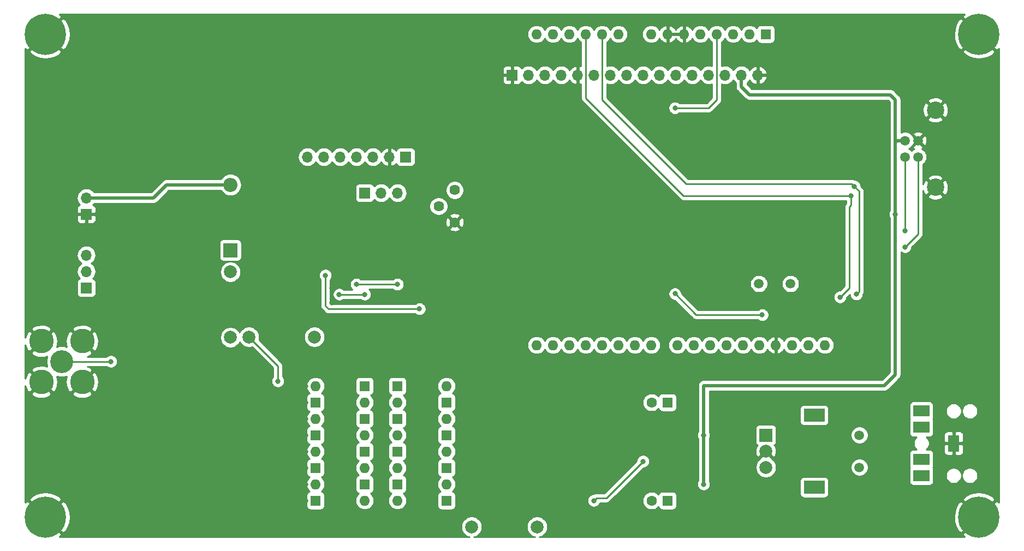
<source format=gbr>
G04 #@! TF.GenerationSoftware,KiCad,Pcbnew,(5.1.2-1)-1*
G04 #@! TF.CreationDate,2019-07-31T09:07:11+08:00*
G04 #@! TF.ProjectId,SDR_RECEIVER,5344525f-5245-4434-9549-5645522e6b69,rev?*
G04 #@! TF.SameCoordinates,Original*
G04 #@! TF.FileFunction,Copper,L2,Bot*
G04 #@! TF.FilePolarity,Positive*
%FSLAX46Y46*%
G04 Gerber Fmt 4.6, Leading zero omitted, Abs format (unit mm)*
G04 Created by KiCad (PCBNEW (5.1.2-1)-1) date 2019-07-31 09:07:11*
%MOMM*%
%LPD*%
G04 APERTURE LIST*
%ADD10O,1.700000X1.700000*%
%ADD11R,1.700000X1.700000*%
%ADD12C,2.700000*%
%ADD13C,1.520000*%
%ADD14R,2.500000X1.800000*%
%ADD15R,1.800000X2.500000*%
%ADD16R,1.600000X1.600000*%
%ADD17C,1.600000*%
%ADD18O,1.600000X1.600000*%
%ADD19C,1.998980*%
%ADD20C,1.620000*%
%ADD21C,1.500000*%
%ADD22R,3.200000X2.000000*%
%ADD23C,2.000000*%
%ADD24R,2.000000X2.000000*%
%ADD25C,3.810000*%
%ADD26C,3.556000*%
%ADD27C,6.400000*%
%ADD28R,2.200000X2.200000*%
%ADD29O,2.200000X2.200000*%
%ADD30C,0.800000*%
%ADD31C,0.500000*%
%ADD32C,0.250000*%
%ADD33C,0.254000*%
G04 APERTURE END LIST*
D10*
X102870000Y-80518000D03*
X100330000Y-80518000D03*
D11*
X97790000Y-80518000D03*
D12*
X186310000Y-67660000D03*
X186310000Y-79660000D03*
D13*
X183610000Y-74930000D03*
X183610000Y-72390000D03*
X181610000Y-72390000D03*
X181610000Y-74930000D03*
D14*
X184150000Y-121880000D03*
X184150000Y-116880000D03*
X184150000Y-124380000D03*
X184150000Y-114380000D03*
D15*
X189150000Y-119380000D03*
D16*
X144780000Y-128270000D03*
D17*
X142280000Y-128270000D03*
D18*
X169160000Y-104140000D03*
X166620000Y-104140000D03*
D16*
X160020000Y-55880000D03*
D18*
X129540000Y-104140000D03*
X157480000Y-55880000D03*
X132080000Y-104140000D03*
X154940000Y-55880000D03*
X134620000Y-104140000D03*
X152400000Y-55880000D03*
X137160000Y-104140000D03*
X149860000Y-55880000D03*
X139700000Y-104140000D03*
X147320000Y-55880000D03*
X142240000Y-104140000D03*
X144780000Y-55880000D03*
X146300000Y-104140000D03*
X142240000Y-55880000D03*
X148840000Y-104140000D03*
X137160000Y-55880000D03*
X151380000Y-104140000D03*
X134620000Y-55880000D03*
X153920000Y-104140000D03*
X132080000Y-55880000D03*
X156460000Y-104140000D03*
X129540000Y-55880000D03*
X159000000Y-104140000D03*
X127000000Y-55880000D03*
X161540000Y-104140000D03*
X124460000Y-55880000D03*
X164080000Y-104140000D03*
X124460000Y-104140000D03*
X127000000Y-104140000D03*
D16*
X97790000Y-110490000D03*
D18*
X90170000Y-110490000D03*
D16*
X90170000Y-113030000D03*
D18*
X97790000Y-113030000D03*
X90170000Y-115570000D03*
D16*
X97790000Y-115570000D03*
X90170000Y-118110000D03*
D18*
X97790000Y-118110000D03*
D16*
X97790000Y-120650000D03*
D18*
X90170000Y-120650000D03*
X97790000Y-123190000D03*
D16*
X90170000Y-123190000D03*
D18*
X90170000Y-125730000D03*
D16*
X97790000Y-125730000D03*
D18*
X97790000Y-128270000D03*
D16*
X90170000Y-128270000D03*
D18*
X110490000Y-110490000D03*
D16*
X102870000Y-110490000D03*
D18*
X102870000Y-113030000D03*
D16*
X110490000Y-113030000D03*
D18*
X110490000Y-115570000D03*
D16*
X102870000Y-115570000D03*
X110490000Y-118110000D03*
D18*
X102870000Y-118110000D03*
X110490000Y-120650000D03*
D16*
X102870000Y-120650000D03*
X110490000Y-123190000D03*
D18*
X102870000Y-123190000D03*
D16*
X102870000Y-125730000D03*
D18*
X110490000Y-125730000D03*
D16*
X110490000Y-128270000D03*
D18*
X102870000Y-128270000D03*
D11*
X54610000Y-95250000D03*
D10*
X54610000Y-92710000D03*
X54610000Y-90170000D03*
X54610000Y-81280000D03*
D11*
X54610000Y-83820000D03*
D19*
X76962000Y-92788740D03*
X76962000Y-102948740D03*
X79834740Y-102870000D03*
X89994740Y-102870000D03*
X124538740Y-132334000D03*
X114378740Y-132334000D03*
D20*
X111760000Y-80090000D03*
X109260000Y-82590000D03*
X111760000Y-85090000D03*
D21*
X174520000Y-123110000D03*
X174520000Y-118110000D03*
D22*
X167520000Y-126210000D03*
X167520000Y-115010000D03*
D23*
X160020000Y-123110000D03*
X160020000Y-120610000D03*
D24*
X160020000Y-118110000D03*
D17*
X142280000Y-113030000D03*
D16*
X144780000Y-113030000D03*
D21*
X163830000Y-94615000D03*
X158930000Y-94615000D03*
D25*
X47625000Y-103505000D03*
D26*
X50800000Y-106680000D03*
D25*
X53975000Y-103505000D03*
X47625000Y-109855000D03*
X53975000Y-109855000D03*
D11*
X120650000Y-62230000D03*
D10*
X123190000Y-62230000D03*
X125730000Y-62230000D03*
X128270000Y-62230000D03*
X130810000Y-62230000D03*
X133350000Y-62230000D03*
X135890000Y-62230000D03*
X138430000Y-62230000D03*
X140970000Y-62230000D03*
X143510000Y-62230000D03*
X146050000Y-62230000D03*
X148590000Y-62230000D03*
X151130000Y-62230000D03*
X153670000Y-62230000D03*
X156210000Y-62230000D03*
X158750000Y-62230000D03*
D11*
X104140000Y-74930000D03*
D10*
X101600000Y-74930000D03*
X99060000Y-74930000D03*
X96520000Y-74930000D03*
X93980000Y-74930000D03*
X91440000Y-74930000D03*
X88900000Y-74930000D03*
D27*
X193040000Y-55880000D03*
X48260000Y-130810000D03*
X193040000Y-130810000D03*
X48260000Y-55880000D03*
D28*
X76962000Y-89408000D03*
D29*
X76962000Y-79248000D03*
D30*
X150368000Y-118110000D03*
X150368000Y-125730000D03*
X180086000Y-83820000D03*
X107900000Y-86600000D03*
X94400000Y-77500000D03*
X146050000Y-121158000D03*
X128778000Y-119380000D03*
X154940000Y-88138000D03*
X143510000Y-88138000D03*
X92047998Y-72300000D03*
X90300000Y-72300000D03*
X86900000Y-73300000D03*
X86900000Y-75300000D03*
X87700000Y-77300000D03*
X106680000Y-83820000D03*
X105100000Y-83820000D03*
X102400000Y-77450000D03*
X105400000Y-77450000D03*
X99800000Y-107500000D03*
X103400000Y-107500000D03*
X98800000Y-99900000D03*
X105400000Y-116984999D03*
X105300000Y-114300000D03*
X99822000Y-116984999D03*
X112776000Y-63754000D03*
X96520000Y-87884000D03*
X87630000Y-88646000D03*
X89432992Y-90424000D03*
X126980000Y-130895000D03*
X99822000Y-111800000D03*
X154940000Y-90424000D03*
X154940000Y-94488000D03*
X154940000Y-97790000D03*
X168656000Y-94996000D03*
X120650000Y-115600000D03*
X120650000Y-118364000D03*
X120650000Y-120500000D03*
X120650000Y-123190000D03*
X120650000Y-125600000D03*
X120650000Y-128415000D03*
X125730000Y-125730000D03*
X125730000Y-123190000D03*
X125730000Y-120650000D03*
X125730000Y-118110000D03*
X125730000Y-115570000D03*
X167132000Y-84150200D03*
X169418000Y-86360000D03*
X84074000Y-113284000D03*
X91948000Y-100076000D03*
X91948000Y-102362000D03*
X91948000Y-104394000D03*
X91948000Y-106172000D03*
X90932000Y-107950000D03*
X93726000Y-107696000D03*
X106680000Y-107442000D03*
X107950000Y-106426000D03*
X108458000Y-104902000D03*
X108458000Y-102870000D03*
X108458000Y-101092000D03*
X107442000Y-99568000D03*
X108458000Y-98044000D03*
X109728000Y-97028000D03*
X109728000Y-95250000D03*
X109728000Y-93472000D03*
X109728000Y-91694000D03*
X109728000Y-89916000D03*
X109728000Y-88392000D03*
X109728000Y-86868000D03*
X92710000Y-97536000D03*
X92710000Y-95250000D03*
X92710000Y-92456000D03*
X94488000Y-91440000D03*
X95504000Y-89916000D03*
X95504000Y-87630000D03*
X95504000Y-85598000D03*
X94996000Y-82804000D03*
X94996000Y-79756000D03*
X105410000Y-79756000D03*
X105410000Y-81788000D03*
X89408000Y-77470000D03*
X91186000Y-77470000D03*
X88392000Y-72300000D03*
X112268000Y-113030000D03*
X112268000Y-115570000D03*
X112268000Y-118110000D03*
X112268000Y-120650000D03*
X112268000Y-123190000D03*
X112268000Y-125730000D03*
X112268000Y-128270000D03*
X112268000Y-130810000D03*
X110744000Y-130810000D03*
X103124000Y-130556000D03*
X100330000Y-130556000D03*
X97790000Y-130556000D03*
X95250000Y-130556000D03*
X92710000Y-130556000D03*
X90170000Y-130556000D03*
X88646000Y-130048000D03*
X88646000Y-128270000D03*
X88646000Y-125730000D03*
X88646000Y-123190000D03*
X88646000Y-120650000D03*
X88646000Y-118110000D03*
X88646000Y-115570000D03*
X88646000Y-113030000D03*
X88646000Y-110490000D03*
X89154000Y-108458000D03*
X108458000Y-108204000D03*
X110744000Y-108712000D03*
X112268000Y-110236000D03*
X100584000Y-119126000D03*
X100584000Y-121920000D03*
X100584000Y-124714000D03*
X100584000Y-127000000D03*
X178562000Y-103378000D03*
X178562000Y-100076000D03*
X58420000Y-106680000D03*
X84328000Y-109728000D03*
X91700000Y-93300000D03*
X106274999Y-98525001D03*
X181610000Y-88900000D03*
X181610000Y-86360000D03*
X133330000Y-128270000D03*
X140970000Y-122174000D03*
X97790000Y-96266000D03*
X93834000Y-96266000D03*
X102870000Y-94700000D03*
X96520000Y-94700000D03*
X159461200Y-99441000D03*
X145923000Y-96164400D03*
X145923000Y-67335400D03*
X173253400Y-80975200D03*
X171526200Y-96697800D03*
X173736000Y-79502000D03*
X174066200Y-96240600D03*
D31*
X150368000Y-125730000D02*
X150368000Y-118110000D01*
X180340000Y-72390000D02*
X181610000Y-72390000D01*
X180086000Y-72644000D02*
X180340000Y-72390000D01*
X180086000Y-83820000D02*
X180086000Y-72644000D01*
X180086000Y-108712000D02*
X180086000Y-83820000D01*
X178380002Y-110417998D02*
X180086000Y-108712000D01*
X150368000Y-110417998D02*
X178380002Y-110417998D01*
X150368000Y-118110000D02*
X150368000Y-110417998D01*
X180086000Y-66040000D02*
X180086000Y-72644000D01*
X179324000Y-65278000D02*
X180086000Y-66040000D01*
X157480000Y-65278000D02*
X179324000Y-65278000D01*
X156210000Y-64008000D02*
X157480000Y-65278000D01*
X156210000Y-62230000D02*
X156210000Y-64008000D01*
D32*
X154940000Y-88138000D02*
X143510000Y-88138000D01*
X95600000Y-107500000D02*
X99800000Y-107500000D01*
X99800000Y-107500000D02*
X103400000Y-107500000D01*
X105400000Y-116984999D02*
X105400000Y-114400000D01*
X105400000Y-114400000D02*
X105300000Y-114300000D01*
X87654992Y-88646000D02*
X87630000Y-88646000D01*
X89432992Y-90424000D02*
X87654992Y-88646000D01*
X95600000Y-107500000D02*
X95542000Y-107442000D01*
X144272000Y-119380000D02*
X146050000Y-121158000D01*
X128778000Y-119380000D02*
X144272000Y-119380000D01*
X50800000Y-106680000D02*
X58420000Y-106680000D01*
X84328000Y-107363260D02*
X79834740Y-102870000D01*
X84328000Y-109728000D02*
X84328000Y-107363260D01*
X91700000Y-98050000D02*
X91700000Y-93300000D01*
X92175001Y-98525001D02*
X91700000Y-98050000D01*
X106274999Y-98525001D02*
X92175001Y-98525001D01*
X183610000Y-74930000D02*
X183610000Y-86900000D01*
X183610000Y-86900000D02*
X181610000Y-88900000D01*
X181610000Y-74930000D02*
X181610000Y-86360000D01*
D31*
X67056000Y-79248000D02*
X65024000Y-81280000D01*
X76962000Y-79248000D02*
X67056000Y-79248000D01*
X54610000Y-81280000D02*
X65024000Y-81280000D01*
D32*
X133729999Y-127870001D02*
X135273999Y-127870001D01*
X133330000Y-128270000D02*
X133729999Y-127870001D01*
X135273999Y-127870001D02*
X140970000Y-122174000D01*
X97790000Y-96266000D02*
X96012000Y-96266000D01*
X97790000Y-96266000D02*
X93834000Y-96266000D01*
X102850000Y-94700000D02*
X96500000Y-94700000D01*
X159461200Y-99441000D02*
X149199600Y-99441000D01*
X149199600Y-99441000D02*
X145923000Y-96164400D01*
X152400000Y-66090800D02*
X152400000Y-55880000D01*
X151155400Y-67335400D02*
X152400000Y-66090800D01*
X145923000Y-67335400D02*
X151155400Y-67335400D01*
X183800000Y-124380000D02*
X184150000Y-124380000D01*
X173253400Y-82399738D02*
X173253400Y-80975200D01*
X172976138Y-82677000D02*
X173253400Y-82399738D01*
X172976138Y-95247862D02*
X172976138Y-82677000D01*
X171526200Y-96697800D02*
X172976138Y-95247862D01*
X147269200Y-80975200D02*
X173253400Y-80975200D01*
X132080000Y-65786000D02*
X147269200Y-80975200D01*
X132080000Y-55880000D02*
X132080000Y-65786000D01*
X174466199Y-80232199D02*
X173736000Y-79502000D01*
X174466199Y-95840601D02*
X174466199Y-80232199D01*
X174066200Y-96240600D02*
X174466199Y-95840601D01*
X147682001Y-79102001D02*
X173336001Y-79102001D01*
X173336001Y-79102001D02*
X173736000Y-79502000D01*
X134620000Y-66040000D02*
X147682001Y-79102001D01*
X134620000Y-55880000D02*
X134620000Y-66040000D01*
D33*
G36*
X190518724Y-53179119D02*
G01*
X193040000Y-55700395D01*
X193054143Y-55686253D01*
X193233748Y-55865858D01*
X193219605Y-55880000D01*
X195740881Y-58401276D01*
X196165001Y-58089303D01*
X196165000Y-128600696D01*
X195740881Y-128288724D01*
X193219605Y-130810000D01*
X193233748Y-130824143D01*
X193054143Y-131003748D01*
X193040000Y-130989605D01*
X190518724Y-133510881D01*
X190830696Y-133935000D01*
X124868090Y-133935000D01*
X125015503Y-133905678D01*
X125312962Y-133782467D01*
X125580667Y-133603592D01*
X125808332Y-133375927D01*
X125987207Y-133108222D01*
X126110418Y-132810763D01*
X126173230Y-132494983D01*
X126173230Y-132173017D01*
X126110418Y-131857237D01*
X125987207Y-131559778D01*
X125808332Y-131292073D01*
X125580667Y-131064408D01*
X125312962Y-130885533D01*
X125071931Y-130785695D01*
X189186520Y-130785695D01*
X189255822Y-131537938D01*
X189470548Y-132262208D01*
X189822445Y-132930670D01*
X189849452Y-132971088D01*
X190339119Y-133331276D01*
X192860395Y-130810000D01*
X190339119Y-128288724D01*
X189849452Y-128648912D01*
X189489151Y-129312882D01*
X189265306Y-130034385D01*
X189186520Y-130785695D01*
X125071931Y-130785695D01*
X125015503Y-130762322D01*
X124699723Y-130699510D01*
X124377757Y-130699510D01*
X124061977Y-130762322D01*
X123764518Y-130885533D01*
X123496813Y-131064408D01*
X123269148Y-131292073D01*
X123090273Y-131559778D01*
X122967062Y-131857237D01*
X122904250Y-132173017D01*
X122904250Y-132494983D01*
X122967062Y-132810763D01*
X123090273Y-133108222D01*
X123269148Y-133375927D01*
X123496813Y-133603592D01*
X123764518Y-133782467D01*
X124061977Y-133905678D01*
X124209390Y-133935000D01*
X114708090Y-133935000D01*
X114855503Y-133905678D01*
X115152962Y-133782467D01*
X115420667Y-133603592D01*
X115648332Y-133375927D01*
X115827207Y-133108222D01*
X115950418Y-132810763D01*
X116013230Y-132494983D01*
X116013230Y-132173017D01*
X115950418Y-131857237D01*
X115827207Y-131559778D01*
X115648332Y-131292073D01*
X115420667Y-131064408D01*
X115152962Y-130885533D01*
X114855503Y-130762322D01*
X114539723Y-130699510D01*
X114217757Y-130699510D01*
X113901977Y-130762322D01*
X113604518Y-130885533D01*
X113336813Y-131064408D01*
X113109148Y-131292073D01*
X112930273Y-131559778D01*
X112807062Y-131857237D01*
X112744250Y-132173017D01*
X112744250Y-132494983D01*
X112807062Y-132810763D01*
X112930273Y-133108222D01*
X113109148Y-133375927D01*
X113336813Y-133603592D01*
X113604518Y-133782467D01*
X113901977Y-133905678D01*
X114049390Y-133935000D01*
X50469304Y-133935000D01*
X50781276Y-133510881D01*
X48260000Y-130989605D01*
X48245858Y-131003748D01*
X48066253Y-130824143D01*
X48080395Y-130810000D01*
X48439605Y-130810000D01*
X50960881Y-133331276D01*
X51450548Y-132971088D01*
X51810849Y-132307118D01*
X52034694Y-131585615D01*
X52113480Y-130834305D01*
X52044178Y-130082062D01*
X51829452Y-129357792D01*
X51477555Y-128689330D01*
X51450548Y-128648912D01*
X50960881Y-128288724D01*
X48439605Y-130810000D01*
X48080395Y-130810000D01*
X45559119Y-128288724D01*
X45135000Y-128600696D01*
X45135000Y-128109119D01*
X45738724Y-128109119D01*
X48260000Y-130630395D01*
X50781276Y-128109119D01*
X50421088Y-127619452D01*
X49757118Y-127259151D01*
X49035615Y-127035306D01*
X48284305Y-126956520D01*
X47532062Y-127025822D01*
X46807792Y-127240548D01*
X46139330Y-127592445D01*
X46098912Y-127619452D01*
X45738724Y-128109119D01*
X45135000Y-128109119D01*
X45135000Y-111634907D01*
X46024699Y-111634907D01*
X46229405Y-111991937D01*
X46673117Y-112223143D01*
X47153409Y-112363343D01*
X47651823Y-112407149D01*
X48149208Y-112352877D01*
X48626447Y-112202613D01*
X49020595Y-111991937D01*
X49225301Y-111634907D01*
X52374699Y-111634907D01*
X52579405Y-111991937D01*
X53023117Y-112223143D01*
X53503409Y-112363343D01*
X54001823Y-112407149D01*
X54499208Y-112352877D01*
X54976447Y-112202613D01*
X55370595Y-111991937D01*
X55575301Y-111634907D01*
X53975000Y-110034605D01*
X52374699Y-111634907D01*
X49225301Y-111634907D01*
X47625000Y-110034605D01*
X46024699Y-111634907D01*
X45135000Y-111634907D01*
X45135000Y-110404225D01*
X45277387Y-110856447D01*
X45488063Y-111250595D01*
X45845093Y-111455301D01*
X47445395Y-109855000D01*
X45845093Y-108254699D01*
X45488063Y-108459405D01*
X45256857Y-108903117D01*
X45135000Y-109320570D01*
X45135000Y-105284907D01*
X46024699Y-105284907D01*
X46229405Y-105641937D01*
X46673117Y-105873143D01*
X47153409Y-106013343D01*
X47651823Y-106057149D01*
X48149208Y-106002877D01*
X48516574Y-105887208D01*
X48479731Y-105976154D01*
X48387000Y-106442340D01*
X48387000Y-106917660D01*
X48479731Y-107383846D01*
X48514906Y-107468766D01*
X48096591Y-107346657D01*
X47598177Y-107302851D01*
X47100792Y-107357123D01*
X46623553Y-107507387D01*
X46229405Y-107718063D01*
X46024699Y-108075093D01*
X47625000Y-109675395D01*
X47639143Y-109661253D01*
X47818748Y-109840858D01*
X47804605Y-109855000D01*
X49404907Y-111455301D01*
X49761937Y-111250595D01*
X49993143Y-110806883D01*
X50133343Y-110326591D01*
X50177149Y-109828177D01*
X50122877Y-109330792D01*
X50007208Y-108963426D01*
X50096154Y-109000269D01*
X50562340Y-109093000D01*
X51037660Y-109093000D01*
X51503846Y-109000269D01*
X51588766Y-108965094D01*
X51466657Y-109383409D01*
X51422851Y-109881823D01*
X51477123Y-110379208D01*
X51627387Y-110856447D01*
X51838063Y-111250595D01*
X52195093Y-111455301D01*
X53795395Y-109855000D01*
X54154605Y-109855000D01*
X55754907Y-111455301D01*
X56111937Y-111250595D01*
X56343143Y-110806883D01*
X56483343Y-110326591D01*
X56527149Y-109828177D01*
X56472877Y-109330792D01*
X56322613Y-108853553D01*
X56111937Y-108459405D01*
X55754907Y-108254699D01*
X54154605Y-109855000D01*
X53795395Y-109855000D01*
X53781253Y-109840858D01*
X53960858Y-109661253D01*
X53975000Y-109675395D01*
X55575301Y-108075093D01*
X55370595Y-107718063D01*
X54926883Y-107486857D01*
X54766362Y-107440000D01*
X57716289Y-107440000D01*
X57760226Y-107483937D01*
X57929744Y-107597205D01*
X58118102Y-107675226D01*
X58318061Y-107715000D01*
X58521939Y-107715000D01*
X58721898Y-107675226D01*
X58910256Y-107597205D01*
X59079774Y-107483937D01*
X59223937Y-107339774D01*
X59337205Y-107170256D01*
X59415226Y-106981898D01*
X59455000Y-106781939D01*
X59455000Y-106578061D01*
X59415226Y-106378102D01*
X59337205Y-106189744D01*
X59223937Y-106020226D01*
X59079774Y-105876063D01*
X58910256Y-105762795D01*
X58721898Y-105684774D01*
X58521939Y-105645000D01*
X58318061Y-105645000D01*
X58118102Y-105684774D01*
X57929744Y-105762795D01*
X57760226Y-105876063D01*
X57716289Y-105920000D01*
X54762426Y-105920000D01*
X54976447Y-105852613D01*
X55370595Y-105641937D01*
X55575301Y-105284907D01*
X53975000Y-103684605D01*
X53960858Y-103698748D01*
X53781253Y-103519143D01*
X53795395Y-103505000D01*
X54154605Y-103505000D01*
X55754907Y-105105301D01*
X56111937Y-104900595D01*
X56343143Y-104456883D01*
X56483343Y-103976591D01*
X56527149Y-103478177D01*
X56472877Y-102980792D01*
X56412098Y-102787757D01*
X75327510Y-102787757D01*
X75327510Y-103109723D01*
X75390322Y-103425503D01*
X75513533Y-103722962D01*
X75692408Y-103990667D01*
X75920073Y-104218332D01*
X76187778Y-104397207D01*
X76485237Y-104520418D01*
X76801017Y-104583230D01*
X77122983Y-104583230D01*
X77438763Y-104520418D01*
X77736222Y-104397207D01*
X78003927Y-104218332D01*
X78231592Y-103990667D01*
X78410467Y-103722962D01*
X78421342Y-103696707D01*
X78565148Y-103911927D01*
X78792813Y-104139592D01*
X79060518Y-104318467D01*
X79357977Y-104441678D01*
X79673757Y-104504490D01*
X79995723Y-104504490D01*
X80311503Y-104441678D01*
X80325726Y-104435787D01*
X83568001Y-107678063D01*
X83568000Y-109024289D01*
X83524063Y-109068226D01*
X83410795Y-109237744D01*
X83332774Y-109426102D01*
X83293000Y-109626061D01*
X83293000Y-109829939D01*
X83332774Y-110029898D01*
X83410795Y-110218256D01*
X83524063Y-110387774D01*
X83668226Y-110531937D01*
X83837744Y-110645205D01*
X84026102Y-110723226D01*
X84226061Y-110763000D01*
X84429939Y-110763000D01*
X84629898Y-110723226D01*
X84818256Y-110645205D01*
X84987774Y-110531937D01*
X85029711Y-110490000D01*
X88728057Y-110490000D01*
X88755764Y-110771309D01*
X88837818Y-111041808D01*
X88971068Y-111291101D01*
X89150392Y-111509608D01*
X89263482Y-111602419D01*
X89245518Y-111604188D01*
X89125820Y-111640498D01*
X89015506Y-111699463D01*
X88918815Y-111778815D01*
X88839463Y-111875506D01*
X88780498Y-111985820D01*
X88744188Y-112105518D01*
X88731928Y-112230000D01*
X88731928Y-113830000D01*
X88744188Y-113954482D01*
X88780498Y-114074180D01*
X88839463Y-114184494D01*
X88918815Y-114281185D01*
X89015506Y-114360537D01*
X89125820Y-114419502D01*
X89245518Y-114455812D01*
X89263482Y-114457581D01*
X89150392Y-114550392D01*
X88971068Y-114768899D01*
X88837818Y-115018192D01*
X88755764Y-115288691D01*
X88728057Y-115570000D01*
X88755764Y-115851309D01*
X88837818Y-116121808D01*
X88971068Y-116371101D01*
X89150392Y-116589608D01*
X89263482Y-116682419D01*
X89245518Y-116684188D01*
X89125820Y-116720498D01*
X89015506Y-116779463D01*
X88918815Y-116858815D01*
X88839463Y-116955506D01*
X88780498Y-117065820D01*
X88744188Y-117185518D01*
X88731928Y-117310000D01*
X88731928Y-118910000D01*
X88744188Y-119034482D01*
X88780498Y-119154180D01*
X88839463Y-119264494D01*
X88918815Y-119361185D01*
X89015506Y-119440537D01*
X89125820Y-119499502D01*
X89245518Y-119535812D01*
X89263482Y-119537581D01*
X89150392Y-119630392D01*
X88971068Y-119848899D01*
X88837818Y-120098192D01*
X88755764Y-120368691D01*
X88728057Y-120650000D01*
X88755764Y-120931309D01*
X88837818Y-121201808D01*
X88971068Y-121451101D01*
X89150392Y-121669608D01*
X89263482Y-121762419D01*
X89245518Y-121764188D01*
X89125820Y-121800498D01*
X89015506Y-121859463D01*
X88918815Y-121938815D01*
X88839463Y-122035506D01*
X88780498Y-122145820D01*
X88744188Y-122265518D01*
X88731928Y-122390000D01*
X88731928Y-123990000D01*
X88744188Y-124114482D01*
X88780498Y-124234180D01*
X88839463Y-124344494D01*
X88918815Y-124441185D01*
X89015506Y-124520537D01*
X89125820Y-124579502D01*
X89245518Y-124615812D01*
X89263482Y-124617581D01*
X89150392Y-124710392D01*
X88971068Y-124928899D01*
X88837818Y-125178192D01*
X88755764Y-125448691D01*
X88728057Y-125730000D01*
X88755764Y-126011309D01*
X88837818Y-126281808D01*
X88971068Y-126531101D01*
X89150392Y-126749608D01*
X89263482Y-126842419D01*
X89245518Y-126844188D01*
X89125820Y-126880498D01*
X89015506Y-126939463D01*
X88918815Y-127018815D01*
X88839463Y-127115506D01*
X88780498Y-127225820D01*
X88744188Y-127345518D01*
X88731928Y-127470000D01*
X88731928Y-129070000D01*
X88744188Y-129194482D01*
X88780498Y-129314180D01*
X88839463Y-129424494D01*
X88918815Y-129521185D01*
X89015506Y-129600537D01*
X89125820Y-129659502D01*
X89245518Y-129695812D01*
X89370000Y-129708072D01*
X90970000Y-129708072D01*
X91094482Y-129695812D01*
X91214180Y-129659502D01*
X91324494Y-129600537D01*
X91421185Y-129521185D01*
X91500537Y-129424494D01*
X91559502Y-129314180D01*
X91595812Y-129194482D01*
X91608072Y-129070000D01*
X91608072Y-127470000D01*
X91595812Y-127345518D01*
X91559502Y-127225820D01*
X91500537Y-127115506D01*
X91421185Y-127018815D01*
X91324494Y-126939463D01*
X91214180Y-126880498D01*
X91094482Y-126844188D01*
X91076518Y-126842419D01*
X91189608Y-126749608D01*
X91368932Y-126531101D01*
X91502182Y-126281808D01*
X91584236Y-126011309D01*
X91611943Y-125730000D01*
X91584236Y-125448691D01*
X91502182Y-125178192D01*
X91368932Y-124928899D01*
X91189608Y-124710392D01*
X91076518Y-124617581D01*
X91094482Y-124615812D01*
X91214180Y-124579502D01*
X91324494Y-124520537D01*
X91421185Y-124441185D01*
X91500537Y-124344494D01*
X91559502Y-124234180D01*
X91595812Y-124114482D01*
X91608072Y-123990000D01*
X91608072Y-122390000D01*
X91595812Y-122265518D01*
X91559502Y-122145820D01*
X91500537Y-122035506D01*
X91421185Y-121938815D01*
X91324494Y-121859463D01*
X91214180Y-121800498D01*
X91094482Y-121764188D01*
X91076518Y-121762419D01*
X91189608Y-121669608D01*
X91368932Y-121451101D01*
X91502182Y-121201808D01*
X91584236Y-120931309D01*
X91611943Y-120650000D01*
X91584236Y-120368691D01*
X91502182Y-120098192D01*
X91368932Y-119848899D01*
X91189608Y-119630392D01*
X91076518Y-119537581D01*
X91094482Y-119535812D01*
X91214180Y-119499502D01*
X91324494Y-119440537D01*
X91421185Y-119361185D01*
X91500537Y-119264494D01*
X91559502Y-119154180D01*
X91595812Y-119034482D01*
X91608072Y-118910000D01*
X91608072Y-117310000D01*
X91595812Y-117185518D01*
X91559502Y-117065820D01*
X91500537Y-116955506D01*
X91421185Y-116858815D01*
X91324494Y-116779463D01*
X91214180Y-116720498D01*
X91094482Y-116684188D01*
X91076518Y-116682419D01*
X91189608Y-116589608D01*
X91368932Y-116371101D01*
X91502182Y-116121808D01*
X91584236Y-115851309D01*
X91611943Y-115570000D01*
X91584236Y-115288691D01*
X91502182Y-115018192D01*
X91368932Y-114768899D01*
X91189608Y-114550392D01*
X91076518Y-114457581D01*
X91094482Y-114455812D01*
X91214180Y-114419502D01*
X91324494Y-114360537D01*
X91421185Y-114281185D01*
X91500537Y-114184494D01*
X91559502Y-114074180D01*
X91595812Y-113954482D01*
X91608072Y-113830000D01*
X91608072Y-113030000D01*
X96348057Y-113030000D01*
X96375764Y-113311309D01*
X96457818Y-113581808D01*
X96591068Y-113831101D01*
X96770392Y-114049608D01*
X96883482Y-114142419D01*
X96865518Y-114144188D01*
X96745820Y-114180498D01*
X96635506Y-114239463D01*
X96538815Y-114318815D01*
X96459463Y-114415506D01*
X96400498Y-114525820D01*
X96364188Y-114645518D01*
X96351928Y-114770000D01*
X96351928Y-116370000D01*
X96364188Y-116494482D01*
X96400498Y-116614180D01*
X96459463Y-116724494D01*
X96538815Y-116821185D01*
X96635506Y-116900537D01*
X96745820Y-116959502D01*
X96865518Y-116995812D01*
X96883482Y-116997581D01*
X96770392Y-117090392D01*
X96591068Y-117308899D01*
X96457818Y-117558192D01*
X96375764Y-117828691D01*
X96348057Y-118110000D01*
X96375764Y-118391309D01*
X96457818Y-118661808D01*
X96591068Y-118911101D01*
X96770392Y-119129608D01*
X96883482Y-119222419D01*
X96865518Y-119224188D01*
X96745820Y-119260498D01*
X96635506Y-119319463D01*
X96538815Y-119398815D01*
X96459463Y-119495506D01*
X96400498Y-119605820D01*
X96364188Y-119725518D01*
X96351928Y-119850000D01*
X96351928Y-121450000D01*
X96364188Y-121574482D01*
X96400498Y-121694180D01*
X96459463Y-121804494D01*
X96538815Y-121901185D01*
X96635506Y-121980537D01*
X96745820Y-122039502D01*
X96865518Y-122075812D01*
X96883482Y-122077581D01*
X96770392Y-122170392D01*
X96591068Y-122388899D01*
X96457818Y-122638192D01*
X96375764Y-122908691D01*
X96348057Y-123190000D01*
X96375764Y-123471309D01*
X96457818Y-123741808D01*
X96591068Y-123991101D01*
X96770392Y-124209608D01*
X96883482Y-124302419D01*
X96865518Y-124304188D01*
X96745820Y-124340498D01*
X96635506Y-124399463D01*
X96538815Y-124478815D01*
X96459463Y-124575506D01*
X96400498Y-124685820D01*
X96364188Y-124805518D01*
X96351928Y-124930000D01*
X96351928Y-126530000D01*
X96364188Y-126654482D01*
X96400498Y-126774180D01*
X96459463Y-126884494D01*
X96538815Y-126981185D01*
X96635506Y-127060537D01*
X96745820Y-127119502D01*
X96865518Y-127155812D01*
X96883482Y-127157581D01*
X96770392Y-127250392D01*
X96591068Y-127468899D01*
X96457818Y-127718192D01*
X96375764Y-127988691D01*
X96348057Y-128270000D01*
X96375764Y-128551309D01*
X96457818Y-128821808D01*
X96591068Y-129071101D01*
X96770392Y-129289608D01*
X96988899Y-129468932D01*
X97238192Y-129602182D01*
X97508691Y-129684236D01*
X97719508Y-129705000D01*
X97860492Y-129705000D01*
X98071309Y-129684236D01*
X98341808Y-129602182D01*
X98591101Y-129468932D01*
X98809608Y-129289608D01*
X98988932Y-129071101D01*
X99122182Y-128821808D01*
X99204236Y-128551309D01*
X99231943Y-128270000D01*
X99204236Y-127988691D01*
X99122182Y-127718192D01*
X98988932Y-127468899D01*
X98809608Y-127250392D01*
X98696518Y-127157581D01*
X98714482Y-127155812D01*
X98834180Y-127119502D01*
X98944494Y-127060537D01*
X99041185Y-126981185D01*
X99120537Y-126884494D01*
X99179502Y-126774180D01*
X99215812Y-126654482D01*
X99228072Y-126530000D01*
X99228072Y-124930000D01*
X99215812Y-124805518D01*
X99179502Y-124685820D01*
X99120537Y-124575506D01*
X99041185Y-124478815D01*
X98944494Y-124399463D01*
X98834180Y-124340498D01*
X98714482Y-124304188D01*
X98696518Y-124302419D01*
X98809608Y-124209608D01*
X98988932Y-123991101D01*
X99122182Y-123741808D01*
X99204236Y-123471309D01*
X99231943Y-123190000D01*
X99204236Y-122908691D01*
X99122182Y-122638192D01*
X98988932Y-122388899D01*
X98809608Y-122170392D01*
X98696518Y-122077581D01*
X98714482Y-122075812D01*
X98834180Y-122039502D01*
X98944494Y-121980537D01*
X99041185Y-121901185D01*
X99120537Y-121804494D01*
X99179502Y-121694180D01*
X99215812Y-121574482D01*
X99228072Y-121450000D01*
X99228072Y-119850000D01*
X99215812Y-119725518D01*
X99179502Y-119605820D01*
X99120537Y-119495506D01*
X99041185Y-119398815D01*
X98944494Y-119319463D01*
X98834180Y-119260498D01*
X98714482Y-119224188D01*
X98696518Y-119222419D01*
X98809608Y-119129608D01*
X98988932Y-118911101D01*
X99122182Y-118661808D01*
X99204236Y-118391309D01*
X99231943Y-118110000D01*
X99204236Y-117828691D01*
X99122182Y-117558192D01*
X98988932Y-117308899D01*
X98809608Y-117090392D01*
X98696518Y-116997581D01*
X98714482Y-116995812D01*
X98834180Y-116959502D01*
X98944494Y-116900537D01*
X99041185Y-116821185D01*
X99120537Y-116724494D01*
X99179502Y-116614180D01*
X99215812Y-116494482D01*
X99228072Y-116370000D01*
X99228072Y-114770000D01*
X99215812Y-114645518D01*
X99179502Y-114525820D01*
X99120537Y-114415506D01*
X99041185Y-114318815D01*
X98944494Y-114239463D01*
X98834180Y-114180498D01*
X98714482Y-114144188D01*
X98696518Y-114142419D01*
X98809608Y-114049608D01*
X98988932Y-113831101D01*
X99122182Y-113581808D01*
X99204236Y-113311309D01*
X99231943Y-113030000D01*
X101428057Y-113030000D01*
X101455764Y-113311309D01*
X101537818Y-113581808D01*
X101671068Y-113831101D01*
X101850392Y-114049608D01*
X101963482Y-114142419D01*
X101945518Y-114144188D01*
X101825820Y-114180498D01*
X101715506Y-114239463D01*
X101618815Y-114318815D01*
X101539463Y-114415506D01*
X101480498Y-114525820D01*
X101444188Y-114645518D01*
X101431928Y-114770000D01*
X101431928Y-116370000D01*
X101444188Y-116494482D01*
X101480498Y-116614180D01*
X101539463Y-116724494D01*
X101618815Y-116821185D01*
X101715506Y-116900537D01*
X101825820Y-116959502D01*
X101945518Y-116995812D01*
X101963482Y-116997581D01*
X101850392Y-117090392D01*
X101671068Y-117308899D01*
X101537818Y-117558192D01*
X101455764Y-117828691D01*
X101428057Y-118110000D01*
X101455764Y-118391309D01*
X101537818Y-118661808D01*
X101671068Y-118911101D01*
X101850392Y-119129608D01*
X101963482Y-119222419D01*
X101945518Y-119224188D01*
X101825820Y-119260498D01*
X101715506Y-119319463D01*
X101618815Y-119398815D01*
X101539463Y-119495506D01*
X101480498Y-119605820D01*
X101444188Y-119725518D01*
X101431928Y-119850000D01*
X101431928Y-121450000D01*
X101444188Y-121574482D01*
X101480498Y-121694180D01*
X101539463Y-121804494D01*
X101618815Y-121901185D01*
X101715506Y-121980537D01*
X101825820Y-122039502D01*
X101945518Y-122075812D01*
X101963482Y-122077581D01*
X101850392Y-122170392D01*
X101671068Y-122388899D01*
X101537818Y-122638192D01*
X101455764Y-122908691D01*
X101428057Y-123190000D01*
X101455764Y-123471309D01*
X101537818Y-123741808D01*
X101671068Y-123991101D01*
X101850392Y-124209608D01*
X101963482Y-124302419D01*
X101945518Y-124304188D01*
X101825820Y-124340498D01*
X101715506Y-124399463D01*
X101618815Y-124478815D01*
X101539463Y-124575506D01*
X101480498Y-124685820D01*
X101444188Y-124805518D01*
X101431928Y-124930000D01*
X101431928Y-126530000D01*
X101444188Y-126654482D01*
X101480498Y-126774180D01*
X101539463Y-126884494D01*
X101618815Y-126981185D01*
X101715506Y-127060537D01*
X101825820Y-127119502D01*
X101945518Y-127155812D01*
X101963482Y-127157581D01*
X101850392Y-127250392D01*
X101671068Y-127468899D01*
X101537818Y-127718192D01*
X101455764Y-127988691D01*
X101428057Y-128270000D01*
X101455764Y-128551309D01*
X101537818Y-128821808D01*
X101671068Y-129071101D01*
X101850392Y-129289608D01*
X102068899Y-129468932D01*
X102318192Y-129602182D01*
X102588691Y-129684236D01*
X102799508Y-129705000D01*
X102940492Y-129705000D01*
X103151309Y-129684236D01*
X103421808Y-129602182D01*
X103671101Y-129468932D01*
X103889608Y-129289608D01*
X104068932Y-129071101D01*
X104202182Y-128821808D01*
X104284236Y-128551309D01*
X104311943Y-128270000D01*
X104284236Y-127988691D01*
X104202182Y-127718192D01*
X104068932Y-127468899D01*
X103889608Y-127250392D01*
X103776518Y-127157581D01*
X103794482Y-127155812D01*
X103914180Y-127119502D01*
X104024494Y-127060537D01*
X104121185Y-126981185D01*
X104200537Y-126884494D01*
X104259502Y-126774180D01*
X104295812Y-126654482D01*
X104308072Y-126530000D01*
X104308072Y-124930000D01*
X104295812Y-124805518D01*
X104259502Y-124685820D01*
X104200537Y-124575506D01*
X104121185Y-124478815D01*
X104024494Y-124399463D01*
X103914180Y-124340498D01*
X103794482Y-124304188D01*
X103776518Y-124302419D01*
X103889608Y-124209608D01*
X104068932Y-123991101D01*
X104202182Y-123741808D01*
X104284236Y-123471309D01*
X104311943Y-123190000D01*
X104284236Y-122908691D01*
X104202182Y-122638192D01*
X104068932Y-122388899D01*
X103889608Y-122170392D01*
X103776518Y-122077581D01*
X103794482Y-122075812D01*
X103914180Y-122039502D01*
X104024494Y-121980537D01*
X104121185Y-121901185D01*
X104200537Y-121804494D01*
X104259502Y-121694180D01*
X104295812Y-121574482D01*
X104308072Y-121450000D01*
X104308072Y-119850000D01*
X104295812Y-119725518D01*
X104259502Y-119605820D01*
X104200537Y-119495506D01*
X104121185Y-119398815D01*
X104024494Y-119319463D01*
X103914180Y-119260498D01*
X103794482Y-119224188D01*
X103776518Y-119222419D01*
X103889608Y-119129608D01*
X104068932Y-118911101D01*
X104202182Y-118661808D01*
X104284236Y-118391309D01*
X104311943Y-118110000D01*
X104284236Y-117828691D01*
X104202182Y-117558192D01*
X104068932Y-117308899D01*
X103889608Y-117090392D01*
X103776518Y-116997581D01*
X103794482Y-116995812D01*
X103914180Y-116959502D01*
X104024494Y-116900537D01*
X104121185Y-116821185D01*
X104200537Y-116724494D01*
X104259502Y-116614180D01*
X104295812Y-116494482D01*
X104308072Y-116370000D01*
X104308072Y-114770000D01*
X104295812Y-114645518D01*
X104259502Y-114525820D01*
X104200537Y-114415506D01*
X104121185Y-114318815D01*
X104024494Y-114239463D01*
X103914180Y-114180498D01*
X103794482Y-114144188D01*
X103776518Y-114142419D01*
X103889608Y-114049608D01*
X104068932Y-113831101D01*
X104202182Y-113581808D01*
X104284236Y-113311309D01*
X104311943Y-113030000D01*
X104284236Y-112748691D01*
X104202182Y-112478192D01*
X104068932Y-112228899D01*
X103889608Y-112010392D01*
X103776518Y-111917581D01*
X103794482Y-111915812D01*
X103914180Y-111879502D01*
X104024494Y-111820537D01*
X104121185Y-111741185D01*
X104200537Y-111644494D01*
X104259502Y-111534180D01*
X104295812Y-111414482D01*
X104308072Y-111290000D01*
X104308072Y-110490000D01*
X109048057Y-110490000D01*
X109075764Y-110771309D01*
X109157818Y-111041808D01*
X109291068Y-111291101D01*
X109470392Y-111509608D01*
X109583482Y-111602419D01*
X109565518Y-111604188D01*
X109445820Y-111640498D01*
X109335506Y-111699463D01*
X109238815Y-111778815D01*
X109159463Y-111875506D01*
X109100498Y-111985820D01*
X109064188Y-112105518D01*
X109051928Y-112230000D01*
X109051928Y-113830000D01*
X109064188Y-113954482D01*
X109100498Y-114074180D01*
X109159463Y-114184494D01*
X109238815Y-114281185D01*
X109335506Y-114360537D01*
X109445820Y-114419502D01*
X109565518Y-114455812D01*
X109583482Y-114457581D01*
X109470392Y-114550392D01*
X109291068Y-114768899D01*
X109157818Y-115018192D01*
X109075764Y-115288691D01*
X109048057Y-115570000D01*
X109075764Y-115851309D01*
X109157818Y-116121808D01*
X109291068Y-116371101D01*
X109470392Y-116589608D01*
X109583482Y-116682419D01*
X109565518Y-116684188D01*
X109445820Y-116720498D01*
X109335506Y-116779463D01*
X109238815Y-116858815D01*
X109159463Y-116955506D01*
X109100498Y-117065820D01*
X109064188Y-117185518D01*
X109051928Y-117310000D01*
X109051928Y-118910000D01*
X109064188Y-119034482D01*
X109100498Y-119154180D01*
X109159463Y-119264494D01*
X109238815Y-119361185D01*
X109335506Y-119440537D01*
X109445820Y-119499502D01*
X109565518Y-119535812D01*
X109583482Y-119537581D01*
X109470392Y-119630392D01*
X109291068Y-119848899D01*
X109157818Y-120098192D01*
X109075764Y-120368691D01*
X109048057Y-120650000D01*
X109075764Y-120931309D01*
X109157818Y-121201808D01*
X109291068Y-121451101D01*
X109470392Y-121669608D01*
X109583482Y-121762419D01*
X109565518Y-121764188D01*
X109445820Y-121800498D01*
X109335506Y-121859463D01*
X109238815Y-121938815D01*
X109159463Y-122035506D01*
X109100498Y-122145820D01*
X109064188Y-122265518D01*
X109051928Y-122390000D01*
X109051928Y-123990000D01*
X109064188Y-124114482D01*
X109100498Y-124234180D01*
X109159463Y-124344494D01*
X109238815Y-124441185D01*
X109335506Y-124520537D01*
X109445820Y-124579502D01*
X109565518Y-124615812D01*
X109583482Y-124617581D01*
X109470392Y-124710392D01*
X109291068Y-124928899D01*
X109157818Y-125178192D01*
X109075764Y-125448691D01*
X109048057Y-125730000D01*
X109075764Y-126011309D01*
X109157818Y-126281808D01*
X109291068Y-126531101D01*
X109470392Y-126749608D01*
X109583482Y-126842419D01*
X109565518Y-126844188D01*
X109445820Y-126880498D01*
X109335506Y-126939463D01*
X109238815Y-127018815D01*
X109159463Y-127115506D01*
X109100498Y-127225820D01*
X109064188Y-127345518D01*
X109051928Y-127470000D01*
X109051928Y-129070000D01*
X109064188Y-129194482D01*
X109100498Y-129314180D01*
X109159463Y-129424494D01*
X109238815Y-129521185D01*
X109335506Y-129600537D01*
X109445820Y-129659502D01*
X109565518Y-129695812D01*
X109690000Y-129708072D01*
X111290000Y-129708072D01*
X111414482Y-129695812D01*
X111534180Y-129659502D01*
X111644494Y-129600537D01*
X111741185Y-129521185D01*
X111820537Y-129424494D01*
X111879502Y-129314180D01*
X111915812Y-129194482D01*
X111928072Y-129070000D01*
X111928072Y-128168061D01*
X132295000Y-128168061D01*
X132295000Y-128371939D01*
X132334774Y-128571898D01*
X132412795Y-128760256D01*
X132526063Y-128929774D01*
X132670226Y-129073937D01*
X132839744Y-129187205D01*
X133028102Y-129265226D01*
X133228061Y-129305000D01*
X133431939Y-129305000D01*
X133631898Y-129265226D01*
X133820256Y-129187205D01*
X133989774Y-129073937D01*
X134133937Y-128929774D01*
X134247205Y-128760256D01*
X134301159Y-128630001D01*
X135236677Y-128630001D01*
X135273999Y-128633677D01*
X135311321Y-128630001D01*
X135311332Y-128630001D01*
X135422985Y-128619004D01*
X135566246Y-128575547D01*
X135698275Y-128504975D01*
X135814000Y-128410002D01*
X135837803Y-128380998D01*
X136090136Y-128128665D01*
X140845000Y-128128665D01*
X140845000Y-128411335D01*
X140900147Y-128688574D01*
X141008320Y-128949727D01*
X141165363Y-129184759D01*
X141365241Y-129384637D01*
X141600273Y-129541680D01*
X141861426Y-129649853D01*
X142138665Y-129705000D01*
X142421335Y-129705000D01*
X142698574Y-129649853D01*
X142959727Y-129541680D01*
X143194759Y-129384637D01*
X143361339Y-129218057D01*
X143390498Y-129314180D01*
X143449463Y-129424494D01*
X143528815Y-129521185D01*
X143625506Y-129600537D01*
X143735820Y-129659502D01*
X143855518Y-129695812D01*
X143980000Y-129708072D01*
X145580000Y-129708072D01*
X145704482Y-129695812D01*
X145824180Y-129659502D01*
X145934494Y-129600537D01*
X146031185Y-129521185D01*
X146110537Y-129424494D01*
X146169502Y-129314180D01*
X146205812Y-129194482D01*
X146218072Y-129070000D01*
X146218072Y-128109119D01*
X190518724Y-128109119D01*
X193040000Y-130630395D01*
X195561276Y-128109119D01*
X195201088Y-127619452D01*
X194537118Y-127259151D01*
X193815615Y-127035306D01*
X193064305Y-126956520D01*
X192312062Y-127025822D01*
X191587792Y-127240548D01*
X190919330Y-127592445D01*
X190878912Y-127619452D01*
X190518724Y-128109119D01*
X146218072Y-128109119D01*
X146218072Y-127470000D01*
X146205812Y-127345518D01*
X146169502Y-127225820D01*
X146110537Y-127115506D01*
X146031185Y-127018815D01*
X145934494Y-126939463D01*
X145824180Y-126880498D01*
X145704482Y-126844188D01*
X145580000Y-126831928D01*
X143980000Y-126831928D01*
X143855518Y-126844188D01*
X143735820Y-126880498D01*
X143625506Y-126939463D01*
X143528815Y-127018815D01*
X143449463Y-127115506D01*
X143390498Y-127225820D01*
X143361339Y-127321943D01*
X143194759Y-127155363D01*
X142959727Y-126998320D01*
X142698574Y-126890147D01*
X142421335Y-126835000D01*
X142138665Y-126835000D01*
X141861426Y-126890147D01*
X141600273Y-126998320D01*
X141365241Y-127155363D01*
X141165363Y-127355241D01*
X141008320Y-127590273D01*
X140900147Y-127851426D01*
X140845000Y-128128665D01*
X136090136Y-128128665D01*
X141009802Y-123209000D01*
X141071939Y-123209000D01*
X141271898Y-123169226D01*
X141460256Y-123091205D01*
X141629774Y-122977937D01*
X141773937Y-122833774D01*
X141887205Y-122664256D01*
X141965226Y-122475898D01*
X142005000Y-122275939D01*
X142005000Y-122072061D01*
X141965226Y-121872102D01*
X141887205Y-121683744D01*
X141773937Y-121514226D01*
X141629774Y-121370063D01*
X141460256Y-121256795D01*
X141271898Y-121178774D01*
X141071939Y-121139000D01*
X140868061Y-121139000D01*
X140668102Y-121178774D01*
X140479744Y-121256795D01*
X140310226Y-121370063D01*
X140166063Y-121514226D01*
X140052795Y-121683744D01*
X139974774Y-121872102D01*
X139935000Y-122072061D01*
X139935000Y-122134198D01*
X134959198Y-127110001D01*
X133767321Y-127110001D01*
X133729998Y-127106325D01*
X133692676Y-127110001D01*
X133692666Y-127110001D01*
X133581013Y-127120998D01*
X133437752Y-127164455D01*
X133305774Y-127235000D01*
X133228061Y-127235000D01*
X133028102Y-127274774D01*
X132839744Y-127352795D01*
X132670226Y-127466063D01*
X132526063Y-127610226D01*
X132412795Y-127779744D01*
X132334774Y-127968102D01*
X132295000Y-128168061D01*
X111928072Y-128168061D01*
X111928072Y-127470000D01*
X111915812Y-127345518D01*
X111879502Y-127225820D01*
X111820537Y-127115506D01*
X111741185Y-127018815D01*
X111644494Y-126939463D01*
X111534180Y-126880498D01*
X111414482Y-126844188D01*
X111396518Y-126842419D01*
X111509608Y-126749608D01*
X111688932Y-126531101D01*
X111822182Y-126281808D01*
X111904236Y-126011309D01*
X111931943Y-125730000D01*
X111904236Y-125448691D01*
X111822182Y-125178192D01*
X111688932Y-124928899D01*
X111509608Y-124710392D01*
X111396518Y-124617581D01*
X111414482Y-124615812D01*
X111534180Y-124579502D01*
X111644494Y-124520537D01*
X111741185Y-124441185D01*
X111820537Y-124344494D01*
X111879502Y-124234180D01*
X111915812Y-124114482D01*
X111928072Y-123990000D01*
X111928072Y-122390000D01*
X111915812Y-122265518D01*
X111879502Y-122145820D01*
X111820537Y-122035506D01*
X111741185Y-121938815D01*
X111644494Y-121859463D01*
X111534180Y-121800498D01*
X111414482Y-121764188D01*
X111396518Y-121762419D01*
X111509608Y-121669608D01*
X111688932Y-121451101D01*
X111822182Y-121201808D01*
X111904236Y-120931309D01*
X111931943Y-120650000D01*
X111904236Y-120368691D01*
X111822182Y-120098192D01*
X111688932Y-119848899D01*
X111509608Y-119630392D01*
X111396518Y-119537581D01*
X111414482Y-119535812D01*
X111534180Y-119499502D01*
X111644494Y-119440537D01*
X111741185Y-119361185D01*
X111820537Y-119264494D01*
X111879502Y-119154180D01*
X111915812Y-119034482D01*
X111928072Y-118910000D01*
X111928072Y-117310000D01*
X111915812Y-117185518D01*
X111879502Y-117065820D01*
X111820537Y-116955506D01*
X111741185Y-116858815D01*
X111644494Y-116779463D01*
X111534180Y-116720498D01*
X111414482Y-116684188D01*
X111396518Y-116682419D01*
X111509608Y-116589608D01*
X111688932Y-116371101D01*
X111822182Y-116121808D01*
X111904236Y-115851309D01*
X111931943Y-115570000D01*
X111904236Y-115288691D01*
X111822182Y-115018192D01*
X111688932Y-114768899D01*
X111509608Y-114550392D01*
X111396518Y-114457581D01*
X111414482Y-114455812D01*
X111534180Y-114419502D01*
X111644494Y-114360537D01*
X111741185Y-114281185D01*
X111820537Y-114184494D01*
X111879502Y-114074180D01*
X111915812Y-113954482D01*
X111928072Y-113830000D01*
X111928072Y-112888665D01*
X140845000Y-112888665D01*
X140845000Y-113171335D01*
X140900147Y-113448574D01*
X141008320Y-113709727D01*
X141165363Y-113944759D01*
X141365241Y-114144637D01*
X141600273Y-114301680D01*
X141861426Y-114409853D01*
X142138665Y-114465000D01*
X142421335Y-114465000D01*
X142698574Y-114409853D01*
X142959727Y-114301680D01*
X143194759Y-114144637D01*
X143361339Y-113978057D01*
X143390498Y-114074180D01*
X143449463Y-114184494D01*
X143528815Y-114281185D01*
X143625506Y-114360537D01*
X143735820Y-114419502D01*
X143855518Y-114455812D01*
X143980000Y-114468072D01*
X145580000Y-114468072D01*
X145704482Y-114455812D01*
X145824180Y-114419502D01*
X145934494Y-114360537D01*
X146031185Y-114281185D01*
X146110537Y-114184494D01*
X146169502Y-114074180D01*
X146205812Y-113954482D01*
X146218072Y-113830000D01*
X146218072Y-112230000D01*
X146205812Y-112105518D01*
X146169502Y-111985820D01*
X146110537Y-111875506D01*
X146031185Y-111778815D01*
X145934494Y-111699463D01*
X145824180Y-111640498D01*
X145704482Y-111604188D01*
X145580000Y-111591928D01*
X143980000Y-111591928D01*
X143855518Y-111604188D01*
X143735820Y-111640498D01*
X143625506Y-111699463D01*
X143528815Y-111778815D01*
X143449463Y-111875506D01*
X143390498Y-111985820D01*
X143361339Y-112081943D01*
X143194759Y-111915363D01*
X142959727Y-111758320D01*
X142698574Y-111650147D01*
X142421335Y-111595000D01*
X142138665Y-111595000D01*
X141861426Y-111650147D01*
X141600273Y-111758320D01*
X141365241Y-111915363D01*
X141165363Y-112115241D01*
X141008320Y-112350273D01*
X140900147Y-112611426D01*
X140845000Y-112888665D01*
X111928072Y-112888665D01*
X111928072Y-112230000D01*
X111915812Y-112105518D01*
X111879502Y-111985820D01*
X111820537Y-111875506D01*
X111741185Y-111778815D01*
X111644494Y-111699463D01*
X111534180Y-111640498D01*
X111414482Y-111604188D01*
X111396518Y-111602419D01*
X111509608Y-111509608D01*
X111688932Y-111291101D01*
X111822182Y-111041808D01*
X111904236Y-110771309D01*
X111931943Y-110490000D01*
X111904236Y-110208691D01*
X111822182Y-109938192D01*
X111688932Y-109688899D01*
X111509608Y-109470392D01*
X111291101Y-109291068D01*
X111041808Y-109157818D01*
X110771309Y-109075764D01*
X110560492Y-109055000D01*
X110419508Y-109055000D01*
X110208691Y-109075764D01*
X109938192Y-109157818D01*
X109688899Y-109291068D01*
X109470392Y-109470392D01*
X109291068Y-109688899D01*
X109157818Y-109938192D01*
X109075764Y-110208691D01*
X109048057Y-110490000D01*
X104308072Y-110490000D01*
X104308072Y-109690000D01*
X104295812Y-109565518D01*
X104259502Y-109445820D01*
X104200537Y-109335506D01*
X104121185Y-109238815D01*
X104024494Y-109159463D01*
X103914180Y-109100498D01*
X103794482Y-109064188D01*
X103670000Y-109051928D01*
X102070000Y-109051928D01*
X101945518Y-109064188D01*
X101825820Y-109100498D01*
X101715506Y-109159463D01*
X101618815Y-109238815D01*
X101539463Y-109335506D01*
X101480498Y-109445820D01*
X101444188Y-109565518D01*
X101431928Y-109690000D01*
X101431928Y-111290000D01*
X101444188Y-111414482D01*
X101480498Y-111534180D01*
X101539463Y-111644494D01*
X101618815Y-111741185D01*
X101715506Y-111820537D01*
X101825820Y-111879502D01*
X101945518Y-111915812D01*
X101963482Y-111917581D01*
X101850392Y-112010392D01*
X101671068Y-112228899D01*
X101537818Y-112478192D01*
X101455764Y-112748691D01*
X101428057Y-113030000D01*
X99231943Y-113030000D01*
X99204236Y-112748691D01*
X99122182Y-112478192D01*
X98988932Y-112228899D01*
X98809608Y-112010392D01*
X98696518Y-111917581D01*
X98714482Y-111915812D01*
X98834180Y-111879502D01*
X98944494Y-111820537D01*
X99041185Y-111741185D01*
X99120537Y-111644494D01*
X99179502Y-111534180D01*
X99215812Y-111414482D01*
X99228072Y-111290000D01*
X99228072Y-109690000D01*
X99215812Y-109565518D01*
X99179502Y-109445820D01*
X99120537Y-109335506D01*
X99041185Y-109238815D01*
X98944494Y-109159463D01*
X98834180Y-109100498D01*
X98714482Y-109064188D01*
X98590000Y-109051928D01*
X96990000Y-109051928D01*
X96865518Y-109064188D01*
X96745820Y-109100498D01*
X96635506Y-109159463D01*
X96538815Y-109238815D01*
X96459463Y-109335506D01*
X96400498Y-109445820D01*
X96364188Y-109565518D01*
X96351928Y-109690000D01*
X96351928Y-111290000D01*
X96364188Y-111414482D01*
X96400498Y-111534180D01*
X96459463Y-111644494D01*
X96538815Y-111741185D01*
X96635506Y-111820537D01*
X96745820Y-111879502D01*
X96865518Y-111915812D01*
X96883482Y-111917581D01*
X96770392Y-112010392D01*
X96591068Y-112228899D01*
X96457818Y-112478192D01*
X96375764Y-112748691D01*
X96348057Y-113030000D01*
X91608072Y-113030000D01*
X91608072Y-112230000D01*
X91595812Y-112105518D01*
X91559502Y-111985820D01*
X91500537Y-111875506D01*
X91421185Y-111778815D01*
X91324494Y-111699463D01*
X91214180Y-111640498D01*
X91094482Y-111604188D01*
X91076518Y-111602419D01*
X91189608Y-111509608D01*
X91368932Y-111291101D01*
X91502182Y-111041808D01*
X91584236Y-110771309D01*
X91611943Y-110490000D01*
X91584236Y-110208691D01*
X91502182Y-109938192D01*
X91368932Y-109688899D01*
X91189608Y-109470392D01*
X90971101Y-109291068D01*
X90721808Y-109157818D01*
X90451309Y-109075764D01*
X90240492Y-109055000D01*
X90099508Y-109055000D01*
X89888691Y-109075764D01*
X89618192Y-109157818D01*
X89368899Y-109291068D01*
X89150392Y-109470392D01*
X88971068Y-109688899D01*
X88837818Y-109938192D01*
X88755764Y-110208691D01*
X88728057Y-110490000D01*
X85029711Y-110490000D01*
X85131937Y-110387774D01*
X85245205Y-110218256D01*
X85323226Y-110029898D01*
X85363000Y-109829939D01*
X85363000Y-109626061D01*
X85323226Y-109426102D01*
X85245205Y-109237744D01*
X85131937Y-109068226D01*
X85088000Y-109024289D01*
X85088000Y-107400582D01*
X85091676Y-107363259D01*
X85088000Y-107325936D01*
X85088000Y-107325927D01*
X85077003Y-107214274D01*
X85033546Y-107071013D01*
X84962974Y-106938984D01*
X84868001Y-106823259D01*
X84839003Y-106799461D01*
X81400527Y-103360986D01*
X81406418Y-103346763D01*
X81469230Y-103030983D01*
X81469230Y-102709017D01*
X88360250Y-102709017D01*
X88360250Y-103030983D01*
X88423062Y-103346763D01*
X88546273Y-103644222D01*
X88725148Y-103911927D01*
X88952813Y-104139592D01*
X89220518Y-104318467D01*
X89517977Y-104441678D01*
X89833757Y-104504490D01*
X90155723Y-104504490D01*
X90471503Y-104441678D01*
X90768962Y-104318467D01*
X91036056Y-104140000D01*
X123018057Y-104140000D01*
X123045764Y-104421309D01*
X123127818Y-104691808D01*
X123261068Y-104941101D01*
X123440392Y-105159608D01*
X123658899Y-105338932D01*
X123908192Y-105472182D01*
X124178691Y-105554236D01*
X124389508Y-105575000D01*
X124530492Y-105575000D01*
X124741309Y-105554236D01*
X125011808Y-105472182D01*
X125261101Y-105338932D01*
X125479608Y-105159608D01*
X125658932Y-104941101D01*
X125730000Y-104808142D01*
X125801068Y-104941101D01*
X125980392Y-105159608D01*
X126198899Y-105338932D01*
X126448192Y-105472182D01*
X126718691Y-105554236D01*
X126929508Y-105575000D01*
X127070492Y-105575000D01*
X127281309Y-105554236D01*
X127551808Y-105472182D01*
X127801101Y-105338932D01*
X128019608Y-105159608D01*
X128198932Y-104941101D01*
X128270000Y-104808142D01*
X128341068Y-104941101D01*
X128520392Y-105159608D01*
X128738899Y-105338932D01*
X128988192Y-105472182D01*
X129258691Y-105554236D01*
X129469508Y-105575000D01*
X129610492Y-105575000D01*
X129821309Y-105554236D01*
X130091808Y-105472182D01*
X130341101Y-105338932D01*
X130559608Y-105159608D01*
X130738932Y-104941101D01*
X130810000Y-104808142D01*
X130881068Y-104941101D01*
X131060392Y-105159608D01*
X131278899Y-105338932D01*
X131528192Y-105472182D01*
X131798691Y-105554236D01*
X132009508Y-105575000D01*
X132150492Y-105575000D01*
X132361309Y-105554236D01*
X132631808Y-105472182D01*
X132881101Y-105338932D01*
X133099608Y-105159608D01*
X133278932Y-104941101D01*
X133350000Y-104808142D01*
X133421068Y-104941101D01*
X133600392Y-105159608D01*
X133818899Y-105338932D01*
X134068192Y-105472182D01*
X134338691Y-105554236D01*
X134549508Y-105575000D01*
X134690492Y-105575000D01*
X134901309Y-105554236D01*
X135171808Y-105472182D01*
X135421101Y-105338932D01*
X135639608Y-105159608D01*
X135818932Y-104941101D01*
X135890000Y-104808142D01*
X135961068Y-104941101D01*
X136140392Y-105159608D01*
X136358899Y-105338932D01*
X136608192Y-105472182D01*
X136878691Y-105554236D01*
X137089508Y-105575000D01*
X137230492Y-105575000D01*
X137441309Y-105554236D01*
X137711808Y-105472182D01*
X137961101Y-105338932D01*
X138179608Y-105159608D01*
X138358932Y-104941101D01*
X138430000Y-104808142D01*
X138501068Y-104941101D01*
X138680392Y-105159608D01*
X138898899Y-105338932D01*
X139148192Y-105472182D01*
X139418691Y-105554236D01*
X139629508Y-105575000D01*
X139770492Y-105575000D01*
X139981309Y-105554236D01*
X140251808Y-105472182D01*
X140501101Y-105338932D01*
X140719608Y-105159608D01*
X140898932Y-104941101D01*
X140970000Y-104808142D01*
X141041068Y-104941101D01*
X141220392Y-105159608D01*
X141438899Y-105338932D01*
X141688192Y-105472182D01*
X141958691Y-105554236D01*
X142169508Y-105575000D01*
X142310492Y-105575000D01*
X142521309Y-105554236D01*
X142791808Y-105472182D01*
X143041101Y-105338932D01*
X143259608Y-105159608D01*
X143438932Y-104941101D01*
X143572182Y-104691808D01*
X143654236Y-104421309D01*
X143681943Y-104140000D01*
X144858057Y-104140000D01*
X144885764Y-104421309D01*
X144967818Y-104691808D01*
X145101068Y-104941101D01*
X145280392Y-105159608D01*
X145498899Y-105338932D01*
X145748192Y-105472182D01*
X146018691Y-105554236D01*
X146229508Y-105575000D01*
X146370492Y-105575000D01*
X146581309Y-105554236D01*
X146851808Y-105472182D01*
X147101101Y-105338932D01*
X147319608Y-105159608D01*
X147498932Y-104941101D01*
X147570000Y-104808142D01*
X147641068Y-104941101D01*
X147820392Y-105159608D01*
X148038899Y-105338932D01*
X148288192Y-105472182D01*
X148558691Y-105554236D01*
X148769508Y-105575000D01*
X148910492Y-105575000D01*
X149121309Y-105554236D01*
X149391808Y-105472182D01*
X149641101Y-105338932D01*
X149859608Y-105159608D01*
X150038932Y-104941101D01*
X150110000Y-104808142D01*
X150181068Y-104941101D01*
X150360392Y-105159608D01*
X150578899Y-105338932D01*
X150828192Y-105472182D01*
X151098691Y-105554236D01*
X151309508Y-105575000D01*
X151450492Y-105575000D01*
X151661309Y-105554236D01*
X151931808Y-105472182D01*
X152181101Y-105338932D01*
X152399608Y-105159608D01*
X152578932Y-104941101D01*
X152650000Y-104808142D01*
X152721068Y-104941101D01*
X152900392Y-105159608D01*
X153118899Y-105338932D01*
X153368192Y-105472182D01*
X153638691Y-105554236D01*
X153849508Y-105575000D01*
X153990492Y-105575000D01*
X154201309Y-105554236D01*
X154471808Y-105472182D01*
X154721101Y-105338932D01*
X154939608Y-105159608D01*
X155118932Y-104941101D01*
X155190000Y-104808142D01*
X155261068Y-104941101D01*
X155440392Y-105159608D01*
X155658899Y-105338932D01*
X155908192Y-105472182D01*
X156178691Y-105554236D01*
X156389508Y-105575000D01*
X156530492Y-105575000D01*
X156741309Y-105554236D01*
X157011808Y-105472182D01*
X157261101Y-105338932D01*
X157479608Y-105159608D01*
X157658932Y-104941101D01*
X157730000Y-104808142D01*
X157801068Y-104941101D01*
X157980392Y-105159608D01*
X158198899Y-105338932D01*
X158448192Y-105472182D01*
X158718691Y-105554236D01*
X158929508Y-105575000D01*
X159070492Y-105575000D01*
X159281309Y-105554236D01*
X159551808Y-105472182D01*
X159801101Y-105338932D01*
X160019608Y-105159608D01*
X160198932Y-104941101D01*
X160272579Y-104803318D01*
X160387615Y-104995131D01*
X160576586Y-105203519D01*
X160802580Y-105371037D01*
X161056913Y-105491246D01*
X161190961Y-105531904D01*
X161413000Y-105409915D01*
X161413000Y-104267000D01*
X161393000Y-104267000D01*
X161393000Y-104013000D01*
X161413000Y-104013000D01*
X161413000Y-102870085D01*
X161667000Y-102870085D01*
X161667000Y-104013000D01*
X161687000Y-104013000D01*
X161687000Y-104267000D01*
X161667000Y-104267000D01*
X161667000Y-105409915D01*
X161889039Y-105531904D01*
X162023087Y-105491246D01*
X162277420Y-105371037D01*
X162503414Y-105203519D01*
X162692385Y-104995131D01*
X162807421Y-104803318D01*
X162881068Y-104941101D01*
X163060392Y-105159608D01*
X163278899Y-105338932D01*
X163528192Y-105472182D01*
X163798691Y-105554236D01*
X164009508Y-105575000D01*
X164150492Y-105575000D01*
X164361309Y-105554236D01*
X164631808Y-105472182D01*
X164881101Y-105338932D01*
X165099608Y-105159608D01*
X165278932Y-104941101D01*
X165350000Y-104808142D01*
X165421068Y-104941101D01*
X165600392Y-105159608D01*
X165818899Y-105338932D01*
X166068192Y-105472182D01*
X166338691Y-105554236D01*
X166549508Y-105575000D01*
X166690492Y-105575000D01*
X166901309Y-105554236D01*
X167171808Y-105472182D01*
X167421101Y-105338932D01*
X167639608Y-105159608D01*
X167818932Y-104941101D01*
X167890000Y-104808142D01*
X167961068Y-104941101D01*
X168140392Y-105159608D01*
X168358899Y-105338932D01*
X168608192Y-105472182D01*
X168878691Y-105554236D01*
X169089508Y-105575000D01*
X169230492Y-105575000D01*
X169441309Y-105554236D01*
X169711808Y-105472182D01*
X169961101Y-105338932D01*
X170179608Y-105159608D01*
X170358932Y-104941101D01*
X170492182Y-104691808D01*
X170574236Y-104421309D01*
X170601943Y-104140000D01*
X170574236Y-103858691D01*
X170492182Y-103588192D01*
X170358932Y-103338899D01*
X170179608Y-103120392D01*
X169961101Y-102941068D01*
X169711808Y-102807818D01*
X169441309Y-102725764D01*
X169230492Y-102705000D01*
X169089508Y-102705000D01*
X168878691Y-102725764D01*
X168608192Y-102807818D01*
X168358899Y-102941068D01*
X168140392Y-103120392D01*
X167961068Y-103338899D01*
X167890000Y-103471858D01*
X167818932Y-103338899D01*
X167639608Y-103120392D01*
X167421101Y-102941068D01*
X167171808Y-102807818D01*
X166901309Y-102725764D01*
X166690492Y-102705000D01*
X166549508Y-102705000D01*
X166338691Y-102725764D01*
X166068192Y-102807818D01*
X165818899Y-102941068D01*
X165600392Y-103120392D01*
X165421068Y-103338899D01*
X165350000Y-103471858D01*
X165278932Y-103338899D01*
X165099608Y-103120392D01*
X164881101Y-102941068D01*
X164631808Y-102807818D01*
X164361309Y-102725764D01*
X164150492Y-102705000D01*
X164009508Y-102705000D01*
X163798691Y-102725764D01*
X163528192Y-102807818D01*
X163278899Y-102941068D01*
X163060392Y-103120392D01*
X162881068Y-103338899D01*
X162807421Y-103476682D01*
X162692385Y-103284869D01*
X162503414Y-103076481D01*
X162277420Y-102908963D01*
X162023087Y-102788754D01*
X161889039Y-102748096D01*
X161667000Y-102870085D01*
X161413000Y-102870085D01*
X161190961Y-102748096D01*
X161056913Y-102788754D01*
X160802580Y-102908963D01*
X160576586Y-103076481D01*
X160387615Y-103284869D01*
X160272579Y-103476682D01*
X160198932Y-103338899D01*
X160019608Y-103120392D01*
X159801101Y-102941068D01*
X159551808Y-102807818D01*
X159281309Y-102725764D01*
X159070492Y-102705000D01*
X158929508Y-102705000D01*
X158718691Y-102725764D01*
X158448192Y-102807818D01*
X158198899Y-102941068D01*
X157980392Y-103120392D01*
X157801068Y-103338899D01*
X157730000Y-103471858D01*
X157658932Y-103338899D01*
X157479608Y-103120392D01*
X157261101Y-102941068D01*
X157011808Y-102807818D01*
X156741309Y-102725764D01*
X156530492Y-102705000D01*
X156389508Y-102705000D01*
X156178691Y-102725764D01*
X155908192Y-102807818D01*
X155658899Y-102941068D01*
X155440392Y-103120392D01*
X155261068Y-103338899D01*
X155190000Y-103471858D01*
X155118932Y-103338899D01*
X154939608Y-103120392D01*
X154721101Y-102941068D01*
X154471808Y-102807818D01*
X154201309Y-102725764D01*
X153990492Y-102705000D01*
X153849508Y-102705000D01*
X153638691Y-102725764D01*
X153368192Y-102807818D01*
X153118899Y-102941068D01*
X152900392Y-103120392D01*
X152721068Y-103338899D01*
X152650000Y-103471858D01*
X152578932Y-103338899D01*
X152399608Y-103120392D01*
X152181101Y-102941068D01*
X151931808Y-102807818D01*
X151661309Y-102725764D01*
X151450492Y-102705000D01*
X151309508Y-102705000D01*
X151098691Y-102725764D01*
X150828192Y-102807818D01*
X150578899Y-102941068D01*
X150360392Y-103120392D01*
X150181068Y-103338899D01*
X150110000Y-103471858D01*
X150038932Y-103338899D01*
X149859608Y-103120392D01*
X149641101Y-102941068D01*
X149391808Y-102807818D01*
X149121309Y-102725764D01*
X148910492Y-102705000D01*
X148769508Y-102705000D01*
X148558691Y-102725764D01*
X148288192Y-102807818D01*
X148038899Y-102941068D01*
X147820392Y-103120392D01*
X147641068Y-103338899D01*
X147570000Y-103471858D01*
X147498932Y-103338899D01*
X147319608Y-103120392D01*
X147101101Y-102941068D01*
X146851808Y-102807818D01*
X146581309Y-102725764D01*
X146370492Y-102705000D01*
X146229508Y-102705000D01*
X146018691Y-102725764D01*
X145748192Y-102807818D01*
X145498899Y-102941068D01*
X145280392Y-103120392D01*
X145101068Y-103338899D01*
X144967818Y-103588192D01*
X144885764Y-103858691D01*
X144858057Y-104140000D01*
X143681943Y-104140000D01*
X143654236Y-103858691D01*
X143572182Y-103588192D01*
X143438932Y-103338899D01*
X143259608Y-103120392D01*
X143041101Y-102941068D01*
X142791808Y-102807818D01*
X142521309Y-102725764D01*
X142310492Y-102705000D01*
X142169508Y-102705000D01*
X141958691Y-102725764D01*
X141688192Y-102807818D01*
X141438899Y-102941068D01*
X141220392Y-103120392D01*
X141041068Y-103338899D01*
X140970000Y-103471858D01*
X140898932Y-103338899D01*
X140719608Y-103120392D01*
X140501101Y-102941068D01*
X140251808Y-102807818D01*
X139981309Y-102725764D01*
X139770492Y-102705000D01*
X139629508Y-102705000D01*
X139418691Y-102725764D01*
X139148192Y-102807818D01*
X138898899Y-102941068D01*
X138680392Y-103120392D01*
X138501068Y-103338899D01*
X138430000Y-103471858D01*
X138358932Y-103338899D01*
X138179608Y-103120392D01*
X137961101Y-102941068D01*
X137711808Y-102807818D01*
X137441309Y-102725764D01*
X137230492Y-102705000D01*
X137089508Y-102705000D01*
X136878691Y-102725764D01*
X136608192Y-102807818D01*
X136358899Y-102941068D01*
X136140392Y-103120392D01*
X135961068Y-103338899D01*
X135890000Y-103471858D01*
X135818932Y-103338899D01*
X135639608Y-103120392D01*
X135421101Y-102941068D01*
X135171808Y-102807818D01*
X134901309Y-102725764D01*
X134690492Y-102705000D01*
X134549508Y-102705000D01*
X134338691Y-102725764D01*
X134068192Y-102807818D01*
X133818899Y-102941068D01*
X133600392Y-103120392D01*
X133421068Y-103338899D01*
X133350000Y-103471858D01*
X133278932Y-103338899D01*
X133099608Y-103120392D01*
X132881101Y-102941068D01*
X132631808Y-102807818D01*
X132361309Y-102725764D01*
X132150492Y-102705000D01*
X132009508Y-102705000D01*
X131798691Y-102725764D01*
X131528192Y-102807818D01*
X131278899Y-102941068D01*
X131060392Y-103120392D01*
X130881068Y-103338899D01*
X130810000Y-103471858D01*
X130738932Y-103338899D01*
X130559608Y-103120392D01*
X130341101Y-102941068D01*
X130091808Y-102807818D01*
X129821309Y-102725764D01*
X129610492Y-102705000D01*
X129469508Y-102705000D01*
X129258691Y-102725764D01*
X128988192Y-102807818D01*
X128738899Y-102941068D01*
X128520392Y-103120392D01*
X128341068Y-103338899D01*
X128270000Y-103471858D01*
X128198932Y-103338899D01*
X128019608Y-103120392D01*
X127801101Y-102941068D01*
X127551808Y-102807818D01*
X127281309Y-102725764D01*
X127070492Y-102705000D01*
X126929508Y-102705000D01*
X126718691Y-102725764D01*
X126448192Y-102807818D01*
X126198899Y-102941068D01*
X125980392Y-103120392D01*
X125801068Y-103338899D01*
X125730000Y-103471858D01*
X125658932Y-103338899D01*
X125479608Y-103120392D01*
X125261101Y-102941068D01*
X125011808Y-102807818D01*
X124741309Y-102725764D01*
X124530492Y-102705000D01*
X124389508Y-102705000D01*
X124178691Y-102725764D01*
X123908192Y-102807818D01*
X123658899Y-102941068D01*
X123440392Y-103120392D01*
X123261068Y-103338899D01*
X123127818Y-103588192D01*
X123045764Y-103858691D01*
X123018057Y-104140000D01*
X91036056Y-104140000D01*
X91036667Y-104139592D01*
X91264332Y-103911927D01*
X91443207Y-103644222D01*
X91566418Y-103346763D01*
X91629230Y-103030983D01*
X91629230Y-102709017D01*
X91566418Y-102393237D01*
X91443207Y-102095778D01*
X91264332Y-101828073D01*
X91036667Y-101600408D01*
X90768962Y-101421533D01*
X90471503Y-101298322D01*
X90155723Y-101235510D01*
X89833757Y-101235510D01*
X89517977Y-101298322D01*
X89220518Y-101421533D01*
X88952813Y-101600408D01*
X88725148Y-101828073D01*
X88546273Y-102095778D01*
X88423062Y-102393237D01*
X88360250Y-102709017D01*
X81469230Y-102709017D01*
X81406418Y-102393237D01*
X81283207Y-102095778D01*
X81104332Y-101828073D01*
X80876667Y-101600408D01*
X80608962Y-101421533D01*
X80311503Y-101298322D01*
X79995723Y-101235510D01*
X79673757Y-101235510D01*
X79357977Y-101298322D01*
X79060518Y-101421533D01*
X78792813Y-101600408D01*
X78565148Y-101828073D01*
X78386273Y-102095778D01*
X78375398Y-102122033D01*
X78231592Y-101906813D01*
X78003927Y-101679148D01*
X77736222Y-101500273D01*
X77438763Y-101377062D01*
X77122983Y-101314250D01*
X76801017Y-101314250D01*
X76485237Y-101377062D01*
X76187778Y-101500273D01*
X75920073Y-101679148D01*
X75692408Y-101906813D01*
X75513533Y-102174518D01*
X75390322Y-102471977D01*
X75327510Y-102787757D01*
X56412098Y-102787757D01*
X56322613Y-102503553D01*
X56111937Y-102109405D01*
X55754907Y-101904699D01*
X54154605Y-103505000D01*
X53795395Y-103505000D01*
X52195093Y-101904699D01*
X51838063Y-102109405D01*
X51606857Y-102553117D01*
X51466657Y-103033409D01*
X51422851Y-103531823D01*
X51477123Y-104029208D01*
X51592792Y-104396574D01*
X51503846Y-104359731D01*
X51037660Y-104267000D01*
X50562340Y-104267000D01*
X50096154Y-104359731D01*
X50011234Y-104394906D01*
X50133343Y-103976591D01*
X50177149Y-103478177D01*
X50122877Y-102980792D01*
X49972613Y-102503553D01*
X49761937Y-102109405D01*
X49404907Y-101904699D01*
X47804605Y-103505000D01*
X47818748Y-103519143D01*
X47639143Y-103698748D01*
X47625000Y-103684605D01*
X46024699Y-105284907D01*
X45135000Y-105284907D01*
X45135000Y-104054225D01*
X45277387Y-104506447D01*
X45488063Y-104900595D01*
X45845093Y-105105301D01*
X47445395Y-103505000D01*
X45845093Y-101904699D01*
X45488063Y-102109405D01*
X45256857Y-102553117D01*
X45135000Y-102970570D01*
X45135000Y-101725093D01*
X46024699Y-101725093D01*
X47625000Y-103325395D01*
X49225301Y-101725093D01*
X52374699Y-101725093D01*
X53975000Y-103325395D01*
X55575301Y-101725093D01*
X55370595Y-101368063D01*
X54926883Y-101136857D01*
X54446591Y-100996657D01*
X53948177Y-100952851D01*
X53450792Y-101007123D01*
X52973553Y-101157387D01*
X52579405Y-101368063D01*
X52374699Y-101725093D01*
X49225301Y-101725093D01*
X49020595Y-101368063D01*
X48576883Y-101136857D01*
X48096591Y-100996657D01*
X47598177Y-100952851D01*
X47100792Y-101007123D01*
X46623553Y-101157387D01*
X46229405Y-101368063D01*
X46024699Y-101725093D01*
X45135000Y-101725093D01*
X45135000Y-90170000D01*
X53117815Y-90170000D01*
X53146487Y-90461111D01*
X53231401Y-90741034D01*
X53369294Y-90999014D01*
X53554866Y-91225134D01*
X53780986Y-91410706D01*
X53835791Y-91440000D01*
X53780986Y-91469294D01*
X53554866Y-91654866D01*
X53369294Y-91880986D01*
X53231401Y-92138966D01*
X53146487Y-92418889D01*
X53117815Y-92710000D01*
X53146487Y-93001111D01*
X53231401Y-93281034D01*
X53369294Y-93539014D01*
X53554866Y-93765134D01*
X53584687Y-93789607D01*
X53515820Y-93810498D01*
X53405506Y-93869463D01*
X53308815Y-93948815D01*
X53229463Y-94045506D01*
X53170498Y-94155820D01*
X53134188Y-94275518D01*
X53121928Y-94400000D01*
X53121928Y-96100000D01*
X53134188Y-96224482D01*
X53170498Y-96344180D01*
X53229463Y-96454494D01*
X53308815Y-96551185D01*
X53405506Y-96630537D01*
X53515820Y-96689502D01*
X53635518Y-96725812D01*
X53760000Y-96738072D01*
X55460000Y-96738072D01*
X55584482Y-96725812D01*
X55704180Y-96689502D01*
X55814494Y-96630537D01*
X55911185Y-96551185D01*
X55990537Y-96454494D01*
X56049502Y-96344180D01*
X56085812Y-96224482D01*
X56098072Y-96100000D01*
X56098072Y-94400000D01*
X56085812Y-94275518D01*
X56049502Y-94155820D01*
X55990537Y-94045506D01*
X55911185Y-93948815D01*
X55814494Y-93869463D01*
X55704180Y-93810498D01*
X55635313Y-93789607D01*
X55665134Y-93765134D01*
X55850706Y-93539014D01*
X55988599Y-93281034D01*
X56073513Y-93001111D01*
X56102185Y-92710000D01*
X56094085Y-92627757D01*
X75327510Y-92627757D01*
X75327510Y-92949723D01*
X75390322Y-93265503D01*
X75513533Y-93562962D01*
X75692408Y-93830667D01*
X75920073Y-94058332D01*
X76187778Y-94237207D01*
X76485237Y-94360418D01*
X76801017Y-94423230D01*
X77122983Y-94423230D01*
X77438763Y-94360418D01*
X77736222Y-94237207D01*
X78003927Y-94058332D01*
X78231592Y-93830667D01*
X78410467Y-93562962D01*
X78533678Y-93265503D01*
X78547092Y-93198061D01*
X90665000Y-93198061D01*
X90665000Y-93401939D01*
X90704774Y-93601898D01*
X90782795Y-93790256D01*
X90896063Y-93959774D01*
X90940001Y-94003712D01*
X90940000Y-98012677D01*
X90936324Y-98050000D01*
X90940000Y-98087322D01*
X90940000Y-98087332D01*
X90950997Y-98198985D01*
X90961241Y-98232754D01*
X90994454Y-98342246D01*
X91065026Y-98474276D01*
X91104871Y-98522826D01*
X91159999Y-98590001D01*
X91189003Y-98613804D01*
X91611197Y-99035998D01*
X91635000Y-99065002D01*
X91750725Y-99159975D01*
X91882754Y-99230547D01*
X92026015Y-99274004D01*
X92137668Y-99285001D01*
X92137678Y-99285001D01*
X92175001Y-99288677D01*
X92212324Y-99285001D01*
X105571288Y-99285001D01*
X105615225Y-99328938D01*
X105784743Y-99442206D01*
X105973101Y-99520227D01*
X106173060Y-99560001D01*
X106376938Y-99560001D01*
X106576897Y-99520227D01*
X106765255Y-99442206D01*
X106934773Y-99328938D01*
X107078936Y-99184775D01*
X107192204Y-99015257D01*
X107270225Y-98826899D01*
X107309999Y-98626940D01*
X107309999Y-98423062D01*
X107270225Y-98223103D01*
X107192204Y-98034745D01*
X107078936Y-97865227D01*
X106934773Y-97721064D01*
X106765255Y-97607796D01*
X106576897Y-97529775D01*
X106376938Y-97490001D01*
X106173060Y-97490001D01*
X105973101Y-97529775D01*
X105784743Y-97607796D01*
X105615225Y-97721064D01*
X105571288Y-97765001D01*
X92489802Y-97765001D01*
X92460000Y-97735199D01*
X92460000Y-96164061D01*
X92799000Y-96164061D01*
X92799000Y-96367939D01*
X92838774Y-96567898D01*
X92916795Y-96756256D01*
X93030063Y-96925774D01*
X93174226Y-97069937D01*
X93343744Y-97183205D01*
X93532102Y-97261226D01*
X93732061Y-97301000D01*
X93935939Y-97301000D01*
X94135898Y-97261226D01*
X94324256Y-97183205D01*
X94493774Y-97069937D01*
X94537711Y-97026000D01*
X97086289Y-97026000D01*
X97130226Y-97069937D01*
X97299744Y-97183205D01*
X97488102Y-97261226D01*
X97688061Y-97301000D01*
X97891939Y-97301000D01*
X98091898Y-97261226D01*
X98280256Y-97183205D01*
X98449774Y-97069937D01*
X98593937Y-96925774D01*
X98707205Y-96756256D01*
X98785226Y-96567898D01*
X98825000Y-96367939D01*
X98825000Y-96164061D01*
X98804791Y-96062461D01*
X144888000Y-96062461D01*
X144888000Y-96266339D01*
X144927774Y-96466298D01*
X145005795Y-96654656D01*
X145119063Y-96824174D01*
X145263226Y-96968337D01*
X145432744Y-97081605D01*
X145621102Y-97159626D01*
X145821061Y-97199400D01*
X145883199Y-97199400D01*
X148635801Y-99952003D01*
X148659599Y-99981001D01*
X148775324Y-100075974D01*
X148907353Y-100146546D01*
X149050614Y-100190003D01*
X149162267Y-100201000D01*
X149162276Y-100201000D01*
X149199599Y-100204676D01*
X149236922Y-100201000D01*
X158757489Y-100201000D01*
X158801426Y-100244937D01*
X158970944Y-100358205D01*
X159159302Y-100436226D01*
X159359261Y-100476000D01*
X159563139Y-100476000D01*
X159763098Y-100436226D01*
X159951456Y-100358205D01*
X160120974Y-100244937D01*
X160265137Y-100100774D01*
X160378405Y-99931256D01*
X160456426Y-99742898D01*
X160496200Y-99542939D01*
X160496200Y-99339061D01*
X160456426Y-99139102D01*
X160378405Y-98950744D01*
X160265137Y-98781226D01*
X160120974Y-98637063D01*
X159951456Y-98523795D01*
X159763098Y-98445774D01*
X159563139Y-98406000D01*
X159359261Y-98406000D01*
X159159302Y-98445774D01*
X158970944Y-98523795D01*
X158801426Y-98637063D01*
X158757489Y-98681000D01*
X149514402Y-98681000D01*
X146958000Y-96124599D01*
X146958000Y-96062461D01*
X146918226Y-95862502D01*
X146840205Y-95674144D01*
X146726937Y-95504626D01*
X146582774Y-95360463D01*
X146413256Y-95247195D01*
X146224898Y-95169174D01*
X146024939Y-95129400D01*
X145821061Y-95129400D01*
X145621102Y-95169174D01*
X145432744Y-95247195D01*
X145263226Y-95360463D01*
X145119063Y-95504626D01*
X145005795Y-95674144D01*
X144927774Y-95862502D01*
X144888000Y-96062461D01*
X98804791Y-96062461D01*
X98785226Y-95964102D01*
X98707205Y-95775744D01*
X98593937Y-95606226D01*
X98449774Y-95462063D01*
X98446686Y-95460000D01*
X102166289Y-95460000D01*
X102210226Y-95503937D01*
X102379744Y-95617205D01*
X102568102Y-95695226D01*
X102768061Y-95735000D01*
X102971939Y-95735000D01*
X103171898Y-95695226D01*
X103360256Y-95617205D01*
X103529774Y-95503937D01*
X103673937Y-95359774D01*
X103787205Y-95190256D01*
X103865226Y-95001898D01*
X103905000Y-94801939D01*
X103905000Y-94598061D01*
X103881236Y-94478589D01*
X157545000Y-94478589D01*
X157545000Y-94751411D01*
X157598225Y-95018989D01*
X157702629Y-95271043D01*
X157854201Y-95497886D01*
X158047114Y-95690799D01*
X158273957Y-95842371D01*
X158526011Y-95946775D01*
X158793589Y-96000000D01*
X159066411Y-96000000D01*
X159333989Y-95946775D01*
X159586043Y-95842371D01*
X159812886Y-95690799D01*
X160005799Y-95497886D01*
X160157371Y-95271043D01*
X160261775Y-95018989D01*
X160315000Y-94751411D01*
X160315000Y-94478589D01*
X162445000Y-94478589D01*
X162445000Y-94751411D01*
X162498225Y-95018989D01*
X162602629Y-95271043D01*
X162754201Y-95497886D01*
X162947114Y-95690799D01*
X163173957Y-95842371D01*
X163426011Y-95946775D01*
X163693589Y-96000000D01*
X163966411Y-96000000D01*
X164233989Y-95946775D01*
X164486043Y-95842371D01*
X164712886Y-95690799D01*
X164905799Y-95497886D01*
X165057371Y-95271043D01*
X165161775Y-95018989D01*
X165215000Y-94751411D01*
X165215000Y-94478589D01*
X165161775Y-94211011D01*
X165057371Y-93958957D01*
X164905799Y-93732114D01*
X164712886Y-93539201D01*
X164486043Y-93387629D01*
X164233989Y-93283225D01*
X163966411Y-93230000D01*
X163693589Y-93230000D01*
X163426011Y-93283225D01*
X163173957Y-93387629D01*
X162947114Y-93539201D01*
X162754201Y-93732114D01*
X162602629Y-93958957D01*
X162498225Y-94211011D01*
X162445000Y-94478589D01*
X160315000Y-94478589D01*
X160261775Y-94211011D01*
X160157371Y-93958957D01*
X160005799Y-93732114D01*
X159812886Y-93539201D01*
X159586043Y-93387629D01*
X159333989Y-93283225D01*
X159066411Y-93230000D01*
X158793589Y-93230000D01*
X158526011Y-93283225D01*
X158273957Y-93387629D01*
X158047114Y-93539201D01*
X157854201Y-93732114D01*
X157702629Y-93958957D01*
X157598225Y-94211011D01*
X157545000Y-94478589D01*
X103881236Y-94478589D01*
X103865226Y-94398102D01*
X103787205Y-94209744D01*
X103673937Y-94040226D01*
X103529774Y-93896063D01*
X103360256Y-93782795D01*
X103171898Y-93704774D01*
X102971939Y-93665000D01*
X102768061Y-93665000D01*
X102568102Y-93704774D01*
X102379744Y-93782795D01*
X102210226Y-93896063D01*
X102166289Y-93940000D01*
X97223711Y-93940000D01*
X97179774Y-93896063D01*
X97010256Y-93782795D01*
X96821898Y-93704774D01*
X96621939Y-93665000D01*
X96418061Y-93665000D01*
X96218102Y-93704774D01*
X96029744Y-93782795D01*
X95860226Y-93896063D01*
X95716063Y-94040226D01*
X95602795Y-94209744D01*
X95524774Y-94398102D01*
X95485000Y-94598061D01*
X95485000Y-94801939D01*
X95524774Y-95001898D01*
X95602795Y-95190256D01*
X95716063Y-95359774D01*
X95860226Y-95503937D01*
X95863314Y-95506000D01*
X94537711Y-95506000D01*
X94493774Y-95462063D01*
X94324256Y-95348795D01*
X94135898Y-95270774D01*
X93935939Y-95231000D01*
X93732061Y-95231000D01*
X93532102Y-95270774D01*
X93343744Y-95348795D01*
X93174226Y-95462063D01*
X93030063Y-95606226D01*
X92916795Y-95775744D01*
X92838774Y-95964102D01*
X92799000Y-96164061D01*
X92460000Y-96164061D01*
X92460000Y-94003711D01*
X92503937Y-93959774D01*
X92617205Y-93790256D01*
X92695226Y-93601898D01*
X92735000Y-93401939D01*
X92735000Y-93198061D01*
X92695226Y-92998102D01*
X92617205Y-92809744D01*
X92503937Y-92640226D01*
X92359774Y-92496063D01*
X92190256Y-92382795D01*
X92001898Y-92304774D01*
X91801939Y-92265000D01*
X91598061Y-92265000D01*
X91398102Y-92304774D01*
X91209744Y-92382795D01*
X91040226Y-92496063D01*
X90896063Y-92640226D01*
X90782795Y-92809744D01*
X90704774Y-92998102D01*
X90665000Y-93198061D01*
X78547092Y-93198061D01*
X78596490Y-92949723D01*
X78596490Y-92627757D01*
X78533678Y-92311977D01*
X78410467Y-92014518D01*
X78231592Y-91746813D01*
X78003927Y-91519148D01*
X77736222Y-91340273D01*
X77438763Y-91217062D01*
X77122983Y-91154250D01*
X76801017Y-91154250D01*
X76485237Y-91217062D01*
X76187778Y-91340273D01*
X75920073Y-91519148D01*
X75692408Y-91746813D01*
X75513533Y-92014518D01*
X75390322Y-92311977D01*
X75327510Y-92627757D01*
X56094085Y-92627757D01*
X56073513Y-92418889D01*
X55988599Y-92138966D01*
X55850706Y-91880986D01*
X55665134Y-91654866D01*
X55439014Y-91469294D01*
X55384209Y-91440000D01*
X55439014Y-91410706D01*
X55665134Y-91225134D01*
X55850706Y-90999014D01*
X55988599Y-90741034D01*
X56073513Y-90461111D01*
X56102185Y-90170000D01*
X56073513Y-89878889D01*
X55988599Y-89598966D01*
X55850706Y-89340986D01*
X55665134Y-89114866D01*
X55439014Y-88929294D01*
X55181034Y-88791401D01*
X54901111Y-88706487D01*
X54682950Y-88685000D01*
X54537050Y-88685000D01*
X54318889Y-88706487D01*
X54038966Y-88791401D01*
X53780986Y-88929294D01*
X53554866Y-89114866D01*
X53369294Y-89340986D01*
X53231401Y-89598966D01*
X53146487Y-89878889D01*
X53117815Y-90170000D01*
X45135000Y-90170000D01*
X45135000Y-88308000D01*
X75223928Y-88308000D01*
X75223928Y-90508000D01*
X75236188Y-90632482D01*
X75272498Y-90752180D01*
X75331463Y-90862494D01*
X75410815Y-90959185D01*
X75507506Y-91038537D01*
X75617820Y-91097502D01*
X75737518Y-91133812D01*
X75862000Y-91146072D01*
X78062000Y-91146072D01*
X78186482Y-91133812D01*
X78306180Y-91097502D01*
X78416494Y-91038537D01*
X78513185Y-90959185D01*
X78592537Y-90862494D01*
X78651502Y-90752180D01*
X78687812Y-90632482D01*
X78700072Y-90508000D01*
X78700072Y-88308000D01*
X78687812Y-88183518D01*
X78651502Y-88063820D01*
X78592537Y-87953506D01*
X78513185Y-87856815D01*
X78416494Y-87777463D01*
X78306180Y-87718498D01*
X78186482Y-87682188D01*
X78062000Y-87669928D01*
X75862000Y-87669928D01*
X75737518Y-87682188D01*
X75617820Y-87718498D01*
X75507506Y-87777463D01*
X75410815Y-87856815D01*
X75331463Y-87953506D01*
X75272498Y-88063820D01*
X75236188Y-88183518D01*
X75223928Y-88308000D01*
X45135000Y-88308000D01*
X45135000Y-86089843D01*
X110939762Y-86089843D01*
X111012556Y-86334832D01*
X111269773Y-86456733D01*
X111545829Y-86526110D01*
X111830115Y-86540298D01*
X112111706Y-86498752D01*
X112379783Y-86403068D01*
X112507444Y-86334832D01*
X112580238Y-86089843D01*
X111760000Y-85269605D01*
X110939762Y-86089843D01*
X45135000Y-86089843D01*
X45135000Y-84670000D01*
X53121928Y-84670000D01*
X53134188Y-84794482D01*
X53170498Y-84914180D01*
X53229463Y-85024494D01*
X53308815Y-85121185D01*
X53405506Y-85200537D01*
X53515820Y-85259502D01*
X53635518Y-85295812D01*
X53760000Y-85308072D01*
X54324250Y-85305000D01*
X54483000Y-85146250D01*
X54483000Y-83947000D01*
X54737000Y-83947000D01*
X54737000Y-85146250D01*
X54895750Y-85305000D01*
X55460000Y-85308072D01*
X55584482Y-85295812D01*
X55704180Y-85259502D01*
X55814494Y-85200537D01*
X55863748Y-85160115D01*
X110309702Y-85160115D01*
X110351248Y-85441706D01*
X110446932Y-85709783D01*
X110515168Y-85837444D01*
X110760157Y-85910238D01*
X111580395Y-85090000D01*
X111939605Y-85090000D01*
X112759843Y-85910238D01*
X113004832Y-85837444D01*
X113126733Y-85580227D01*
X113196110Y-85304171D01*
X113210298Y-85019885D01*
X113168752Y-84738294D01*
X113073068Y-84470217D01*
X113004832Y-84342556D01*
X112759843Y-84269762D01*
X111939605Y-85090000D01*
X111580395Y-85090000D01*
X110760157Y-84269762D01*
X110515168Y-84342556D01*
X110393267Y-84599773D01*
X110323890Y-84875829D01*
X110309702Y-85160115D01*
X55863748Y-85160115D01*
X55911185Y-85121185D01*
X55990537Y-85024494D01*
X56049502Y-84914180D01*
X56085812Y-84794482D01*
X56098072Y-84670000D01*
X56095000Y-84105750D01*
X56079407Y-84090157D01*
X110939762Y-84090157D01*
X111760000Y-84910395D01*
X112580238Y-84090157D01*
X112507444Y-83845168D01*
X112250227Y-83723267D01*
X111974171Y-83653890D01*
X111689885Y-83639702D01*
X111408294Y-83681248D01*
X111140217Y-83776932D01*
X111012556Y-83845168D01*
X110939762Y-84090157D01*
X56079407Y-84090157D01*
X55936250Y-83947000D01*
X54737000Y-83947000D01*
X54483000Y-83947000D01*
X53283750Y-83947000D01*
X53125000Y-84105750D01*
X53121928Y-84670000D01*
X45135000Y-84670000D01*
X45135000Y-81280000D01*
X53117815Y-81280000D01*
X53146487Y-81571111D01*
X53231401Y-81851034D01*
X53369294Y-82109014D01*
X53554866Y-82335134D01*
X53584687Y-82359607D01*
X53515820Y-82380498D01*
X53405506Y-82439463D01*
X53308815Y-82518815D01*
X53229463Y-82615506D01*
X53170498Y-82725820D01*
X53134188Y-82845518D01*
X53121928Y-82970000D01*
X53125000Y-83534250D01*
X53283750Y-83693000D01*
X54483000Y-83693000D01*
X54483000Y-83673000D01*
X54737000Y-83673000D01*
X54737000Y-83693000D01*
X55936250Y-83693000D01*
X56095000Y-83534250D01*
X56098072Y-82970000D01*
X56085812Y-82845518D01*
X56049502Y-82725820D01*
X55990537Y-82615506D01*
X55911185Y-82518815D01*
X55824507Y-82447680D01*
X107815000Y-82447680D01*
X107815000Y-82732320D01*
X107870530Y-83011491D01*
X107979457Y-83274464D01*
X108137595Y-83511134D01*
X108338866Y-83712405D01*
X108575536Y-83870543D01*
X108838509Y-83979470D01*
X109117680Y-84035000D01*
X109402320Y-84035000D01*
X109681491Y-83979470D01*
X109944464Y-83870543D01*
X110181134Y-83712405D01*
X110382405Y-83511134D01*
X110540543Y-83274464D01*
X110649470Y-83011491D01*
X110705000Y-82732320D01*
X110705000Y-82447680D01*
X110649470Y-82168509D01*
X110540543Y-81905536D01*
X110382405Y-81668866D01*
X110181134Y-81467595D01*
X109944464Y-81309457D01*
X109681491Y-81200530D01*
X109402320Y-81145000D01*
X109117680Y-81145000D01*
X108838509Y-81200530D01*
X108575536Y-81309457D01*
X108338866Y-81467595D01*
X108137595Y-81668866D01*
X107979457Y-81905536D01*
X107870530Y-82168509D01*
X107815000Y-82447680D01*
X55824507Y-82447680D01*
X55814494Y-82439463D01*
X55704180Y-82380498D01*
X55635313Y-82359607D01*
X55665134Y-82335134D01*
X55804759Y-82165000D01*
X64980531Y-82165000D01*
X65024000Y-82169281D01*
X65067469Y-82165000D01*
X65067477Y-82165000D01*
X65197490Y-82152195D01*
X65364313Y-82101589D01*
X65518059Y-82019411D01*
X65652817Y-81908817D01*
X65680534Y-81875044D01*
X67422579Y-80133000D01*
X75467748Y-80133000D01*
X75512421Y-80216578D01*
X75729234Y-80480766D01*
X75993422Y-80697579D01*
X76294832Y-80858686D01*
X76621881Y-80957895D01*
X76876775Y-80983000D01*
X77047225Y-80983000D01*
X77302119Y-80957895D01*
X77629168Y-80858686D01*
X77930578Y-80697579D01*
X78194766Y-80480766D01*
X78411579Y-80216578D01*
X78572686Y-79915168D01*
X78647663Y-79668000D01*
X96301928Y-79668000D01*
X96301928Y-81368000D01*
X96314188Y-81492482D01*
X96350498Y-81612180D01*
X96409463Y-81722494D01*
X96488815Y-81819185D01*
X96585506Y-81898537D01*
X96695820Y-81957502D01*
X96815518Y-81993812D01*
X96940000Y-82006072D01*
X98640000Y-82006072D01*
X98764482Y-81993812D01*
X98884180Y-81957502D01*
X98994494Y-81898537D01*
X99091185Y-81819185D01*
X99170537Y-81722494D01*
X99229502Y-81612180D01*
X99250393Y-81543313D01*
X99274866Y-81573134D01*
X99500986Y-81758706D01*
X99758966Y-81896599D01*
X100038889Y-81981513D01*
X100257050Y-82003000D01*
X100402950Y-82003000D01*
X100621111Y-81981513D01*
X100901034Y-81896599D01*
X101159014Y-81758706D01*
X101385134Y-81573134D01*
X101570706Y-81347014D01*
X101600000Y-81292209D01*
X101629294Y-81347014D01*
X101814866Y-81573134D01*
X102040986Y-81758706D01*
X102298966Y-81896599D01*
X102578889Y-81981513D01*
X102797050Y-82003000D01*
X102942950Y-82003000D01*
X103161111Y-81981513D01*
X103441034Y-81896599D01*
X103699014Y-81758706D01*
X103925134Y-81573134D01*
X104110706Y-81347014D01*
X104248599Y-81089034D01*
X104333513Y-80809111D01*
X104362185Y-80518000D01*
X104333513Y-80226889D01*
X104248816Y-79947680D01*
X110315000Y-79947680D01*
X110315000Y-80232320D01*
X110370530Y-80511491D01*
X110479457Y-80774464D01*
X110637595Y-81011134D01*
X110838866Y-81212405D01*
X111075536Y-81370543D01*
X111338509Y-81479470D01*
X111617680Y-81535000D01*
X111902320Y-81535000D01*
X112181491Y-81479470D01*
X112444464Y-81370543D01*
X112681134Y-81212405D01*
X112882405Y-81011134D01*
X113040543Y-80774464D01*
X113149470Y-80511491D01*
X113205000Y-80232320D01*
X113205000Y-79947680D01*
X113149470Y-79668509D01*
X113040543Y-79405536D01*
X112882405Y-79168866D01*
X112681134Y-78967595D01*
X112444464Y-78809457D01*
X112181491Y-78700530D01*
X111902320Y-78645000D01*
X111617680Y-78645000D01*
X111338509Y-78700530D01*
X111075536Y-78809457D01*
X110838866Y-78967595D01*
X110637595Y-79168866D01*
X110479457Y-79405536D01*
X110370530Y-79668509D01*
X110315000Y-79947680D01*
X104248816Y-79947680D01*
X104248599Y-79946966D01*
X104110706Y-79688986D01*
X103925134Y-79462866D01*
X103699014Y-79277294D01*
X103441034Y-79139401D01*
X103161111Y-79054487D01*
X102942950Y-79033000D01*
X102797050Y-79033000D01*
X102578889Y-79054487D01*
X102298966Y-79139401D01*
X102040986Y-79277294D01*
X101814866Y-79462866D01*
X101629294Y-79688986D01*
X101600000Y-79743791D01*
X101570706Y-79688986D01*
X101385134Y-79462866D01*
X101159014Y-79277294D01*
X100901034Y-79139401D01*
X100621111Y-79054487D01*
X100402950Y-79033000D01*
X100257050Y-79033000D01*
X100038889Y-79054487D01*
X99758966Y-79139401D01*
X99500986Y-79277294D01*
X99274866Y-79462866D01*
X99250393Y-79492687D01*
X99229502Y-79423820D01*
X99170537Y-79313506D01*
X99091185Y-79216815D01*
X98994494Y-79137463D01*
X98884180Y-79078498D01*
X98764482Y-79042188D01*
X98640000Y-79029928D01*
X96940000Y-79029928D01*
X96815518Y-79042188D01*
X96695820Y-79078498D01*
X96585506Y-79137463D01*
X96488815Y-79216815D01*
X96409463Y-79313506D01*
X96350498Y-79423820D01*
X96314188Y-79543518D01*
X96301928Y-79668000D01*
X78647663Y-79668000D01*
X78671895Y-79588119D01*
X78705394Y-79248000D01*
X78671895Y-78907881D01*
X78572686Y-78580832D01*
X78411579Y-78279422D01*
X78194766Y-78015234D01*
X77930578Y-77798421D01*
X77629168Y-77637314D01*
X77302119Y-77538105D01*
X77047225Y-77513000D01*
X76876775Y-77513000D01*
X76621881Y-77538105D01*
X76294832Y-77637314D01*
X75993422Y-77798421D01*
X75729234Y-78015234D01*
X75512421Y-78279422D01*
X75467748Y-78363000D01*
X67099469Y-78363000D01*
X67056000Y-78358719D01*
X67012531Y-78363000D01*
X67012523Y-78363000D01*
X66897306Y-78374348D01*
X66882509Y-78375805D01*
X66831903Y-78391157D01*
X66715687Y-78426411D01*
X66561941Y-78508589D01*
X66561939Y-78508590D01*
X66561940Y-78508590D01*
X66460953Y-78591468D01*
X66460951Y-78591470D01*
X66427183Y-78619183D01*
X66399470Y-78652951D01*
X64657422Y-80395000D01*
X55804759Y-80395000D01*
X55665134Y-80224866D01*
X55439014Y-80039294D01*
X55181034Y-79901401D01*
X54901111Y-79816487D01*
X54682950Y-79795000D01*
X54537050Y-79795000D01*
X54318889Y-79816487D01*
X54038966Y-79901401D01*
X53780986Y-80039294D01*
X53554866Y-80224866D01*
X53369294Y-80450986D01*
X53231401Y-80708966D01*
X53146487Y-80988889D01*
X53117815Y-81280000D01*
X45135000Y-81280000D01*
X45135000Y-74930000D01*
X87407815Y-74930000D01*
X87436487Y-75221111D01*
X87521401Y-75501034D01*
X87659294Y-75759014D01*
X87844866Y-75985134D01*
X88070986Y-76170706D01*
X88328966Y-76308599D01*
X88608889Y-76393513D01*
X88827050Y-76415000D01*
X88972950Y-76415000D01*
X89191111Y-76393513D01*
X89471034Y-76308599D01*
X89729014Y-76170706D01*
X89955134Y-75985134D01*
X90140706Y-75759014D01*
X90170000Y-75704209D01*
X90199294Y-75759014D01*
X90384866Y-75985134D01*
X90610986Y-76170706D01*
X90868966Y-76308599D01*
X91148889Y-76393513D01*
X91367050Y-76415000D01*
X91512950Y-76415000D01*
X91731111Y-76393513D01*
X92011034Y-76308599D01*
X92269014Y-76170706D01*
X92495134Y-75985134D01*
X92680706Y-75759014D01*
X92710000Y-75704209D01*
X92739294Y-75759014D01*
X92924866Y-75985134D01*
X93150986Y-76170706D01*
X93408966Y-76308599D01*
X93688889Y-76393513D01*
X93907050Y-76415000D01*
X94052950Y-76415000D01*
X94271111Y-76393513D01*
X94551034Y-76308599D01*
X94809014Y-76170706D01*
X95035134Y-75985134D01*
X95220706Y-75759014D01*
X95250000Y-75704209D01*
X95279294Y-75759014D01*
X95464866Y-75985134D01*
X95690986Y-76170706D01*
X95948966Y-76308599D01*
X96228889Y-76393513D01*
X96447050Y-76415000D01*
X96592950Y-76415000D01*
X96811111Y-76393513D01*
X97091034Y-76308599D01*
X97349014Y-76170706D01*
X97575134Y-75985134D01*
X97760706Y-75759014D01*
X97790000Y-75704209D01*
X97819294Y-75759014D01*
X98004866Y-75985134D01*
X98230986Y-76170706D01*
X98488966Y-76308599D01*
X98768889Y-76393513D01*
X98987050Y-76415000D01*
X99132950Y-76415000D01*
X99351111Y-76393513D01*
X99631034Y-76308599D01*
X99889014Y-76170706D01*
X100115134Y-75985134D01*
X100300706Y-75759014D01*
X100335201Y-75694477D01*
X100404822Y-75811355D01*
X100599731Y-76027588D01*
X100833080Y-76201641D01*
X101095901Y-76326825D01*
X101243110Y-76371476D01*
X101473000Y-76250155D01*
X101473000Y-75057000D01*
X101453000Y-75057000D01*
X101453000Y-74803000D01*
X101473000Y-74803000D01*
X101473000Y-73609845D01*
X101727000Y-73609845D01*
X101727000Y-74803000D01*
X101747000Y-74803000D01*
X101747000Y-75057000D01*
X101727000Y-75057000D01*
X101727000Y-76250155D01*
X101956890Y-76371476D01*
X102104099Y-76326825D01*
X102366920Y-76201641D01*
X102600269Y-76027588D01*
X102676034Y-75943534D01*
X102700498Y-76024180D01*
X102759463Y-76134494D01*
X102838815Y-76231185D01*
X102935506Y-76310537D01*
X103045820Y-76369502D01*
X103165518Y-76405812D01*
X103290000Y-76418072D01*
X104990000Y-76418072D01*
X105114482Y-76405812D01*
X105234180Y-76369502D01*
X105344494Y-76310537D01*
X105441185Y-76231185D01*
X105520537Y-76134494D01*
X105579502Y-76024180D01*
X105615812Y-75904482D01*
X105628072Y-75780000D01*
X105628072Y-74080000D01*
X105615812Y-73955518D01*
X105579502Y-73835820D01*
X105520537Y-73725506D01*
X105441185Y-73628815D01*
X105344494Y-73549463D01*
X105234180Y-73490498D01*
X105114482Y-73454188D01*
X104990000Y-73441928D01*
X103290000Y-73441928D01*
X103165518Y-73454188D01*
X103045820Y-73490498D01*
X102935506Y-73549463D01*
X102838815Y-73628815D01*
X102759463Y-73725506D01*
X102700498Y-73835820D01*
X102676034Y-73916466D01*
X102600269Y-73832412D01*
X102366920Y-73658359D01*
X102104099Y-73533175D01*
X101956890Y-73488524D01*
X101727000Y-73609845D01*
X101473000Y-73609845D01*
X101243110Y-73488524D01*
X101095901Y-73533175D01*
X100833080Y-73658359D01*
X100599731Y-73832412D01*
X100404822Y-74048645D01*
X100335201Y-74165523D01*
X100300706Y-74100986D01*
X100115134Y-73874866D01*
X99889014Y-73689294D01*
X99631034Y-73551401D01*
X99351111Y-73466487D01*
X99132950Y-73445000D01*
X98987050Y-73445000D01*
X98768889Y-73466487D01*
X98488966Y-73551401D01*
X98230986Y-73689294D01*
X98004866Y-73874866D01*
X97819294Y-74100986D01*
X97790000Y-74155791D01*
X97760706Y-74100986D01*
X97575134Y-73874866D01*
X97349014Y-73689294D01*
X97091034Y-73551401D01*
X96811111Y-73466487D01*
X96592950Y-73445000D01*
X96447050Y-73445000D01*
X96228889Y-73466487D01*
X95948966Y-73551401D01*
X95690986Y-73689294D01*
X95464866Y-73874866D01*
X95279294Y-74100986D01*
X95250000Y-74155791D01*
X95220706Y-74100986D01*
X95035134Y-73874866D01*
X94809014Y-73689294D01*
X94551034Y-73551401D01*
X94271111Y-73466487D01*
X94052950Y-73445000D01*
X93907050Y-73445000D01*
X93688889Y-73466487D01*
X93408966Y-73551401D01*
X93150986Y-73689294D01*
X92924866Y-73874866D01*
X92739294Y-74100986D01*
X92710000Y-74155791D01*
X92680706Y-74100986D01*
X92495134Y-73874866D01*
X92269014Y-73689294D01*
X92011034Y-73551401D01*
X91731111Y-73466487D01*
X91512950Y-73445000D01*
X91367050Y-73445000D01*
X91148889Y-73466487D01*
X90868966Y-73551401D01*
X90610986Y-73689294D01*
X90384866Y-73874866D01*
X90199294Y-74100986D01*
X90170000Y-74155791D01*
X90140706Y-74100986D01*
X89955134Y-73874866D01*
X89729014Y-73689294D01*
X89471034Y-73551401D01*
X89191111Y-73466487D01*
X88972950Y-73445000D01*
X88827050Y-73445000D01*
X88608889Y-73466487D01*
X88328966Y-73551401D01*
X88070986Y-73689294D01*
X87844866Y-73874866D01*
X87659294Y-74100986D01*
X87521401Y-74358966D01*
X87436487Y-74638889D01*
X87407815Y-74930000D01*
X45135000Y-74930000D01*
X45135000Y-63080000D01*
X119161928Y-63080000D01*
X119174188Y-63204482D01*
X119210498Y-63324180D01*
X119269463Y-63434494D01*
X119348815Y-63531185D01*
X119445506Y-63610537D01*
X119555820Y-63669502D01*
X119675518Y-63705812D01*
X119800000Y-63718072D01*
X120364250Y-63715000D01*
X120523000Y-63556250D01*
X120523000Y-62357000D01*
X119323750Y-62357000D01*
X119165000Y-62515750D01*
X119161928Y-63080000D01*
X45135000Y-63080000D01*
X45135000Y-61380000D01*
X119161928Y-61380000D01*
X119165000Y-61944250D01*
X119323750Y-62103000D01*
X120523000Y-62103000D01*
X120523000Y-60903750D01*
X120777000Y-60903750D01*
X120777000Y-62103000D01*
X120797000Y-62103000D01*
X120797000Y-62357000D01*
X120777000Y-62357000D01*
X120777000Y-63556250D01*
X120935750Y-63715000D01*
X121500000Y-63718072D01*
X121624482Y-63705812D01*
X121744180Y-63669502D01*
X121854494Y-63610537D01*
X121951185Y-63531185D01*
X122030537Y-63434494D01*
X122089502Y-63324180D01*
X122110393Y-63255313D01*
X122134866Y-63285134D01*
X122360986Y-63470706D01*
X122618966Y-63608599D01*
X122898889Y-63693513D01*
X123117050Y-63715000D01*
X123262950Y-63715000D01*
X123481111Y-63693513D01*
X123761034Y-63608599D01*
X124019014Y-63470706D01*
X124245134Y-63285134D01*
X124430706Y-63059014D01*
X124460000Y-63004209D01*
X124489294Y-63059014D01*
X124674866Y-63285134D01*
X124900986Y-63470706D01*
X125158966Y-63608599D01*
X125438889Y-63693513D01*
X125657050Y-63715000D01*
X125802950Y-63715000D01*
X126021111Y-63693513D01*
X126301034Y-63608599D01*
X126559014Y-63470706D01*
X126785134Y-63285134D01*
X126970706Y-63059014D01*
X127000000Y-63004209D01*
X127029294Y-63059014D01*
X127214866Y-63285134D01*
X127440986Y-63470706D01*
X127698966Y-63608599D01*
X127978889Y-63693513D01*
X128197050Y-63715000D01*
X128342950Y-63715000D01*
X128561111Y-63693513D01*
X128841034Y-63608599D01*
X129099014Y-63470706D01*
X129325134Y-63285134D01*
X129510706Y-63059014D01*
X129545201Y-62994477D01*
X129614822Y-63111355D01*
X129809731Y-63327588D01*
X130043080Y-63501641D01*
X130305901Y-63626825D01*
X130453110Y-63671476D01*
X130683000Y-63550155D01*
X130683000Y-62357000D01*
X130663000Y-62357000D01*
X130663000Y-62103000D01*
X130683000Y-62103000D01*
X130683000Y-60909845D01*
X130453110Y-60788524D01*
X130305901Y-60833175D01*
X130043080Y-60958359D01*
X129809731Y-61132412D01*
X129614822Y-61348645D01*
X129545201Y-61465523D01*
X129510706Y-61400986D01*
X129325134Y-61174866D01*
X129099014Y-60989294D01*
X128841034Y-60851401D01*
X128561111Y-60766487D01*
X128342950Y-60745000D01*
X128197050Y-60745000D01*
X127978889Y-60766487D01*
X127698966Y-60851401D01*
X127440986Y-60989294D01*
X127214866Y-61174866D01*
X127029294Y-61400986D01*
X127000000Y-61455791D01*
X126970706Y-61400986D01*
X126785134Y-61174866D01*
X126559014Y-60989294D01*
X126301034Y-60851401D01*
X126021111Y-60766487D01*
X125802950Y-60745000D01*
X125657050Y-60745000D01*
X125438889Y-60766487D01*
X125158966Y-60851401D01*
X124900986Y-60989294D01*
X124674866Y-61174866D01*
X124489294Y-61400986D01*
X124460000Y-61455791D01*
X124430706Y-61400986D01*
X124245134Y-61174866D01*
X124019014Y-60989294D01*
X123761034Y-60851401D01*
X123481111Y-60766487D01*
X123262950Y-60745000D01*
X123117050Y-60745000D01*
X122898889Y-60766487D01*
X122618966Y-60851401D01*
X122360986Y-60989294D01*
X122134866Y-61174866D01*
X122110393Y-61204687D01*
X122089502Y-61135820D01*
X122030537Y-61025506D01*
X121951185Y-60928815D01*
X121854494Y-60849463D01*
X121744180Y-60790498D01*
X121624482Y-60754188D01*
X121500000Y-60741928D01*
X120935750Y-60745000D01*
X120777000Y-60903750D01*
X120523000Y-60903750D01*
X120364250Y-60745000D01*
X119800000Y-60741928D01*
X119675518Y-60754188D01*
X119555820Y-60790498D01*
X119445506Y-60849463D01*
X119348815Y-60928815D01*
X119269463Y-61025506D01*
X119210498Y-61135820D01*
X119174188Y-61255518D01*
X119161928Y-61380000D01*
X45135000Y-61380000D01*
X45135000Y-58580881D01*
X45738724Y-58580881D01*
X46098912Y-59070548D01*
X46762882Y-59430849D01*
X47484385Y-59654694D01*
X48235695Y-59733480D01*
X48987938Y-59664178D01*
X49712208Y-59449452D01*
X50380670Y-59097555D01*
X50421088Y-59070548D01*
X50781276Y-58580881D01*
X48260000Y-56059605D01*
X45738724Y-58580881D01*
X45135000Y-58580881D01*
X45135000Y-58089304D01*
X45559119Y-58401276D01*
X48080395Y-55880000D01*
X48439605Y-55880000D01*
X50960881Y-58401276D01*
X51450548Y-58041088D01*
X51810849Y-57377118D01*
X52034694Y-56655615D01*
X52113480Y-55904305D01*
X52111241Y-55880000D01*
X123018057Y-55880000D01*
X123045764Y-56161309D01*
X123127818Y-56431808D01*
X123261068Y-56681101D01*
X123440392Y-56899608D01*
X123658899Y-57078932D01*
X123908192Y-57212182D01*
X124178691Y-57294236D01*
X124389508Y-57315000D01*
X124530492Y-57315000D01*
X124741309Y-57294236D01*
X125011808Y-57212182D01*
X125261101Y-57078932D01*
X125479608Y-56899608D01*
X125658932Y-56681101D01*
X125730000Y-56548142D01*
X125801068Y-56681101D01*
X125980392Y-56899608D01*
X126198899Y-57078932D01*
X126448192Y-57212182D01*
X126718691Y-57294236D01*
X126929508Y-57315000D01*
X127070492Y-57315000D01*
X127281309Y-57294236D01*
X127551808Y-57212182D01*
X127801101Y-57078932D01*
X128019608Y-56899608D01*
X128198932Y-56681101D01*
X128270000Y-56548142D01*
X128341068Y-56681101D01*
X128520392Y-56899608D01*
X128738899Y-57078932D01*
X128988192Y-57212182D01*
X129258691Y-57294236D01*
X129469508Y-57315000D01*
X129610492Y-57315000D01*
X129821309Y-57294236D01*
X130091808Y-57212182D01*
X130341101Y-57078932D01*
X130559608Y-56899608D01*
X130738932Y-56681101D01*
X130810000Y-56548142D01*
X130881068Y-56681101D01*
X131060392Y-56899608D01*
X131278899Y-57078932D01*
X131320000Y-57100901D01*
X131320001Y-60835986D01*
X131314099Y-60833175D01*
X131166890Y-60788524D01*
X130937000Y-60909845D01*
X130937000Y-62103000D01*
X130957000Y-62103000D01*
X130957000Y-62357000D01*
X130937000Y-62357000D01*
X130937000Y-63550155D01*
X131166890Y-63671476D01*
X131314099Y-63626825D01*
X131320001Y-63624014D01*
X131320001Y-65748668D01*
X131316324Y-65786000D01*
X131330998Y-65934985D01*
X131374454Y-66078246D01*
X131445026Y-66210276D01*
X131516201Y-66297002D01*
X131540000Y-66326001D01*
X131568998Y-66349799D01*
X146705401Y-81486203D01*
X146729199Y-81515201D01*
X146844924Y-81610174D01*
X146976953Y-81680746D01*
X147120214Y-81724203D01*
X147231867Y-81735200D01*
X147231875Y-81735200D01*
X147269200Y-81738876D01*
X147306525Y-81735200D01*
X172493400Y-81735200D01*
X172493400Y-82084937D01*
X172465136Y-82113201D01*
X172436138Y-82136999D01*
X172412340Y-82165997D01*
X172412339Y-82165998D01*
X172341164Y-82252724D01*
X172270592Y-82384754D01*
X172240318Y-82484558D01*
X172229927Y-82518815D01*
X172227136Y-82528015D01*
X172212462Y-82677000D01*
X172216139Y-82714332D01*
X172216138Y-94933060D01*
X171486399Y-95662800D01*
X171424261Y-95662800D01*
X171224302Y-95702574D01*
X171035944Y-95780595D01*
X170866426Y-95893863D01*
X170722263Y-96038026D01*
X170608995Y-96207544D01*
X170530974Y-96395902D01*
X170491200Y-96595861D01*
X170491200Y-96799739D01*
X170530974Y-96999698D01*
X170608995Y-97188056D01*
X170722263Y-97357574D01*
X170866426Y-97501737D01*
X171035944Y-97615005D01*
X171224302Y-97693026D01*
X171424261Y-97732800D01*
X171628139Y-97732800D01*
X171828098Y-97693026D01*
X172016456Y-97615005D01*
X172185974Y-97501737D01*
X172330137Y-97357574D01*
X172443405Y-97188056D01*
X172521426Y-96999698D01*
X172561200Y-96799739D01*
X172561200Y-96737601D01*
X173031200Y-96267602D01*
X173031200Y-96342539D01*
X173070974Y-96542498D01*
X173148995Y-96730856D01*
X173262263Y-96900374D01*
X173406426Y-97044537D01*
X173575944Y-97157805D01*
X173764302Y-97235826D01*
X173964261Y-97275600D01*
X174168139Y-97275600D01*
X174368098Y-97235826D01*
X174556456Y-97157805D01*
X174725974Y-97044537D01*
X174870137Y-96900374D01*
X174983405Y-96730856D01*
X175061426Y-96542498D01*
X175101200Y-96342539D01*
X175101200Y-96264826D01*
X175171745Y-96132848D01*
X175215202Y-95989587D01*
X175226199Y-95877934D01*
X175226199Y-95877924D01*
X175229875Y-95840602D01*
X175226199Y-95803279D01*
X175226199Y-80269521D01*
X175229875Y-80232198D01*
X175226199Y-80194875D01*
X175226199Y-80194866D01*
X175215202Y-80083213D01*
X175171745Y-79939952D01*
X175101173Y-79807923D01*
X175006200Y-79692198D01*
X174977201Y-79668400D01*
X174771000Y-79462198D01*
X174771000Y-79400061D01*
X174731226Y-79200102D01*
X174653205Y-79011744D01*
X174539937Y-78842226D01*
X174395774Y-78698063D01*
X174226256Y-78584795D01*
X174037898Y-78506774D01*
X173837939Y-78467000D01*
X173760226Y-78467000D01*
X173628248Y-78396455D01*
X173484987Y-78352998D01*
X173373334Y-78342001D01*
X173373323Y-78342001D01*
X173336001Y-78338325D01*
X173298679Y-78342001D01*
X147996803Y-78342001D01*
X135380000Y-65725199D01*
X135380000Y-63627114D01*
X135598889Y-63693513D01*
X135817050Y-63715000D01*
X135962950Y-63715000D01*
X136181111Y-63693513D01*
X136461034Y-63608599D01*
X136719014Y-63470706D01*
X136945134Y-63285134D01*
X137130706Y-63059014D01*
X137160000Y-63004209D01*
X137189294Y-63059014D01*
X137374866Y-63285134D01*
X137600986Y-63470706D01*
X137858966Y-63608599D01*
X138138889Y-63693513D01*
X138357050Y-63715000D01*
X138502950Y-63715000D01*
X138721111Y-63693513D01*
X139001034Y-63608599D01*
X139259014Y-63470706D01*
X139485134Y-63285134D01*
X139670706Y-63059014D01*
X139700000Y-63004209D01*
X139729294Y-63059014D01*
X139914866Y-63285134D01*
X140140986Y-63470706D01*
X140398966Y-63608599D01*
X140678889Y-63693513D01*
X140897050Y-63715000D01*
X141042950Y-63715000D01*
X141261111Y-63693513D01*
X141541034Y-63608599D01*
X141799014Y-63470706D01*
X142025134Y-63285134D01*
X142210706Y-63059014D01*
X142240000Y-63004209D01*
X142269294Y-63059014D01*
X142454866Y-63285134D01*
X142680986Y-63470706D01*
X142938966Y-63608599D01*
X143218889Y-63693513D01*
X143437050Y-63715000D01*
X143582950Y-63715000D01*
X143801111Y-63693513D01*
X144081034Y-63608599D01*
X144339014Y-63470706D01*
X144565134Y-63285134D01*
X144750706Y-63059014D01*
X144780000Y-63004209D01*
X144809294Y-63059014D01*
X144994866Y-63285134D01*
X145220986Y-63470706D01*
X145478966Y-63608599D01*
X145758889Y-63693513D01*
X145977050Y-63715000D01*
X146122950Y-63715000D01*
X146341111Y-63693513D01*
X146621034Y-63608599D01*
X146879014Y-63470706D01*
X147105134Y-63285134D01*
X147290706Y-63059014D01*
X147320000Y-63004209D01*
X147349294Y-63059014D01*
X147534866Y-63285134D01*
X147760986Y-63470706D01*
X148018966Y-63608599D01*
X148298889Y-63693513D01*
X148517050Y-63715000D01*
X148662950Y-63715000D01*
X148881111Y-63693513D01*
X149161034Y-63608599D01*
X149419014Y-63470706D01*
X149645134Y-63285134D01*
X149830706Y-63059014D01*
X149860000Y-63004209D01*
X149889294Y-63059014D01*
X150074866Y-63285134D01*
X150300986Y-63470706D01*
X150558966Y-63608599D01*
X150838889Y-63693513D01*
X151057050Y-63715000D01*
X151202950Y-63715000D01*
X151421111Y-63693513D01*
X151640000Y-63627113D01*
X151640000Y-65775998D01*
X150840599Y-66575400D01*
X146626711Y-66575400D01*
X146582774Y-66531463D01*
X146413256Y-66418195D01*
X146224898Y-66340174D01*
X146024939Y-66300400D01*
X145821061Y-66300400D01*
X145621102Y-66340174D01*
X145432744Y-66418195D01*
X145263226Y-66531463D01*
X145119063Y-66675626D01*
X145005795Y-66845144D01*
X144927774Y-67033502D01*
X144888000Y-67233461D01*
X144888000Y-67437339D01*
X144927774Y-67637298D01*
X145005795Y-67825656D01*
X145119063Y-67995174D01*
X145263226Y-68139337D01*
X145432744Y-68252605D01*
X145621102Y-68330626D01*
X145821061Y-68370400D01*
X146024939Y-68370400D01*
X146224898Y-68330626D01*
X146413256Y-68252605D01*
X146582774Y-68139337D01*
X146626711Y-68095400D01*
X151118078Y-68095400D01*
X151155400Y-68099076D01*
X151192722Y-68095400D01*
X151192733Y-68095400D01*
X151304386Y-68084403D01*
X151447647Y-68040946D01*
X151579676Y-67970374D01*
X151695401Y-67875401D01*
X151719204Y-67846397D01*
X152911004Y-66654598D01*
X152940001Y-66630801D01*
X153034974Y-66515076D01*
X153105546Y-66383047D01*
X153149003Y-66239786D01*
X153160000Y-66128133D01*
X153160000Y-66128124D01*
X153163676Y-66090801D01*
X153160000Y-66053478D01*
X153160000Y-63627114D01*
X153378889Y-63693513D01*
X153597050Y-63715000D01*
X153742950Y-63715000D01*
X153961111Y-63693513D01*
X154241034Y-63608599D01*
X154499014Y-63470706D01*
X154725134Y-63285134D01*
X154910706Y-63059014D01*
X154940000Y-63004209D01*
X154969294Y-63059014D01*
X155154866Y-63285134D01*
X155325001Y-63424760D01*
X155325001Y-63964521D01*
X155320719Y-64008000D01*
X155337805Y-64181490D01*
X155388412Y-64348313D01*
X155470590Y-64502059D01*
X155553468Y-64603046D01*
X155553471Y-64603049D01*
X155581184Y-64636817D01*
X155614951Y-64664529D01*
X156823470Y-65873049D01*
X156851183Y-65906817D01*
X156884951Y-65934530D01*
X156884953Y-65934532D01*
X156934210Y-65974956D01*
X156985941Y-66017411D01*
X157139687Y-66099589D01*
X157306510Y-66150195D01*
X157436523Y-66163000D01*
X157436533Y-66163000D01*
X157479999Y-66167281D01*
X157523465Y-66163000D01*
X178957422Y-66163000D01*
X179201000Y-66406579D01*
X179201001Y-72600521D01*
X179196719Y-72644000D01*
X179201001Y-72687477D01*
X179201000Y-83281546D01*
X179168795Y-83329744D01*
X179090774Y-83518102D01*
X179051000Y-83718061D01*
X179051000Y-83921939D01*
X179090774Y-84121898D01*
X179168795Y-84310256D01*
X179201001Y-84358456D01*
X179201000Y-108345421D01*
X178013424Y-109532998D01*
X150411477Y-109532998D01*
X150368000Y-109528716D01*
X150324524Y-109532998D01*
X150324523Y-109532998D01*
X150194510Y-109545803D01*
X150027687Y-109596409D01*
X149873941Y-109678587D01*
X149739183Y-109789181D01*
X149628589Y-109923939D01*
X149546411Y-110077685D01*
X149495805Y-110244508D01*
X149478718Y-110417998D01*
X149483001Y-110461485D01*
X149483000Y-117571546D01*
X149450795Y-117619744D01*
X149372774Y-117808102D01*
X149333000Y-118008061D01*
X149333000Y-118211939D01*
X149372774Y-118411898D01*
X149450795Y-118600256D01*
X149483001Y-118648456D01*
X149483000Y-125191546D01*
X149450795Y-125239744D01*
X149372774Y-125428102D01*
X149333000Y-125628061D01*
X149333000Y-125831939D01*
X149372774Y-126031898D01*
X149450795Y-126220256D01*
X149564063Y-126389774D01*
X149708226Y-126533937D01*
X149877744Y-126647205D01*
X150066102Y-126725226D01*
X150266061Y-126765000D01*
X150469939Y-126765000D01*
X150669898Y-126725226D01*
X150858256Y-126647205D01*
X151027774Y-126533937D01*
X151171937Y-126389774D01*
X151285205Y-126220256D01*
X151363226Y-126031898D01*
X151403000Y-125831939D01*
X151403000Y-125628061D01*
X151363226Y-125428102D01*
X151285205Y-125239744D01*
X151265331Y-125210000D01*
X165281928Y-125210000D01*
X165281928Y-127210000D01*
X165294188Y-127334482D01*
X165330498Y-127454180D01*
X165389463Y-127564494D01*
X165468815Y-127661185D01*
X165565506Y-127740537D01*
X165675820Y-127799502D01*
X165795518Y-127835812D01*
X165920000Y-127848072D01*
X169120000Y-127848072D01*
X169244482Y-127835812D01*
X169364180Y-127799502D01*
X169474494Y-127740537D01*
X169571185Y-127661185D01*
X169650537Y-127564494D01*
X169709502Y-127454180D01*
X169745812Y-127334482D01*
X169758072Y-127210000D01*
X169758072Y-125210000D01*
X169745812Y-125085518D01*
X169709502Y-124965820D01*
X169650537Y-124855506D01*
X169571185Y-124758815D01*
X169474494Y-124679463D01*
X169364180Y-124620498D01*
X169244482Y-124584188D01*
X169120000Y-124571928D01*
X165920000Y-124571928D01*
X165795518Y-124584188D01*
X165675820Y-124620498D01*
X165565506Y-124679463D01*
X165468815Y-124758815D01*
X165389463Y-124855506D01*
X165330498Y-124965820D01*
X165294188Y-125085518D01*
X165281928Y-125210000D01*
X151265331Y-125210000D01*
X151253000Y-125191546D01*
X151253000Y-122948967D01*
X158385000Y-122948967D01*
X158385000Y-123271033D01*
X158447832Y-123586912D01*
X158571082Y-123884463D01*
X158750013Y-124152252D01*
X158977748Y-124379987D01*
X159245537Y-124558918D01*
X159543088Y-124682168D01*
X159858967Y-124745000D01*
X160181033Y-124745000D01*
X160496912Y-124682168D01*
X160794463Y-124558918D01*
X161062252Y-124379987D01*
X161289987Y-124152252D01*
X161468918Y-123884463D01*
X161592168Y-123586912D01*
X161655000Y-123271033D01*
X161655000Y-122973589D01*
X173135000Y-122973589D01*
X173135000Y-123246411D01*
X173188225Y-123513989D01*
X173292629Y-123766043D01*
X173444201Y-123992886D01*
X173637114Y-124185799D01*
X173863957Y-124337371D01*
X174116011Y-124441775D01*
X174383589Y-124495000D01*
X174656411Y-124495000D01*
X174923989Y-124441775D01*
X175176043Y-124337371D01*
X175402886Y-124185799D01*
X175595799Y-123992886D01*
X175747371Y-123766043D01*
X175851775Y-123513989D01*
X175905000Y-123246411D01*
X175905000Y-122973589D01*
X175851775Y-122706011D01*
X175747371Y-122453957D01*
X175595799Y-122227114D01*
X175402886Y-122034201D01*
X175176043Y-121882629D01*
X174923989Y-121778225D01*
X174656411Y-121725000D01*
X174383589Y-121725000D01*
X174116011Y-121778225D01*
X173863957Y-121882629D01*
X173637114Y-122034201D01*
X173444201Y-122227114D01*
X173292629Y-122453957D01*
X173188225Y-122706011D01*
X173135000Y-122973589D01*
X161655000Y-122973589D01*
X161655000Y-122948967D01*
X161592168Y-122633088D01*
X161468918Y-122335537D01*
X161289987Y-122067748D01*
X161062252Y-121840013D01*
X160965065Y-121775075D01*
X160975808Y-121745413D01*
X160020000Y-120789605D01*
X159064192Y-121745413D01*
X159074935Y-121775075D01*
X158977748Y-121840013D01*
X158750013Y-122067748D01*
X158571082Y-122335537D01*
X158447832Y-122633088D01*
X158385000Y-122948967D01*
X151253000Y-122948967D01*
X151253000Y-120672595D01*
X158378282Y-120672595D01*
X158422039Y-120991675D01*
X158527205Y-121296088D01*
X158620186Y-121470044D01*
X158884587Y-121565808D01*
X159840395Y-120610000D01*
X159826253Y-120595858D01*
X160005858Y-120416253D01*
X160020000Y-120430395D01*
X160034143Y-120416253D01*
X160213748Y-120595858D01*
X160199605Y-120610000D01*
X161155413Y-121565808D01*
X161419814Y-121470044D01*
X161560704Y-121180429D01*
X161642384Y-120868892D01*
X161661718Y-120547405D01*
X161617961Y-120228325D01*
X161512795Y-119923912D01*
X161419814Y-119749956D01*
X161270777Y-119695976D01*
X161374494Y-119640537D01*
X161471185Y-119561185D01*
X161550537Y-119464494D01*
X161609502Y-119354180D01*
X161645812Y-119234482D01*
X161658072Y-119110000D01*
X161658072Y-117973589D01*
X173135000Y-117973589D01*
X173135000Y-118246411D01*
X173188225Y-118513989D01*
X173292629Y-118766043D01*
X173444201Y-118992886D01*
X173637114Y-119185799D01*
X173863957Y-119337371D01*
X174116011Y-119441775D01*
X174383589Y-119495000D01*
X174656411Y-119495000D01*
X174923989Y-119441775D01*
X175176043Y-119337371D01*
X175402886Y-119185799D01*
X175595799Y-118992886D01*
X175747371Y-118766043D01*
X175851775Y-118513989D01*
X175905000Y-118246411D01*
X175905000Y-117973589D01*
X175851775Y-117706011D01*
X175747371Y-117453957D01*
X175595799Y-117227114D01*
X175402886Y-117034201D01*
X175176043Y-116882629D01*
X174923989Y-116778225D01*
X174656411Y-116725000D01*
X174383589Y-116725000D01*
X174116011Y-116778225D01*
X173863957Y-116882629D01*
X173637114Y-117034201D01*
X173444201Y-117227114D01*
X173292629Y-117453957D01*
X173188225Y-117706011D01*
X173135000Y-117973589D01*
X161658072Y-117973589D01*
X161658072Y-117110000D01*
X161645812Y-116985518D01*
X161609502Y-116865820D01*
X161550537Y-116755506D01*
X161471185Y-116658815D01*
X161374494Y-116579463D01*
X161264180Y-116520498D01*
X161144482Y-116484188D01*
X161020000Y-116471928D01*
X159020000Y-116471928D01*
X158895518Y-116484188D01*
X158775820Y-116520498D01*
X158665506Y-116579463D01*
X158568815Y-116658815D01*
X158489463Y-116755506D01*
X158430498Y-116865820D01*
X158394188Y-116985518D01*
X158381928Y-117110000D01*
X158381928Y-119110000D01*
X158394188Y-119234482D01*
X158430498Y-119354180D01*
X158489463Y-119464494D01*
X158568815Y-119561185D01*
X158665506Y-119640537D01*
X158769223Y-119695976D01*
X158620186Y-119749956D01*
X158479296Y-120039571D01*
X158397616Y-120351108D01*
X158378282Y-120672595D01*
X151253000Y-120672595D01*
X151253000Y-118648454D01*
X151285205Y-118600256D01*
X151363226Y-118411898D01*
X151403000Y-118211939D01*
X151403000Y-118008061D01*
X151363226Y-117808102D01*
X151285205Y-117619744D01*
X151253000Y-117571546D01*
X151253000Y-114010000D01*
X165281928Y-114010000D01*
X165281928Y-116010000D01*
X165294188Y-116134482D01*
X165330498Y-116254180D01*
X165389463Y-116364494D01*
X165468815Y-116461185D01*
X165565506Y-116540537D01*
X165675820Y-116599502D01*
X165795518Y-116635812D01*
X165920000Y-116648072D01*
X169120000Y-116648072D01*
X169244482Y-116635812D01*
X169364180Y-116599502D01*
X169474494Y-116540537D01*
X169571185Y-116461185D01*
X169650537Y-116364494D01*
X169709502Y-116254180D01*
X169745812Y-116134482D01*
X169758072Y-116010000D01*
X169758072Y-114010000D01*
X169745812Y-113885518D01*
X169709502Y-113765820D01*
X169650537Y-113655506D01*
X169571185Y-113558815D01*
X169475149Y-113480000D01*
X182261928Y-113480000D01*
X182261928Y-115280000D01*
X182274188Y-115404482D01*
X182310498Y-115524180D01*
X182367061Y-115630000D01*
X182310498Y-115735820D01*
X182274188Y-115855518D01*
X182261928Y-115980000D01*
X182261928Y-117780000D01*
X182274188Y-117904482D01*
X182310498Y-118024180D01*
X182369463Y-118134494D01*
X182448815Y-118231185D01*
X182545506Y-118310537D01*
X182655820Y-118369502D01*
X182775518Y-118405812D01*
X182900000Y-118418072D01*
X183366686Y-118418072D01*
X183362733Y-118420713D01*
X183190713Y-118592733D01*
X183055557Y-118795008D01*
X182962460Y-119019764D01*
X182915000Y-119258363D01*
X182915000Y-119501637D01*
X182962460Y-119740236D01*
X183055557Y-119964992D01*
X183190713Y-120167267D01*
X183362733Y-120339287D01*
X183366686Y-120341928D01*
X182900000Y-120341928D01*
X182775518Y-120354188D01*
X182655820Y-120390498D01*
X182545506Y-120449463D01*
X182448815Y-120528815D01*
X182369463Y-120625506D01*
X182310498Y-120735820D01*
X182274188Y-120855518D01*
X182261928Y-120980000D01*
X182261928Y-122780000D01*
X182274188Y-122904482D01*
X182310498Y-123024180D01*
X182367061Y-123130000D01*
X182310498Y-123235820D01*
X182274188Y-123355518D01*
X182261928Y-123480000D01*
X182261928Y-125280000D01*
X182274188Y-125404482D01*
X182310498Y-125524180D01*
X182369463Y-125634494D01*
X182448815Y-125731185D01*
X182545506Y-125810537D01*
X182655820Y-125869502D01*
X182775518Y-125905812D01*
X182900000Y-125918072D01*
X185400000Y-125918072D01*
X185524482Y-125905812D01*
X185644180Y-125869502D01*
X185754494Y-125810537D01*
X185851185Y-125731185D01*
X185930537Y-125634494D01*
X185989502Y-125524180D01*
X186025812Y-125404482D01*
X186038072Y-125280000D01*
X186038072Y-124258363D01*
X187915000Y-124258363D01*
X187915000Y-124501637D01*
X187962460Y-124740236D01*
X188055557Y-124964992D01*
X188190713Y-125167267D01*
X188362733Y-125339287D01*
X188565008Y-125474443D01*
X188789764Y-125567540D01*
X189028363Y-125615000D01*
X189271637Y-125615000D01*
X189510236Y-125567540D01*
X189734992Y-125474443D01*
X189937267Y-125339287D01*
X190109287Y-125167267D01*
X190244443Y-124964992D01*
X190337540Y-124740236D01*
X190385000Y-124501637D01*
X190385000Y-124258363D01*
X190415000Y-124258363D01*
X190415000Y-124501637D01*
X190462460Y-124740236D01*
X190555557Y-124964992D01*
X190690713Y-125167267D01*
X190862733Y-125339287D01*
X191065008Y-125474443D01*
X191289764Y-125567540D01*
X191528363Y-125615000D01*
X191771637Y-125615000D01*
X192010236Y-125567540D01*
X192234992Y-125474443D01*
X192437267Y-125339287D01*
X192609287Y-125167267D01*
X192744443Y-124964992D01*
X192837540Y-124740236D01*
X192885000Y-124501637D01*
X192885000Y-124258363D01*
X192837540Y-124019764D01*
X192744443Y-123795008D01*
X192609287Y-123592733D01*
X192437267Y-123420713D01*
X192234992Y-123285557D01*
X192010236Y-123192460D01*
X191771637Y-123145000D01*
X191528363Y-123145000D01*
X191289764Y-123192460D01*
X191065008Y-123285557D01*
X190862733Y-123420713D01*
X190690713Y-123592733D01*
X190555557Y-123795008D01*
X190462460Y-124019764D01*
X190415000Y-124258363D01*
X190385000Y-124258363D01*
X190337540Y-124019764D01*
X190244443Y-123795008D01*
X190109287Y-123592733D01*
X189937267Y-123420713D01*
X189734992Y-123285557D01*
X189510236Y-123192460D01*
X189271637Y-123145000D01*
X189028363Y-123145000D01*
X188789764Y-123192460D01*
X188565008Y-123285557D01*
X188362733Y-123420713D01*
X188190713Y-123592733D01*
X188055557Y-123795008D01*
X187962460Y-124019764D01*
X187915000Y-124258363D01*
X186038072Y-124258363D01*
X186038072Y-123480000D01*
X186025812Y-123355518D01*
X185989502Y-123235820D01*
X185932939Y-123130000D01*
X185989502Y-123024180D01*
X186025812Y-122904482D01*
X186038072Y-122780000D01*
X186038072Y-120980000D01*
X186025812Y-120855518D01*
X185989502Y-120735820D01*
X185932940Y-120630000D01*
X187611928Y-120630000D01*
X187624188Y-120754482D01*
X187660498Y-120874180D01*
X187719463Y-120984494D01*
X187798815Y-121081185D01*
X187895506Y-121160537D01*
X188005820Y-121219502D01*
X188125518Y-121255812D01*
X188250000Y-121268072D01*
X188864250Y-121265000D01*
X189023000Y-121106250D01*
X189023000Y-119507000D01*
X189277000Y-119507000D01*
X189277000Y-121106250D01*
X189435750Y-121265000D01*
X190050000Y-121268072D01*
X190174482Y-121255812D01*
X190294180Y-121219502D01*
X190404494Y-121160537D01*
X190501185Y-121081185D01*
X190580537Y-120984494D01*
X190639502Y-120874180D01*
X190675812Y-120754482D01*
X190688072Y-120630000D01*
X190685000Y-119665750D01*
X190526250Y-119507000D01*
X189277000Y-119507000D01*
X189023000Y-119507000D01*
X187773750Y-119507000D01*
X187615000Y-119665750D01*
X187611928Y-120630000D01*
X185932940Y-120630000D01*
X185930537Y-120625506D01*
X185851185Y-120528815D01*
X185754494Y-120449463D01*
X185644180Y-120390498D01*
X185524482Y-120354188D01*
X185400000Y-120341928D01*
X184933314Y-120341928D01*
X184937267Y-120339287D01*
X185109287Y-120167267D01*
X185244443Y-119964992D01*
X185337540Y-119740236D01*
X185385000Y-119501637D01*
X185385000Y-119258363D01*
X185337540Y-119019764D01*
X185244443Y-118795008D01*
X185109287Y-118592733D01*
X184937267Y-118420713D01*
X184933314Y-118418072D01*
X185400000Y-118418072D01*
X185524482Y-118405812D01*
X185644180Y-118369502D01*
X185754494Y-118310537D01*
X185851185Y-118231185D01*
X185930537Y-118134494D01*
X185932939Y-118130000D01*
X187611928Y-118130000D01*
X187615000Y-119094250D01*
X187773750Y-119253000D01*
X189023000Y-119253000D01*
X189023000Y-117653750D01*
X189277000Y-117653750D01*
X189277000Y-119253000D01*
X190526250Y-119253000D01*
X190685000Y-119094250D01*
X190688072Y-118130000D01*
X190675812Y-118005518D01*
X190639502Y-117885820D01*
X190580537Y-117775506D01*
X190501185Y-117678815D01*
X190404494Y-117599463D01*
X190294180Y-117540498D01*
X190174482Y-117504188D01*
X190050000Y-117491928D01*
X189435750Y-117495000D01*
X189277000Y-117653750D01*
X189023000Y-117653750D01*
X188864250Y-117495000D01*
X188250000Y-117491928D01*
X188125518Y-117504188D01*
X188005820Y-117540498D01*
X187895506Y-117599463D01*
X187798815Y-117678815D01*
X187719463Y-117775506D01*
X187660498Y-117885820D01*
X187624188Y-118005518D01*
X187611928Y-118130000D01*
X185932939Y-118130000D01*
X185989502Y-118024180D01*
X186025812Y-117904482D01*
X186038072Y-117780000D01*
X186038072Y-115980000D01*
X186025812Y-115855518D01*
X185989502Y-115735820D01*
X185932939Y-115630000D01*
X185989502Y-115524180D01*
X186025812Y-115404482D01*
X186038072Y-115280000D01*
X186038072Y-114258363D01*
X187915000Y-114258363D01*
X187915000Y-114501637D01*
X187962460Y-114740236D01*
X188055557Y-114964992D01*
X188190713Y-115167267D01*
X188362733Y-115339287D01*
X188565008Y-115474443D01*
X188789764Y-115567540D01*
X189028363Y-115615000D01*
X189271637Y-115615000D01*
X189510236Y-115567540D01*
X189734992Y-115474443D01*
X189937267Y-115339287D01*
X190109287Y-115167267D01*
X190244443Y-114964992D01*
X190337540Y-114740236D01*
X190385000Y-114501637D01*
X190385000Y-114258363D01*
X190415000Y-114258363D01*
X190415000Y-114501637D01*
X190462460Y-114740236D01*
X190555557Y-114964992D01*
X190690713Y-115167267D01*
X190862733Y-115339287D01*
X191065008Y-115474443D01*
X191289764Y-115567540D01*
X191528363Y-115615000D01*
X191771637Y-115615000D01*
X192010236Y-115567540D01*
X192234992Y-115474443D01*
X192437267Y-115339287D01*
X192609287Y-115167267D01*
X192744443Y-114964992D01*
X192837540Y-114740236D01*
X192885000Y-114501637D01*
X192885000Y-114258363D01*
X192837540Y-114019764D01*
X192744443Y-113795008D01*
X192609287Y-113592733D01*
X192437267Y-113420713D01*
X192234992Y-113285557D01*
X192010236Y-113192460D01*
X191771637Y-113145000D01*
X191528363Y-113145000D01*
X191289764Y-113192460D01*
X191065008Y-113285557D01*
X190862733Y-113420713D01*
X190690713Y-113592733D01*
X190555557Y-113795008D01*
X190462460Y-114019764D01*
X190415000Y-114258363D01*
X190385000Y-114258363D01*
X190337540Y-114019764D01*
X190244443Y-113795008D01*
X190109287Y-113592733D01*
X189937267Y-113420713D01*
X189734992Y-113285557D01*
X189510236Y-113192460D01*
X189271637Y-113145000D01*
X189028363Y-113145000D01*
X188789764Y-113192460D01*
X188565008Y-113285557D01*
X188362733Y-113420713D01*
X188190713Y-113592733D01*
X188055557Y-113795008D01*
X187962460Y-114019764D01*
X187915000Y-114258363D01*
X186038072Y-114258363D01*
X186038072Y-113480000D01*
X186025812Y-113355518D01*
X185989502Y-113235820D01*
X185930537Y-113125506D01*
X185851185Y-113028815D01*
X185754494Y-112949463D01*
X185644180Y-112890498D01*
X185524482Y-112854188D01*
X185400000Y-112841928D01*
X182900000Y-112841928D01*
X182775518Y-112854188D01*
X182655820Y-112890498D01*
X182545506Y-112949463D01*
X182448815Y-113028815D01*
X182369463Y-113125506D01*
X182310498Y-113235820D01*
X182274188Y-113355518D01*
X182261928Y-113480000D01*
X169475149Y-113480000D01*
X169474494Y-113479463D01*
X169364180Y-113420498D01*
X169244482Y-113384188D01*
X169120000Y-113371928D01*
X165920000Y-113371928D01*
X165795518Y-113384188D01*
X165675820Y-113420498D01*
X165565506Y-113479463D01*
X165468815Y-113558815D01*
X165389463Y-113655506D01*
X165330498Y-113765820D01*
X165294188Y-113885518D01*
X165281928Y-114010000D01*
X151253000Y-114010000D01*
X151253000Y-111302998D01*
X178336533Y-111302998D01*
X178380002Y-111307279D01*
X178423471Y-111302998D01*
X178423479Y-111302998D01*
X178553492Y-111290193D01*
X178720315Y-111239587D01*
X178874061Y-111157409D01*
X179008819Y-111046815D01*
X179036536Y-111013042D01*
X180681050Y-109368529D01*
X180714817Y-109340817D01*
X180755646Y-109291068D01*
X180825411Y-109206059D01*
X180907589Y-109052314D01*
X180958195Y-108885490D01*
X180964805Y-108818372D01*
X180971000Y-108755477D01*
X180971000Y-108755469D01*
X180975281Y-108712000D01*
X180971000Y-108668531D01*
X180971000Y-89717818D01*
X181119744Y-89817205D01*
X181308102Y-89895226D01*
X181508061Y-89935000D01*
X181711939Y-89935000D01*
X181911898Y-89895226D01*
X182100256Y-89817205D01*
X182269774Y-89703937D01*
X182413937Y-89559774D01*
X182527205Y-89390256D01*
X182605226Y-89201898D01*
X182645000Y-89001939D01*
X182645000Y-88939801D01*
X184121003Y-87463799D01*
X184150001Y-87440001D01*
X184186932Y-87395000D01*
X184244974Y-87324277D01*
X184315546Y-87192247D01*
X184359003Y-87048986D01*
X184370000Y-86937333D01*
X184370000Y-86937324D01*
X184373676Y-86900001D01*
X184370000Y-86862678D01*
X184370000Y-81044838D01*
X185104767Y-81044838D01*
X185242724Y-81345044D01*
X185591967Y-81520882D01*
X185968804Y-81625207D01*
X186358753Y-81654009D01*
X186746828Y-81606184D01*
X187118116Y-81483568D01*
X187377276Y-81345044D01*
X187515233Y-81044838D01*
X186310000Y-79839605D01*
X185104767Y-81044838D01*
X184370000Y-81044838D01*
X184370000Y-80115553D01*
X184486432Y-80468116D01*
X184624956Y-80727276D01*
X184925162Y-80865233D01*
X186130395Y-79660000D01*
X186489605Y-79660000D01*
X187694838Y-80865233D01*
X187995044Y-80727276D01*
X188170882Y-80378033D01*
X188275207Y-80001196D01*
X188304009Y-79611247D01*
X188256184Y-79223172D01*
X188133568Y-78851884D01*
X187995044Y-78592724D01*
X187694838Y-78454767D01*
X186489605Y-79660000D01*
X186130395Y-79660000D01*
X184925162Y-78454767D01*
X184624956Y-78592724D01*
X184449118Y-78941967D01*
X184370000Y-79227753D01*
X184370000Y-78275162D01*
X185104767Y-78275162D01*
X186310000Y-79480395D01*
X187515233Y-78275162D01*
X187377276Y-77974956D01*
X187028033Y-77799118D01*
X186651196Y-77694793D01*
X186261247Y-77665991D01*
X185873172Y-77713816D01*
X185501884Y-77836432D01*
X185242724Y-77974956D01*
X185104767Y-78275162D01*
X184370000Y-78275162D01*
X184370000Y-76099936D01*
X184499261Y-76013567D01*
X184693567Y-75819261D01*
X184846233Y-75590780D01*
X184951391Y-75336907D01*
X185005000Y-75067396D01*
X185005000Y-74792604D01*
X184951391Y-74523093D01*
X184846233Y-74269220D01*
X184693567Y-74040739D01*
X184499261Y-73846433D01*
X184270780Y-73693767D01*
X184194499Y-73662170D01*
X184212326Y-73655744D01*
X184327794Y-73594025D01*
X184394531Y-73354137D01*
X183610000Y-72569605D01*
X182825469Y-73354137D01*
X182892206Y-73594025D01*
X183031707Y-73659600D01*
X182949220Y-73693767D01*
X182720739Y-73846433D01*
X182610000Y-73957172D01*
X182499261Y-73846433D01*
X182270780Y-73693767D01*
X182189260Y-73660000D01*
X182270780Y-73626233D01*
X182499261Y-73473567D01*
X182693567Y-73279261D01*
X182846233Y-73050780D01*
X182900411Y-72919983D01*
X183430395Y-72390000D01*
X183789605Y-72390000D01*
X184574137Y-73174531D01*
X184814025Y-73107794D01*
X184930924Y-72859108D01*
X184997061Y-72592394D01*
X185009895Y-72317903D01*
X184968931Y-72046183D01*
X184875744Y-71787674D01*
X184814025Y-71672206D01*
X184574137Y-71605469D01*
X183789605Y-72390000D01*
X183430395Y-72390000D01*
X182900411Y-71860017D01*
X182846233Y-71729220D01*
X182693567Y-71500739D01*
X182618691Y-71425863D01*
X182825469Y-71425863D01*
X183610000Y-72210395D01*
X184394531Y-71425863D01*
X184327794Y-71185975D01*
X184079108Y-71069076D01*
X183812394Y-71002939D01*
X183537903Y-70990105D01*
X183266183Y-71031069D01*
X183007674Y-71124256D01*
X182892206Y-71185975D01*
X182825469Y-71425863D01*
X182618691Y-71425863D01*
X182499261Y-71306433D01*
X182270780Y-71153767D01*
X182016907Y-71048609D01*
X181747396Y-70995000D01*
X181472604Y-70995000D01*
X181203093Y-71048609D01*
X180971000Y-71144745D01*
X180971000Y-69044838D01*
X185104767Y-69044838D01*
X185242724Y-69345044D01*
X185591967Y-69520882D01*
X185968804Y-69625207D01*
X186358753Y-69654009D01*
X186746828Y-69606184D01*
X187118116Y-69483568D01*
X187377276Y-69345044D01*
X187515233Y-69044838D01*
X186310000Y-67839605D01*
X185104767Y-69044838D01*
X180971000Y-69044838D01*
X180971000Y-67708753D01*
X184315991Y-67708753D01*
X184363816Y-68096828D01*
X184486432Y-68468116D01*
X184624956Y-68727276D01*
X184925162Y-68865233D01*
X186130395Y-67660000D01*
X186489605Y-67660000D01*
X187694838Y-68865233D01*
X187995044Y-68727276D01*
X188170882Y-68378033D01*
X188275207Y-68001196D01*
X188304009Y-67611247D01*
X188256184Y-67223172D01*
X188133568Y-66851884D01*
X187995044Y-66592724D01*
X187694838Y-66454767D01*
X186489605Y-67660000D01*
X186130395Y-67660000D01*
X184925162Y-66454767D01*
X184624956Y-66592724D01*
X184449118Y-66941967D01*
X184344793Y-67318804D01*
X184315991Y-67708753D01*
X180971000Y-67708753D01*
X180971000Y-66275162D01*
X185104767Y-66275162D01*
X186310000Y-67480395D01*
X187515233Y-66275162D01*
X187377276Y-65974956D01*
X187028033Y-65799118D01*
X186651196Y-65694793D01*
X186261247Y-65665991D01*
X185873172Y-65713816D01*
X185501884Y-65836432D01*
X185242724Y-65974956D01*
X185104767Y-66275162D01*
X180971000Y-66275162D01*
X180971000Y-66083469D01*
X180975281Y-66040000D01*
X180971000Y-65996531D01*
X180971000Y-65996523D01*
X180958195Y-65866510D01*
X180907589Y-65699687D01*
X180825411Y-65545941D01*
X180782582Y-65493754D01*
X180742532Y-65444953D01*
X180742530Y-65444951D01*
X180714817Y-65411183D01*
X180681050Y-65383471D01*
X179980534Y-64682956D01*
X179952817Y-64649183D01*
X179818059Y-64538589D01*
X179664313Y-64456411D01*
X179497490Y-64405805D01*
X179367477Y-64393000D01*
X179367469Y-64393000D01*
X179324000Y-64388719D01*
X179280531Y-64393000D01*
X157846579Y-64393000D01*
X157095000Y-63641422D01*
X157095000Y-63424759D01*
X157265134Y-63285134D01*
X157450706Y-63059014D01*
X157485201Y-62994477D01*
X157554822Y-63111355D01*
X157749731Y-63327588D01*
X157983080Y-63501641D01*
X158245901Y-63626825D01*
X158393110Y-63671476D01*
X158623000Y-63550155D01*
X158623000Y-62357000D01*
X158877000Y-62357000D01*
X158877000Y-63550155D01*
X159106890Y-63671476D01*
X159254099Y-63626825D01*
X159516920Y-63501641D01*
X159750269Y-63327588D01*
X159945178Y-63111355D01*
X160094157Y-62861252D01*
X160191481Y-62586891D01*
X160070814Y-62357000D01*
X158877000Y-62357000D01*
X158623000Y-62357000D01*
X158603000Y-62357000D01*
X158603000Y-62103000D01*
X158623000Y-62103000D01*
X158623000Y-60909845D01*
X158877000Y-60909845D01*
X158877000Y-62103000D01*
X160070814Y-62103000D01*
X160191481Y-61873109D01*
X160094157Y-61598748D01*
X159945178Y-61348645D01*
X159750269Y-61132412D01*
X159516920Y-60958359D01*
X159254099Y-60833175D01*
X159106890Y-60788524D01*
X158877000Y-60909845D01*
X158623000Y-60909845D01*
X158393110Y-60788524D01*
X158245901Y-60833175D01*
X157983080Y-60958359D01*
X157749731Y-61132412D01*
X157554822Y-61348645D01*
X157485201Y-61465523D01*
X157450706Y-61400986D01*
X157265134Y-61174866D01*
X157039014Y-60989294D01*
X156781034Y-60851401D01*
X156501111Y-60766487D01*
X156282950Y-60745000D01*
X156137050Y-60745000D01*
X155918889Y-60766487D01*
X155638966Y-60851401D01*
X155380986Y-60989294D01*
X155154866Y-61174866D01*
X154969294Y-61400986D01*
X154940000Y-61455791D01*
X154910706Y-61400986D01*
X154725134Y-61174866D01*
X154499014Y-60989294D01*
X154241034Y-60851401D01*
X153961111Y-60766487D01*
X153742950Y-60745000D01*
X153597050Y-60745000D01*
X153378889Y-60766487D01*
X153160000Y-60832886D01*
X153160000Y-58580881D01*
X190518724Y-58580881D01*
X190878912Y-59070548D01*
X191542882Y-59430849D01*
X192264385Y-59654694D01*
X193015695Y-59733480D01*
X193767938Y-59664178D01*
X194492208Y-59449452D01*
X195160670Y-59097555D01*
X195201088Y-59070548D01*
X195561276Y-58580881D01*
X193040000Y-56059605D01*
X190518724Y-58580881D01*
X153160000Y-58580881D01*
X153160000Y-57100901D01*
X153201101Y-57078932D01*
X153419608Y-56899608D01*
X153598932Y-56681101D01*
X153670000Y-56548142D01*
X153741068Y-56681101D01*
X153920392Y-56899608D01*
X154138899Y-57078932D01*
X154388192Y-57212182D01*
X154658691Y-57294236D01*
X154869508Y-57315000D01*
X155010492Y-57315000D01*
X155221309Y-57294236D01*
X155491808Y-57212182D01*
X155741101Y-57078932D01*
X155959608Y-56899608D01*
X156138932Y-56681101D01*
X156210000Y-56548142D01*
X156281068Y-56681101D01*
X156460392Y-56899608D01*
X156678899Y-57078932D01*
X156928192Y-57212182D01*
X157198691Y-57294236D01*
X157409508Y-57315000D01*
X157550492Y-57315000D01*
X157761309Y-57294236D01*
X158031808Y-57212182D01*
X158281101Y-57078932D01*
X158499608Y-56899608D01*
X158592419Y-56786518D01*
X158594188Y-56804482D01*
X158630498Y-56924180D01*
X158689463Y-57034494D01*
X158768815Y-57131185D01*
X158865506Y-57210537D01*
X158975820Y-57269502D01*
X159095518Y-57305812D01*
X159220000Y-57318072D01*
X160820000Y-57318072D01*
X160944482Y-57305812D01*
X161064180Y-57269502D01*
X161174494Y-57210537D01*
X161271185Y-57131185D01*
X161350537Y-57034494D01*
X161409502Y-56924180D01*
X161445812Y-56804482D01*
X161458072Y-56680000D01*
X161458072Y-55855695D01*
X189186520Y-55855695D01*
X189255822Y-56607938D01*
X189470548Y-57332208D01*
X189822445Y-58000670D01*
X189849452Y-58041088D01*
X190339119Y-58401276D01*
X192860395Y-55880000D01*
X190339119Y-53358724D01*
X189849452Y-53718912D01*
X189489151Y-54382882D01*
X189265306Y-55104385D01*
X189186520Y-55855695D01*
X161458072Y-55855695D01*
X161458072Y-55080000D01*
X161445812Y-54955518D01*
X161409502Y-54835820D01*
X161350537Y-54725506D01*
X161271185Y-54628815D01*
X161174494Y-54549463D01*
X161064180Y-54490498D01*
X160944482Y-54454188D01*
X160820000Y-54441928D01*
X159220000Y-54441928D01*
X159095518Y-54454188D01*
X158975820Y-54490498D01*
X158865506Y-54549463D01*
X158768815Y-54628815D01*
X158689463Y-54725506D01*
X158630498Y-54835820D01*
X158594188Y-54955518D01*
X158592419Y-54973482D01*
X158499608Y-54860392D01*
X158281101Y-54681068D01*
X158031808Y-54547818D01*
X157761309Y-54465764D01*
X157550492Y-54445000D01*
X157409508Y-54445000D01*
X157198691Y-54465764D01*
X156928192Y-54547818D01*
X156678899Y-54681068D01*
X156460392Y-54860392D01*
X156281068Y-55078899D01*
X156210000Y-55211858D01*
X156138932Y-55078899D01*
X155959608Y-54860392D01*
X155741101Y-54681068D01*
X155491808Y-54547818D01*
X155221309Y-54465764D01*
X155010492Y-54445000D01*
X154869508Y-54445000D01*
X154658691Y-54465764D01*
X154388192Y-54547818D01*
X154138899Y-54681068D01*
X153920392Y-54860392D01*
X153741068Y-55078899D01*
X153670000Y-55211858D01*
X153598932Y-55078899D01*
X153419608Y-54860392D01*
X153201101Y-54681068D01*
X152951808Y-54547818D01*
X152681309Y-54465764D01*
X152470492Y-54445000D01*
X152329508Y-54445000D01*
X152118691Y-54465764D01*
X151848192Y-54547818D01*
X151598899Y-54681068D01*
X151380392Y-54860392D01*
X151201068Y-55078899D01*
X151130000Y-55211858D01*
X151058932Y-55078899D01*
X150879608Y-54860392D01*
X150661101Y-54681068D01*
X150411808Y-54547818D01*
X150141309Y-54465764D01*
X149930492Y-54445000D01*
X149789508Y-54445000D01*
X149578691Y-54465764D01*
X149308192Y-54547818D01*
X149058899Y-54681068D01*
X148840392Y-54860392D01*
X148661068Y-55078899D01*
X148587421Y-55216682D01*
X148472385Y-55024869D01*
X148283414Y-54816481D01*
X148057420Y-54648963D01*
X147803087Y-54528754D01*
X147669039Y-54488096D01*
X147447000Y-54610085D01*
X147447000Y-55753000D01*
X147467000Y-55753000D01*
X147467000Y-56007000D01*
X147447000Y-56007000D01*
X147447000Y-57149915D01*
X147669039Y-57271904D01*
X147803087Y-57231246D01*
X148057420Y-57111037D01*
X148283414Y-56943519D01*
X148472385Y-56735131D01*
X148587421Y-56543318D01*
X148661068Y-56681101D01*
X148840392Y-56899608D01*
X149058899Y-57078932D01*
X149308192Y-57212182D01*
X149578691Y-57294236D01*
X149789508Y-57315000D01*
X149930492Y-57315000D01*
X150141309Y-57294236D01*
X150411808Y-57212182D01*
X150661101Y-57078932D01*
X150879608Y-56899608D01*
X151058932Y-56681101D01*
X151130000Y-56548142D01*
X151201068Y-56681101D01*
X151380392Y-56899608D01*
X151598899Y-57078932D01*
X151640001Y-57100901D01*
X151640001Y-60832887D01*
X151421111Y-60766487D01*
X151202950Y-60745000D01*
X151057050Y-60745000D01*
X150838889Y-60766487D01*
X150558966Y-60851401D01*
X150300986Y-60989294D01*
X150074866Y-61174866D01*
X149889294Y-61400986D01*
X149860000Y-61455791D01*
X149830706Y-61400986D01*
X149645134Y-61174866D01*
X149419014Y-60989294D01*
X149161034Y-60851401D01*
X148881111Y-60766487D01*
X148662950Y-60745000D01*
X148517050Y-60745000D01*
X148298889Y-60766487D01*
X148018966Y-60851401D01*
X147760986Y-60989294D01*
X147534866Y-61174866D01*
X147349294Y-61400986D01*
X147320000Y-61455791D01*
X147290706Y-61400986D01*
X147105134Y-61174866D01*
X146879014Y-60989294D01*
X146621034Y-60851401D01*
X146341111Y-60766487D01*
X146122950Y-60745000D01*
X145977050Y-60745000D01*
X145758889Y-60766487D01*
X145478966Y-60851401D01*
X145220986Y-60989294D01*
X144994866Y-61174866D01*
X144809294Y-61400986D01*
X144780000Y-61455791D01*
X144750706Y-61400986D01*
X144565134Y-61174866D01*
X144339014Y-60989294D01*
X144081034Y-60851401D01*
X143801111Y-60766487D01*
X143582950Y-60745000D01*
X143437050Y-60745000D01*
X143218889Y-60766487D01*
X142938966Y-60851401D01*
X142680986Y-60989294D01*
X142454866Y-61174866D01*
X142269294Y-61400986D01*
X142240000Y-61455791D01*
X142210706Y-61400986D01*
X142025134Y-61174866D01*
X141799014Y-60989294D01*
X141541034Y-60851401D01*
X141261111Y-60766487D01*
X141042950Y-60745000D01*
X140897050Y-60745000D01*
X140678889Y-60766487D01*
X140398966Y-60851401D01*
X140140986Y-60989294D01*
X139914866Y-61174866D01*
X139729294Y-61400986D01*
X139700000Y-61455791D01*
X139670706Y-61400986D01*
X139485134Y-61174866D01*
X139259014Y-60989294D01*
X139001034Y-60851401D01*
X138721111Y-60766487D01*
X138502950Y-60745000D01*
X138357050Y-60745000D01*
X138138889Y-60766487D01*
X137858966Y-60851401D01*
X137600986Y-60989294D01*
X137374866Y-61174866D01*
X137189294Y-61400986D01*
X137160000Y-61455791D01*
X137130706Y-61400986D01*
X136945134Y-61174866D01*
X136719014Y-60989294D01*
X136461034Y-60851401D01*
X136181111Y-60766487D01*
X135962950Y-60745000D01*
X135817050Y-60745000D01*
X135598889Y-60766487D01*
X135380000Y-60832886D01*
X135380000Y-57100901D01*
X135421101Y-57078932D01*
X135639608Y-56899608D01*
X135818932Y-56681101D01*
X135890000Y-56548142D01*
X135961068Y-56681101D01*
X136140392Y-56899608D01*
X136358899Y-57078932D01*
X136608192Y-57212182D01*
X136878691Y-57294236D01*
X137089508Y-57315000D01*
X137230492Y-57315000D01*
X137441309Y-57294236D01*
X137711808Y-57212182D01*
X137961101Y-57078932D01*
X138179608Y-56899608D01*
X138358932Y-56681101D01*
X138492182Y-56431808D01*
X138574236Y-56161309D01*
X138601943Y-55880000D01*
X140798057Y-55880000D01*
X140825764Y-56161309D01*
X140907818Y-56431808D01*
X141041068Y-56681101D01*
X141220392Y-56899608D01*
X141438899Y-57078932D01*
X141688192Y-57212182D01*
X141958691Y-57294236D01*
X142169508Y-57315000D01*
X142310492Y-57315000D01*
X142521309Y-57294236D01*
X142791808Y-57212182D01*
X143041101Y-57078932D01*
X143259608Y-56899608D01*
X143438932Y-56681101D01*
X143512579Y-56543318D01*
X143627615Y-56735131D01*
X143816586Y-56943519D01*
X144042580Y-57111037D01*
X144296913Y-57231246D01*
X144430961Y-57271904D01*
X144653000Y-57149915D01*
X144653000Y-56007000D01*
X144907000Y-56007000D01*
X144907000Y-57149915D01*
X145129039Y-57271904D01*
X145263087Y-57231246D01*
X145517420Y-57111037D01*
X145743414Y-56943519D01*
X145932385Y-56735131D01*
X146050000Y-56539018D01*
X146167615Y-56735131D01*
X146356586Y-56943519D01*
X146582580Y-57111037D01*
X146836913Y-57231246D01*
X146970961Y-57271904D01*
X147193000Y-57149915D01*
X147193000Y-56007000D01*
X144907000Y-56007000D01*
X144653000Y-56007000D01*
X144633000Y-56007000D01*
X144633000Y-55753000D01*
X144653000Y-55753000D01*
X144653000Y-54610085D01*
X144907000Y-54610085D01*
X144907000Y-55753000D01*
X147193000Y-55753000D01*
X147193000Y-54610085D01*
X146970961Y-54488096D01*
X146836913Y-54528754D01*
X146582580Y-54648963D01*
X146356586Y-54816481D01*
X146167615Y-55024869D01*
X146050000Y-55220982D01*
X145932385Y-55024869D01*
X145743414Y-54816481D01*
X145517420Y-54648963D01*
X145263087Y-54528754D01*
X145129039Y-54488096D01*
X144907000Y-54610085D01*
X144653000Y-54610085D01*
X144430961Y-54488096D01*
X144296913Y-54528754D01*
X144042580Y-54648963D01*
X143816586Y-54816481D01*
X143627615Y-55024869D01*
X143512579Y-55216682D01*
X143438932Y-55078899D01*
X143259608Y-54860392D01*
X143041101Y-54681068D01*
X142791808Y-54547818D01*
X142521309Y-54465764D01*
X142310492Y-54445000D01*
X142169508Y-54445000D01*
X141958691Y-54465764D01*
X141688192Y-54547818D01*
X141438899Y-54681068D01*
X141220392Y-54860392D01*
X141041068Y-55078899D01*
X140907818Y-55328192D01*
X140825764Y-55598691D01*
X140798057Y-55880000D01*
X138601943Y-55880000D01*
X138574236Y-55598691D01*
X138492182Y-55328192D01*
X138358932Y-55078899D01*
X138179608Y-54860392D01*
X137961101Y-54681068D01*
X137711808Y-54547818D01*
X137441309Y-54465764D01*
X137230492Y-54445000D01*
X137089508Y-54445000D01*
X136878691Y-54465764D01*
X136608192Y-54547818D01*
X136358899Y-54681068D01*
X136140392Y-54860392D01*
X135961068Y-55078899D01*
X135890000Y-55211858D01*
X135818932Y-55078899D01*
X135639608Y-54860392D01*
X135421101Y-54681068D01*
X135171808Y-54547818D01*
X134901309Y-54465764D01*
X134690492Y-54445000D01*
X134549508Y-54445000D01*
X134338691Y-54465764D01*
X134068192Y-54547818D01*
X133818899Y-54681068D01*
X133600392Y-54860392D01*
X133421068Y-55078899D01*
X133350000Y-55211858D01*
X133278932Y-55078899D01*
X133099608Y-54860392D01*
X132881101Y-54681068D01*
X132631808Y-54547818D01*
X132361309Y-54465764D01*
X132150492Y-54445000D01*
X132009508Y-54445000D01*
X131798691Y-54465764D01*
X131528192Y-54547818D01*
X131278899Y-54681068D01*
X131060392Y-54860392D01*
X130881068Y-55078899D01*
X130810000Y-55211858D01*
X130738932Y-55078899D01*
X130559608Y-54860392D01*
X130341101Y-54681068D01*
X130091808Y-54547818D01*
X129821309Y-54465764D01*
X129610492Y-54445000D01*
X129469508Y-54445000D01*
X129258691Y-54465764D01*
X128988192Y-54547818D01*
X128738899Y-54681068D01*
X128520392Y-54860392D01*
X128341068Y-55078899D01*
X128270000Y-55211858D01*
X128198932Y-55078899D01*
X128019608Y-54860392D01*
X127801101Y-54681068D01*
X127551808Y-54547818D01*
X127281309Y-54465764D01*
X127070492Y-54445000D01*
X126929508Y-54445000D01*
X126718691Y-54465764D01*
X126448192Y-54547818D01*
X126198899Y-54681068D01*
X125980392Y-54860392D01*
X125801068Y-55078899D01*
X125730000Y-55211858D01*
X125658932Y-55078899D01*
X125479608Y-54860392D01*
X125261101Y-54681068D01*
X125011808Y-54547818D01*
X124741309Y-54465764D01*
X124530492Y-54445000D01*
X124389508Y-54445000D01*
X124178691Y-54465764D01*
X123908192Y-54547818D01*
X123658899Y-54681068D01*
X123440392Y-54860392D01*
X123261068Y-55078899D01*
X123127818Y-55328192D01*
X123045764Y-55598691D01*
X123018057Y-55880000D01*
X52111241Y-55880000D01*
X52044178Y-55152062D01*
X51829452Y-54427792D01*
X51477555Y-53759330D01*
X51450548Y-53718912D01*
X50960881Y-53358724D01*
X48439605Y-55880000D01*
X48080395Y-55880000D01*
X48066253Y-55865858D01*
X48245858Y-55686253D01*
X48260000Y-55700395D01*
X50781276Y-53179119D01*
X50469304Y-52755000D01*
X190830696Y-52755000D01*
X190518724Y-53179119D01*
X190518724Y-53179119D01*
G37*
X190518724Y-53179119D02*
X193040000Y-55700395D01*
X193054143Y-55686253D01*
X193233748Y-55865858D01*
X193219605Y-55880000D01*
X195740881Y-58401276D01*
X196165001Y-58089303D01*
X196165000Y-128600696D01*
X195740881Y-128288724D01*
X193219605Y-130810000D01*
X193233748Y-130824143D01*
X193054143Y-131003748D01*
X193040000Y-130989605D01*
X190518724Y-133510881D01*
X190830696Y-133935000D01*
X124868090Y-133935000D01*
X125015503Y-133905678D01*
X125312962Y-133782467D01*
X125580667Y-133603592D01*
X125808332Y-133375927D01*
X125987207Y-133108222D01*
X126110418Y-132810763D01*
X126173230Y-132494983D01*
X126173230Y-132173017D01*
X126110418Y-131857237D01*
X125987207Y-131559778D01*
X125808332Y-131292073D01*
X125580667Y-131064408D01*
X125312962Y-130885533D01*
X125071931Y-130785695D01*
X189186520Y-130785695D01*
X189255822Y-131537938D01*
X189470548Y-132262208D01*
X189822445Y-132930670D01*
X189849452Y-132971088D01*
X190339119Y-133331276D01*
X192860395Y-130810000D01*
X190339119Y-128288724D01*
X189849452Y-128648912D01*
X189489151Y-129312882D01*
X189265306Y-130034385D01*
X189186520Y-130785695D01*
X125071931Y-130785695D01*
X125015503Y-130762322D01*
X124699723Y-130699510D01*
X124377757Y-130699510D01*
X124061977Y-130762322D01*
X123764518Y-130885533D01*
X123496813Y-131064408D01*
X123269148Y-131292073D01*
X123090273Y-131559778D01*
X122967062Y-131857237D01*
X122904250Y-132173017D01*
X122904250Y-132494983D01*
X122967062Y-132810763D01*
X123090273Y-133108222D01*
X123269148Y-133375927D01*
X123496813Y-133603592D01*
X123764518Y-133782467D01*
X124061977Y-133905678D01*
X124209390Y-133935000D01*
X114708090Y-133935000D01*
X114855503Y-133905678D01*
X115152962Y-133782467D01*
X115420667Y-133603592D01*
X115648332Y-133375927D01*
X115827207Y-133108222D01*
X115950418Y-132810763D01*
X116013230Y-132494983D01*
X116013230Y-132173017D01*
X115950418Y-131857237D01*
X115827207Y-131559778D01*
X115648332Y-131292073D01*
X115420667Y-131064408D01*
X115152962Y-130885533D01*
X114855503Y-130762322D01*
X114539723Y-130699510D01*
X114217757Y-130699510D01*
X113901977Y-130762322D01*
X113604518Y-130885533D01*
X113336813Y-131064408D01*
X113109148Y-131292073D01*
X112930273Y-131559778D01*
X112807062Y-131857237D01*
X112744250Y-132173017D01*
X112744250Y-132494983D01*
X112807062Y-132810763D01*
X112930273Y-133108222D01*
X113109148Y-133375927D01*
X113336813Y-133603592D01*
X113604518Y-133782467D01*
X113901977Y-133905678D01*
X114049390Y-133935000D01*
X50469304Y-133935000D01*
X50781276Y-133510881D01*
X48260000Y-130989605D01*
X48245858Y-131003748D01*
X48066253Y-130824143D01*
X48080395Y-130810000D01*
X48439605Y-130810000D01*
X50960881Y-133331276D01*
X51450548Y-132971088D01*
X51810849Y-132307118D01*
X52034694Y-131585615D01*
X52113480Y-130834305D01*
X52044178Y-130082062D01*
X51829452Y-129357792D01*
X51477555Y-128689330D01*
X51450548Y-128648912D01*
X50960881Y-128288724D01*
X48439605Y-130810000D01*
X48080395Y-130810000D01*
X45559119Y-128288724D01*
X45135000Y-128600696D01*
X45135000Y-128109119D01*
X45738724Y-128109119D01*
X48260000Y-130630395D01*
X50781276Y-128109119D01*
X50421088Y-127619452D01*
X49757118Y-127259151D01*
X49035615Y-127035306D01*
X48284305Y-126956520D01*
X47532062Y-127025822D01*
X46807792Y-127240548D01*
X46139330Y-127592445D01*
X46098912Y-127619452D01*
X45738724Y-128109119D01*
X45135000Y-128109119D01*
X45135000Y-111634907D01*
X46024699Y-111634907D01*
X46229405Y-111991937D01*
X46673117Y-112223143D01*
X47153409Y-112363343D01*
X47651823Y-112407149D01*
X48149208Y-112352877D01*
X48626447Y-112202613D01*
X49020595Y-111991937D01*
X49225301Y-111634907D01*
X52374699Y-111634907D01*
X52579405Y-111991937D01*
X53023117Y-112223143D01*
X53503409Y-112363343D01*
X54001823Y-112407149D01*
X54499208Y-112352877D01*
X54976447Y-112202613D01*
X55370595Y-111991937D01*
X55575301Y-111634907D01*
X53975000Y-110034605D01*
X52374699Y-111634907D01*
X49225301Y-111634907D01*
X47625000Y-110034605D01*
X46024699Y-111634907D01*
X45135000Y-111634907D01*
X45135000Y-110404225D01*
X45277387Y-110856447D01*
X45488063Y-111250595D01*
X45845093Y-111455301D01*
X47445395Y-109855000D01*
X45845093Y-108254699D01*
X45488063Y-108459405D01*
X45256857Y-108903117D01*
X45135000Y-109320570D01*
X45135000Y-105284907D01*
X46024699Y-105284907D01*
X46229405Y-105641937D01*
X46673117Y-105873143D01*
X47153409Y-106013343D01*
X47651823Y-106057149D01*
X48149208Y-106002877D01*
X48516574Y-105887208D01*
X48479731Y-105976154D01*
X48387000Y-106442340D01*
X48387000Y-106917660D01*
X48479731Y-107383846D01*
X48514906Y-107468766D01*
X48096591Y-107346657D01*
X47598177Y-107302851D01*
X47100792Y-107357123D01*
X46623553Y-107507387D01*
X46229405Y-107718063D01*
X46024699Y-108075093D01*
X47625000Y-109675395D01*
X47639143Y-109661253D01*
X47818748Y-109840858D01*
X47804605Y-109855000D01*
X49404907Y-111455301D01*
X49761937Y-111250595D01*
X49993143Y-110806883D01*
X50133343Y-110326591D01*
X50177149Y-109828177D01*
X50122877Y-109330792D01*
X50007208Y-108963426D01*
X50096154Y-109000269D01*
X50562340Y-109093000D01*
X51037660Y-109093000D01*
X51503846Y-109000269D01*
X51588766Y-108965094D01*
X51466657Y-109383409D01*
X51422851Y-109881823D01*
X51477123Y-110379208D01*
X51627387Y-110856447D01*
X51838063Y-111250595D01*
X52195093Y-111455301D01*
X53795395Y-109855000D01*
X54154605Y-109855000D01*
X55754907Y-111455301D01*
X56111937Y-111250595D01*
X56343143Y-110806883D01*
X56483343Y-110326591D01*
X56527149Y-109828177D01*
X56472877Y-109330792D01*
X56322613Y-108853553D01*
X56111937Y-108459405D01*
X55754907Y-108254699D01*
X54154605Y-109855000D01*
X53795395Y-109855000D01*
X53781253Y-109840858D01*
X53960858Y-109661253D01*
X53975000Y-109675395D01*
X55575301Y-108075093D01*
X55370595Y-107718063D01*
X54926883Y-107486857D01*
X54766362Y-107440000D01*
X57716289Y-107440000D01*
X57760226Y-107483937D01*
X57929744Y-107597205D01*
X58118102Y-107675226D01*
X58318061Y-107715000D01*
X58521939Y-107715000D01*
X58721898Y-107675226D01*
X58910256Y-107597205D01*
X59079774Y-107483937D01*
X59223937Y-107339774D01*
X59337205Y-107170256D01*
X59415226Y-106981898D01*
X59455000Y-106781939D01*
X59455000Y-106578061D01*
X59415226Y-106378102D01*
X59337205Y-106189744D01*
X59223937Y-106020226D01*
X59079774Y-105876063D01*
X58910256Y-105762795D01*
X58721898Y-105684774D01*
X58521939Y-105645000D01*
X58318061Y-105645000D01*
X58118102Y-105684774D01*
X57929744Y-105762795D01*
X57760226Y-105876063D01*
X57716289Y-105920000D01*
X54762426Y-105920000D01*
X54976447Y-105852613D01*
X55370595Y-105641937D01*
X55575301Y-105284907D01*
X53975000Y-103684605D01*
X53960858Y-103698748D01*
X53781253Y-103519143D01*
X53795395Y-103505000D01*
X54154605Y-103505000D01*
X55754907Y-105105301D01*
X56111937Y-104900595D01*
X56343143Y-104456883D01*
X56483343Y-103976591D01*
X56527149Y-103478177D01*
X56472877Y-102980792D01*
X56412098Y-102787757D01*
X75327510Y-102787757D01*
X75327510Y-103109723D01*
X75390322Y-103425503D01*
X75513533Y-103722962D01*
X75692408Y-103990667D01*
X75920073Y-104218332D01*
X76187778Y-104397207D01*
X76485237Y-104520418D01*
X76801017Y-104583230D01*
X77122983Y-104583230D01*
X77438763Y-104520418D01*
X77736222Y-104397207D01*
X78003927Y-104218332D01*
X78231592Y-103990667D01*
X78410467Y-103722962D01*
X78421342Y-103696707D01*
X78565148Y-103911927D01*
X78792813Y-104139592D01*
X79060518Y-104318467D01*
X79357977Y-104441678D01*
X79673757Y-104504490D01*
X79995723Y-104504490D01*
X80311503Y-104441678D01*
X80325726Y-104435787D01*
X83568001Y-107678063D01*
X83568000Y-109024289D01*
X83524063Y-109068226D01*
X83410795Y-109237744D01*
X83332774Y-109426102D01*
X83293000Y-109626061D01*
X83293000Y-109829939D01*
X83332774Y-110029898D01*
X83410795Y-110218256D01*
X83524063Y-110387774D01*
X83668226Y-110531937D01*
X83837744Y-110645205D01*
X84026102Y-110723226D01*
X84226061Y-110763000D01*
X84429939Y-110763000D01*
X84629898Y-110723226D01*
X84818256Y-110645205D01*
X84987774Y-110531937D01*
X85029711Y-110490000D01*
X88728057Y-110490000D01*
X88755764Y-110771309D01*
X88837818Y-111041808D01*
X88971068Y-111291101D01*
X89150392Y-111509608D01*
X89263482Y-111602419D01*
X89245518Y-111604188D01*
X89125820Y-111640498D01*
X89015506Y-111699463D01*
X88918815Y-111778815D01*
X88839463Y-111875506D01*
X88780498Y-111985820D01*
X88744188Y-112105518D01*
X88731928Y-112230000D01*
X88731928Y-113830000D01*
X88744188Y-113954482D01*
X88780498Y-114074180D01*
X88839463Y-114184494D01*
X88918815Y-114281185D01*
X89015506Y-114360537D01*
X89125820Y-114419502D01*
X89245518Y-114455812D01*
X89263482Y-114457581D01*
X89150392Y-114550392D01*
X88971068Y-114768899D01*
X88837818Y-115018192D01*
X88755764Y-115288691D01*
X88728057Y-115570000D01*
X88755764Y-115851309D01*
X88837818Y-116121808D01*
X88971068Y-116371101D01*
X89150392Y-116589608D01*
X89263482Y-116682419D01*
X89245518Y-116684188D01*
X89125820Y-116720498D01*
X89015506Y-116779463D01*
X88918815Y-116858815D01*
X88839463Y-116955506D01*
X88780498Y-117065820D01*
X88744188Y-117185518D01*
X88731928Y-117310000D01*
X88731928Y-118910000D01*
X88744188Y-119034482D01*
X88780498Y-119154180D01*
X88839463Y-119264494D01*
X88918815Y-119361185D01*
X89015506Y-119440537D01*
X89125820Y-119499502D01*
X89245518Y-119535812D01*
X89263482Y-119537581D01*
X89150392Y-119630392D01*
X88971068Y-119848899D01*
X88837818Y-120098192D01*
X88755764Y-120368691D01*
X88728057Y-120650000D01*
X88755764Y-120931309D01*
X88837818Y-121201808D01*
X88971068Y-121451101D01*
X89150392Y-121669608D01*
X89263482Y-121762419D01*
X89245518Y-121764188D01*
X89125820Y-121800498D01*
X89015506Y-121859463D01*
X88918815Y-121938815D01*
X88839463Y-122035506D01*
X88780498Y-122145820D01*
X88744188Y-122265518D01*
X88731928Y-122390000D01*
X88731928Y-123990000D01*
X88744188Y-124114482D01*
X88780498Y-124234180D01*
X88839463Y-124344494D01*
X88918815Y-124441185D01*
X89015506Y-124520537D01*
X89125820Y-124579502D01*
X89245518Y-124615812D01*
X89263482Y-124617581D01*
X89150392Y-124710392D01*
X88971068Y-124928899D01*
X88837818Y-125178192D01*
X88755764Y-125448691D01*
X88728057Y-125730000D01*
X88755764Y-126011309D01*
X88837818Y-126281808D01*
X88971068Y-126531101D01*
X89150392Y-126749608D01*
X89263482Y-126842419D01*
X89245518Y-126844188D01*
X89125820Y-126880498D01*
X89015506Y-126939463D01*
X88918815Y-127018815D01*
X88839463Y-127115506D01*
X88780498Y-127225820D01*
X88744188Y-127345518D01*
X88731928Y-127470000D01*
X88731928Y-129070000D01*
X88744188Y-129194482D01*
X88780498Y-129314180D01*
X88839463Y-129424494D01*
X88918815Y-129521185D01*
X89015506Y-129600537D01*
X89125820Y-129659502D01*
X89245518Y-129695812D01*
X89370000Y-129708072D01*
X90970000Y-129708072D01*
X91094482Y-129695812D01*
X91214180Y-129659502D01*
X91324494Y-129600537D01*
X91421185Y-129521185D01*
X91500537Y-129424494D01*
X91559502Y-129314180D01*
X91595812Y-129194482D01*
X91608072Y-129070000D01*
X91608072Y-127470000D01*
X91595812Y-127345518D01*
X91559502Y-127225820D01*
X91500537Y-127115506D01*
X91421185Y-127018815D01*
X91324494Y-126939463D01*
X91214180Y-126880498D01*
X91094482Y-126844188D01*
X91076518Y-126842419D01*
X91189608Y-126749608D01*
X91368932Y-126531101D01*
X91502182Y-126281808D01*
X91584236Y-126011309D01*
X91611943Y-125730000D01*
X91584236Y-125448691D01*
X91502182Y-125178192D01*
X91368932Y-124928899D01*
X91189608Y-124710392D01*
X91076518Y-124617581D01*
X91094482Y-124615812D01*
X91214180Y-124579502D01*
X91324494Y-124520537D01*
X91421185Y-124441185D01*
X91500537Y-124344494D01*
X91559502Y-124234180D01*
X91595812Y-124114482D01*
X91608072Y-123990000D01*
X91608072Y-122390000D01*
X91595812Y-122265518D01*
X91559502Y-122145820D01*
X91500537Y-122035506D01*
X91421185Y-121938815D01*
X91324494Y-121859463D01*
X91214180Y-121800498D01*
X91094482Y-121764188D01*
X91076518Y-121762419D01*
X91189608Y-121669608D01*
X91368932Y-121451101D01*
X91502182Y-121201808D01*
X91584236Y-120931309D01*
X91611943Y-120650000D01*
X91584236Y-120368691D01*
X91502182Y-120098192D01*
X91368932Y-119848899D01*
X91189608Y-119630392D01*
X91076518Y-119537581D01*
X91094482Y-119535812D01*
X91214180Y-119499502D01*
X91324494Y-119440537D01*
X91421185Y-119361185D01*
X91500537Y-119264494D01*
X91559502Y-119154180D01*
X91595812Y-119034482D01*
X91608072Y-118910000D01*
X91608072Y-117310000D01*
X91595812Y-117185518D01*
X91559502Y-117065820D01*
X91500537Y-116955506D01*
X91421185Y-116858815D01*
X91324494Y-116779463D01*
X91214180Y-116720498D01*
X91094482Y-116684188D01*
X91076518Y-116682419D01*
X91189608Y-116589608D01*
X91368932Y-116371101D01*
X91502182Y-116121808D01*
X91584236Y-115851309D01*
X91611943Y-115570000D01*
X91584236Y-115288691D01*
X91502182Y-115018192D01*
X91368932Y-114768899D01*
X91189608Y-114550392D01*
X91076518Y-114457581D01*
X91094482Y-114455812D01*
X91214180Y-114419502D01*
X91324494Y-114360537D01*
X91421185Y-114281185D01*
X91500537Y-114184494D01*
X91559502Y-114074180D01*
X91595812Y-113954482D01*
X91608072Y-113830000D01*
X91608072Y-113030000D01*
X96348057Y-113030000D01*
X96375764Y-113311309D01*
X96457818Y-113581808D01*
X96591068Y-113831101D01*
X96770392Y-114049608D01*
X96883482Y-114142419D01*
X96865518Y-114144188D01*
X96745820Y-114180498D01*
X96635506Y-114239463D01*
X96538815Y-114318815D01*
X96459463Y-114415506D01*
X96400498Y-114525820D01*
X96364188Y-114645518D01*
X96351928Y-114770000D01*
X96351928Y-116370000D01*
X96364188Y-116494482D01*
X96400498Y-116614180D01*
X96459463Y-116724494D01*
X96538815Y-116821185D01*
X96635506Y-116900537D01*
X96745820Y-116959502D01*
X96865518Y-116995812D01*
X96883482Y-116997581D01*
X96770392Y-117090392D01*
X96591068Y-117308899D01*
X96457818Y-117558192D01*
X96375764Y-117828691D01*
X96348057Y-118110000D01*
X96375764Y-118391309D01*
X96457818Y-118661808D01*
X96591068Y-118911101D01*
X96770392Y-119129608D01*
X96883482Y-119222419D01*
X96865518Y-119224188D01*
X96745820Y-119260498D01*
X96635506Y-119319463D01*
X96538815Y-119398815D01*
X96459463Y-119495506D01*
X96400498Y-119605820D01*
X96364188Y-119725518D01*
X96351928Y-119850000D01*
X96351928Y-121450000D01*
X96364188Y-121574482D01*
X96400498Y-121694180D01*
X96459463Y-121804494D01*
X96538815Y-121901185D01*
X96635506Y-121980537D01*
X96745820Y-122039502D01*
X96865518Y-122075812D01*
X96883482Y-122077581D01*
X96770392Y-122170392D01*
X96591068Y-122388899D01*
X96457818Y-122638192D01*
X96375764Y-122908691D01*
X96348057Y-123190000D01*
X96375764Y-123471309D01*
X96457818Y-123741808D01*
X96591068Y-123991101D01*
X96770392Y-124209608D01*
X96883482Y-124302419D01*
X96865518Y-124304188D01*
X96745820Y-124340498D01*
X96635506Y-124399463D01*
X96538815Y-124478815D01*
X96459463Y-124575506D01*
X96400498Y-124685820D01*
X96364188Y-124805518D01*
X96351928Y-124930000D01*
X96351928Y-126530000D01*
X96364188Y-126654482D01*
X96400498Y-126774180D01*
X96459463Y-126884494D01*
X96538815Y-126981185D01*
X96635506Y-127060537D01*
X96745820Y-127119502D01*
X96865518Y-127155812D01*
X96883482Y-127157581D01*
X96770392Y-127250392D01*
X96591068Y-127468899D01*
X96457818Y-127718192D01*
X96375764Y-127988691D01*
X96348057Y-128270000D01*
X96375764Y-128551309D01*
X96457818Y-128821808D01*
X96591068Y-129071101D01*
X96770392Y-129289608D01*
X96988899Y-129468932D01*
X97238192Y-129602182D01*
X97508691Y-129684236D01*
X97719508Y-129705000D01*
X97860492Y-129705000D01*
X98071309Y-129684236D01*
X98341808Y-129602182D01*
X98591101Y-129468932D01*
X98809608Y-129289608D01*
X98988932Y-129071101D01*
X99122182Y-128821808D01*
X99204236Y-128551309D01*
X99231943Y-128270000D01*
X99204236Y-127988691D01*
X99122182Y-127718192D01*
X98988932Y-127468899D01*
X98809608Y-127250392D01*
X98696518Y-127157581D01*
X98714482Y-127155812D01*
X98834180Y-127119502D01*
X98944494Y-127060537D01*
X99041185Y-126981185D01*
X99120537Y-126884494D01*
X99179502Y-126774180D01*
X99215812Y-126654482D01*
X99228072Y-126530000D01*
X99228072Y-124930000D01*
X99215812Y-124805518D01*
X99179502Y-124685820D01*
X99120537Y-124575506D01*
X99041185Y-124478815D01*
X98944494Y-124399463D01*
X98834180Y-124340498D01*
X98714482Y-124304188D01*
X98696518Y-124302419D01*
X98809608Y-124209608D01*
X98988932Y-123991101D01*
X99122182Y-123741808D01*
X99204236Y-123471309D01*
X99231943Y-123190000D01*
X99204236Y-122908691D01*
X99122182Y-122638192D01*
X98988932Y-122388899D01*
X98809608Y-122170392D01*
X98696518Y-122077581D01*
X98714482Y-122075812D01*
X98834180Y-122039502D01*
X98944494Y-121980537D01*
X99041185Y-121901185D01*
X99120537Y-121804494D01*
X99179502Y-121694180D01*
X99215812Y-121574482D01*
X99228072Y-121450000D01*
X99228072Y-119850000D01*
X99215812Y-119725518D01*
X99179502Y-119605820D01*
X99120537Y-119495506D01*
X99041185Y-119398815D01*
X98944494Y-119319463D01*
X98834180Y-119260498D01*
X98714482Y-119224188D01*
X98696518Y-119222419D01*
X98809608Y-119129608D01*
X98988932Y-118911101D01*
X99122182Y-118661808D01*
X99204236Y-118391309D01*
X99231943Y-118110000D01*
X99204236Y-117828691D01*
X99122182Y-117558192D01*
X98988932Y-117308899D01*
X98809608Y-117090392D01*
X98696518Y-116997581D01*
X98714482Y-116995812D01*
X98834180Y-116959502D01*
X98944494Y-116900537D01*
X99041185Y-116821185D01*
X99120537Y-116724494D01*
X99179502Y-116614180D01*
X99215812Y-116494482D01*
X99228072Y-116370000D01*
X99228072Y-114770000D01*
X99215812Y-114645518D01*
X99179502Y-114525820D01*
X99120537Y-114415506D01*
X99041185Y-114318815D01*
X98944494Y-114239463D01*
X98834180Y-114180498D01*
X98714482Y-114144188D01*
X98696518Y-114142419D01*
X98809608Y-114049608D01*
X98988932Y-113831101D01*
X99122182Y-113581808D01*
X99204236Y-113311309D01*
X99231943Y-113030000D01*
X101428057Y-113030000D01*
X101455764Y-113311309D01*
X101537818Y-113581808D01*
X101671068Y-113831101D01*
X101850392Y-114049608D01*
X101963482Y-114142419D01*
X101945518Y-114144188D01*
X101825820Y-114180498D01*
X101715506Y-114239463D01*
X101618815Y-114318815D01*
X101539463Y-114415506D01*
X101480498Y-114525820D01*
X101444188Y-114645518D01*
X101431928Y-114770000D01*
X101431928Y-116370000D01*
X101444188Y-116494482D01*
X101480498Y-116614180D01*
X101539463Y-116724494D01*
X101618815Y-116821185D01*
X101715506Y-116900537D01*
X101825820Y-116959502D01*
X101945518Y-116995812D01*
X101963482Y-116997581D01*
X101850392Y-117090392D01*
X101671068Y-117308899D01*
X101537818Y-117558192D01*
X101455764Y-117828691D01*
X101428057Y-118110000D01*
X101455764Y-118391309D01*
X101537818Y-118661808D01*
X101671068Y-118911101D01*
X101850392Y-119129608D01*
X101963482Y-119222419D01*
X101945518Y-119224188D01*
X101825820Y-119260498D01*
X101715506Y-119319463D01*
X101618815Y-119398815D01*
X101539463Y-119495506D01*
X101480498Y-119605820D01*
X101444188Y-119725518D01*
X101431928Y-119850000D01*
X101431928Y-121450000D01*
X101444188Y-121574482D01*
X101480498Y-121694180D01*
X101539463Y-121804494D01*
X101618815Y-121901185D01*
X101715506Y-121980537D01*
X101825820Y-122039502D01*
X101945518Y-122075812D01*
X101963482Y-122077581D01*
X101850392Y-122170392D01*
X101671068Y-122388899D01*
X101537818Y-122638192D01*
X101455764Y-122908691D01*
X101428057Y-123190000D01*
X101455764Y-123471309D01*
X101537818Y-123741808D01*
X101671068Y-123991101D01*
X101850392Y-124209608D01*
X101963482Y-124302419D01*
X101945518Y-124304188D01*
X101825820Y-124340498D01*
X101715506Y-124399463D01*
X101618815Y-124478815D01*
X101539463Y-124575506D01*
X101480498Y-124685820D01*
X101444188Y-124805518D01*
X101431928Y-124930000D01*
X101431928Y-126530000D01*
X101444188Y-126654482D01*
X101480498Y-126774180D01*
X101539463Y-126884494D01*
X101618815Y-126981185D01*
X101715506Y-127060537D01*
X101825820Y-127119502D01*
X101945518Y-127155812D01*
X101963482Y-127157581D01*
X101850392Y-127250392D01*
X101671068Y-127468899D01*
X101537818Y-127718192D01*
X101455764Y-127988691D01*
X101428057Y-128270000D01*
X101455764Y-128551309D01*
X101537818Y-128821808D01*
X101671068Y-129071101D01*
X101850392Y-129289608D01*
X102068899Y-129468932D01*
X102318192Y-129602182D01*
X102588691Y-129684236D01*
X102799508Y-129705000D01*
X102940492Y-129705000D01*
X103151309Y-129684236D01*
X103421808Y-129602182D01*
X103671101Y-129468932D01*
X103889608Y-129289608D01*
X104068932Y-129071101D01*
X104202182Y-128821808D01*
X104284236Y-128551309D01*
X104311943Y-128270000D01*
X104284236Y-127988691D01*
X104202182Y-127718192D01*
X104068932Y-127468899D01*
X103889608Y-127250392D01*
X103776518Y-127157581D01*
X103794482Y-127155812D01*
X103914180Y-127119502D01*
X104024494Y-127060537D01*
X104121185Y-126981185D01*
X104200537Y-126884494D01*
X104259502Y-126774180D01*
X104295812Y-126654482D01*
X104308072Y-126530000D01*
X104308072Y-124930000D01*
X104295812Y-124805518D01*
X104259502Y-124685820D01*
X104200537Y-124575506D01*
X104121185Y-124478815D01*
X104024494Y-124399463D01*
X103914180Y-124340498D01*
X103794482Y-124304188D01*
X103776518Y-124302419D01*
X103889608Y-124209608D01*
X104068932Y-123991101D01*
X104202182Y-123741808D01*
X104284236Y-123471309D01*
X104311943Y-123190000D01*
X104284236Y-122908691D01*
X104202182Y-122638192D01*
X104068932Y-122388899D01*
X103889608Y-122170392D01*
X103776518Y-122077581D01*
X103794482Y-122075812D01*
X103914180Y-122039502D01*
X104024494Y-121980537D01*
X104121185Y-121901185D01*
X104200537Y-121804494D01*
X104259502Y-121694180D01*
X104295812Y-121574482D01*
X104308072Y-121450000D01*
X104308072Y-119850000D01*
X104295812Y-119725518D01*
X104259502Y-119605820D01*
X104200537Y-119495506D01*
X104121185Y-119398815D01*
X104024494Y-119319463D01*
X103914180Y-119260498D01*
X103794482Y-119224188D01*
X103776518Y-119222419D01*
X103889608Y-119129608D01*
X104068932Y-118911101D01*
X104202182Y-118661808D01*
X104284236Y-118391309D01*
X104311943Y-118110000D01*
X104284236Y-117828691D01*
X104202182Y-117558192D01*
X104068932Y-117308899D01*
X103889608Y-117090392D01*
X103776518Y-116997581D01*
X103794482Y-116995812D01*
X103914180Y-116959502D01*
X104024494Y-116900537D01*
X104121185Y-116821185D01*
X104200537Y-116724494D01*
X104259502Y-116614180D01*
X104295812Y-116494482D01*
X104308072Y-116370000D01*
X104308072Y-114770000D01*
X104295812Y-114645518D01*
X104259502Y-114525820D01*
X104200537Y-114415506D01*
X104121185Y-114318815D01*
X104024494Y-114239463D01*
X103914180Y-114180498D01*
X103794482Y-114144188D01*
X103776518Y-114142419D01*
X103889608Y-114049608D01*
X104068932Y-113831101D01*
X104202182Y-113581808D01*
X104284236Y-113311309D01*
X104311943Y-113030000D01*
X104284236Y-112748691D01*
X104202182Y-112478192D01*
X104068932Y-112228899D01*
X103889608Y-112010392D01*
X103776518Y-111917581D01*
X103794482Y-111915812D01*
X103914180Y-111879502D01*
X104024494Y-111820537D01*
X104121185Y-111741185D01*
X104200537Y-111644494D01*
X104259502Y-111534180D01*
X104295812Y-111414482D01*
X104308072Y-111290000D01*
X104308072Y-110490000D01*
X109048057Y-110490000D01*
X109075764Y-110771309D01*
X109157818Y-111041808D01*
X109291068Y-111291101D01*
X109470392Y-111509608D01*
X109583482Y-111602419D01*
X109565518Y-111604188D01*
X109445820Y-111640498D01*
X109335506Y-111699463D01*
X109238815Y-111778815D01*
X109159463Y-111875506D01*
X109100498Y-111985820D01*
X109064188Y-112105518D01*
X109051928Y-112230000D01*
X109051928Y-113830000D01*
X109064188Y-113954482D01*
X109100498Y-114074180D01*
X109159463Y-114184494D01*
X109238815Y-114281185D01*
X109335506Y-114360537D01*
X109445820Y-114419502D01*
X109565518Y-114455812D01*
X109583482Y-114457581D01*
X109470392Y-114550392D01*
X109291068Y-114768899D01*
X109157818Y-115018192D01*
X109075764Y-115288691D01*
X109048057Y-115570000D01*
X109075764Y-115851309D01*
X109157818Y-116121808D01*
X109291068Y-116371101D01*
X109470392Y-116589608D01*
X109583482Y-116682419D01*
X109565518Y-116684188D01*
X109445820Y-116720498D01*
X109335506Y-116779463D01*
X109238815Y-116858815D01*
X109159463Y-116955506D01*
X109100498Y-117065820D01*
X109064188Y-117185518D01*
X109051928Y-117310000D01*
X109051928Y-118910000D01*
X109064188Y-119034482D01*
X109100498Y-119154180D01*
X109159463Y-119264494D01*
X109238815Y-119361185D01*
X109335506Y-119440537D01*
X109445820Y-119499502D01*
X109565518Y-119535812D01*
X109583482Y-119537581D01*
X109470392Y-119630392D01*
X109291068Y-119848899D01*
X109157818Y-120098192D01*
X109075764Y-120368691D01*
X109048057Y-120650000D01*
X109075764Y-120931309D01*
X109157818Y-121201808D01*
X109291068Y-121451101D01*
X109470392Y-121669608D01*
X109583482Y-121762419D01*
X109565518Y-121764188D01*
X109445820Y-121800498D01*
X109335506Y-121859463D01*
X109238815Y-121938815D01*
X109159463Y-122035506D01*
X109100498Y-122145820D01*
X109064188Y-122265518D01*
X109051928Y-122390000D01*
X109051928Y-123990000D01*
X109064188Y-124114482D01*
X109100498Y-124234180D01*
X109159463Y-124344494D01*
X109238815Y-124441185D01*
X109335506Y-124520537D01*
X109445820Y-124579502D01*
X109565518Y-124615812D01*
X109583482Y-124617581D01*
X109470392Y-124710392D01*
X109291068Y-124928899D01*
X109157818Y-125178192D01*
X109075764Y-125448691D01*
X109048057Y-125730000D01*
X109075764Y-126011309D01*
X109157818Y-126281808D01*
X109291068Y-126531101D01*
X109470392Y-126749608D01*
X109583482Y-126842419D01*
X109565518Y-126844188D01*
X109445820Y-126880498D01*
X109335506Y-126939463D01*
X109238815Y-127018815D01*
X109159463Y-127115506D01*
X109100498Y-127225820D01*
X109064188Y-127345518D01*
X109051928Y-127470000D01*
X109051928Y-129070000D01*
X109064188Y-129194482D01*
X109100498Y-129314180D01*
X109159463Y-129424494D01*
X109238815Y-129521185D01*
X109335506Y-129600537D01*
X109445820Y-129659502D01*
X109565518Y-129695812D01*
X109690000Y-129708072D01*
X111290000Y-129708072D01*
X111414482Y-129695812D01*
X111534180Y-129659502D01*
X111644494Y-129600537D01*
X111741185Y-129521185D01*
X111820537Y-129424494D01*
X111879502Y-129314180D01*
X111915812Y-129194482D01*
X111928072Y-129070000D01*
X111928072Y-128168061D01*
X132295000Y-128168061D01*
X132295000Y-128371939D01*
X132334774Y-128571898D01*
X132412795Y-128760256D01*
X132526063Y-128929774D01*
X132670226Y-129073937D01*
X132839744Y-129187205D01*
X133028102Y-129265226D01*
X133228061Y-129305000D01*
X133431939Y-129305000D01*
X133631898Y-129265226D01*
X133820256Y-129187205D01*
X133989774Y-129073937D01*
X134133937Y-128929774D01*
X134247205Y-128760256D01*
X134301159Y-128630001D01*
X135236677Y-128630001D01*
X135273999Y-128633677D01*
X135311321Y-128630001D01*
X135311332Y-128630001D01*
X135422985Y-128619004D01*
X135566246Y-128575547D01*
X135698275Y-128504975D01*
X135814000Y-128410002D01*
X135837803Y-128380998D01*
X136090136Y-128128665D01*
X140845000Y-128128665D01*
X140845000Y-128411335D01*
X140900147Y-128688574D01*
X141008320Y-128949727D01*
X141165363Y-129184759D01*
X141365241Y-129384637D01*
X141600273Y-129541680D01*
X141861426Y-129649853D01*
X142138665Y-129705000D01*
X142421335Y-129705000D01*
X142698574Y-129649853D01*
X142959727Y-129541680D01*
X143194759Y-129384637D01*
X143361339Y-129218057D01*
X143390498Y-129314180D01*
X143449463Y-129424494D01*
X143528815Y-129521185D01*
X143625506Y-129600537D01*
X143735820Y-129659502D01*
X143855518Y-129695812D01*
X143980000Y-129708072D01*
X145580000Y-129708072D01*
X145704482Y-129695812D01*
X145824180Y-129659502D01*
X145934494Y-129600537D01*
X146031185Y-129521185D01*
X146110537Y-129424494D01*
X146169502Y-129314180D01*
X146205812Y-129194482D01*
X146218072Y-129070000D01*
X146218072Y-128109119D01*
X190518724Y-128109119D01*
X193040000Y-130630395D01*
X195561276Y-128109119D01*
X195201088Y-127619452D01*
X194537118Y-127259151D01*
X193815615Y-127035306D01*
X193064305Y-126956520D01*
X192312062Y-127025822D01*
X191587792Y-127240548D01*
X190919330Y-127592445D01*
X190878912Y-127619452D01*
X190518724Y-128109119D01*
X146218072Y-128109119D01*
X146218072Y-127470000D01*
X146205812Y-127345518D01*
X146169502Y-127225820D01*
X146110537Y-127115506D01*
X146031185Y-127018815D01*
X145934494Y-126939463D01*
X145824180Y-126880498D01*
X145704482Y-126844188D01*
X145580000Y-126831928D01*
X143980000Y-126831928D01*
X143855518Y-126844188D01*
X143735820Y-126880498D01*
X143625506Y-126939463D01*
X143528815Y-127018815D01*
X143449463Y-127115506D01*
X143390498Y-127225820D01*
X143361339Y-127321943D01*
X143194759Y-127155363D01*
X142959727Y-126998320D01*
X142698574Y-126890147D01*
X142421335Y-126835000D01*
X142138665Y-126835000D01*
X141861426Y-126890147D01*
X141600273Y-126998320D01*
X141365241Y-127155363D01*
X141165363Y-127355241D01*
X141008320Y-127590273D01*
X140900147Y-127851426D01*
X140845000Y-128128665D01*
X136090136Y-128128665D01*
X141009802Y-123209000D01*
X141071939Y-123209000D01*
X141271898Y-123169226D01*
X141460256Y-123091205D01*
X141629774Y-122977937D01*
X141773937Y-122833774D01*
X141887205Y-122664256D01*
X141965226Y-122475898D01*
X142005000Y-122275939D01*
X142005000Y-122072061D01*
X141965226Y-121872102D01*
X141887205Y-121683744D01*
X141773937Y-121514226D01*
X141629774Y-121370063D01*
X141460256Y-121256795D01*
X141271898Y-121178774D01*
X141071939Y-121139000D01*
X140868061Y-121139000D01*
X140668102Y-121178774D01*
X140479744Y-121256795D01*
X140310226Y-121370063D01*
X140166063Y-121514226D01*
X140052795Y-121683744D01*
X139974774Y-121872102D01*
X139935000Y-122072061D01*
X139935000Y-122134198D01*
X134959198Y-127110001D01*
X133767321Y-127110001D01*
X133729998Y-127106325D01*
X133692676Y-127110001D01*
X133692666Y-127110001D01*
X133581013Y-127120998D01*
X133437752Y-127164455D01*
X133305774Y-127235000D01*
X133228061Y-127235000D01*
X133028102Y-127274774D01*
X132839744Y-127352795D01*
X132670226Y-127466063D01*
X132526063Y-127610226D01*
X132412795Y-127779744D01*
X132334774Y-127968102D01*
X132295000Y-128168061D01*
X111928072Y-128168061D01*
X111928072Y-127470000D01*
X111915812Y-127345518D01*
X111879502Y-127225820D01*
X111820537Y-127115506D01*
X111741185Y-127018815D01*
X111644494Y-126939463D01*
X111534180Y-126880498D01*
X111414482Y-126844188D01*
X111396518Y-126842419D01*
X111509608Y-126749608D01*
X111688932Y-126531101D01*
X111822182Y-126281808D01*
X111904236Y-126011309D01*
X111931943Y-125730000D01*
X111904236Y-125448691D01*
X111822182Y-125178192D01*
X111688932Y-124928899D01*
X111509608Y-124710392D01*
X111396518Y-124617581D01*
X111414482Y-124615812D01*
X111534180Y-124579502D01*
X111644494Y-124520537D01*
X111741185Y-124441185D01*
X111820537Y-124344494D01*
X111879502Y-124234180D01*
X111915812Y-124114482D01*
X111928072Y-123990000D01*
X111928072Y-122390000D01*
X111915812Y-122265518D01*
X111879502Y-122145820D01*
X111820537Y-122035506D01*
X111741185Y-121938815D01*
X111644494Y-121859463D01*
X111534180Y-121800498D01*
X111414482Y-121764188D01*
X111396518Y-121762419D01*
X111509608Y-121669608D01*
X111688932Y-121451101D01*
X111822182Y-121201808D01*
X111904236Y-120931309D01*
X111931943Y-120650000D01*
X111904236Y-120368691D01*
X111822182Y-120098192D01*
X111688932Y-119848899D01*
X111509608Y-119630392D01*
X111396518Y-119537581D01*
X111414482Y-119535812D01*
X111534180Y-119499502D01*
X111644494Y-119440537D01*
X111741185Y-119361185D01*
X111820537Y-119264494D01*
X111879502Y-119154180D01*
X111915812Y-119034482D01*
X111928072Y-118910000D01*
X111928072Y-117310000D01*
X111915812Y-117185518D01*
X111879502Y-117065820D01*
X111820537Y-116955506D01*
X111741185Y-116858815D01*
X111644494Y-116779463D01*
X111534180Y-116720498D01*
X111414482Y-116684188D01*
X111396518Y-116682419D01*
X111509608Y-116589608D01*
X111688932Y-116371101D01*
X111822182Y-116121808D01*
X111904236Y-115851309D01*
X111931943Y-115570000D01*
X111904236Y-115288691D01*
X111822182Y-115018192D01*
X111688932Y-114768899D01*
X111509608Y-114550392D01*
X111396518Y-114457581D01*
X111414482Y-114455812D01*
X111534180Y-114419502D01*
X111644494Y-114360537D01*
X111741185Y-114281185D01*
X111820537Y-114184494D01*
X111879502Y-114074180D01*
X111915812Y-113954482D01*
X111928072Y-113830000D01*
X111928072Y-112888665D01*
X140845000Y-112888665D01*
X140845000Y-113171335D01*
X140900147Y-113448574D01*
X141008320Y-113709727D01*
X141165363Y-113944759D01*
X141365241Y-114144637D01*
X141600273Y-114301680D01*
X141861426Y-114409853D01*
X142138665Y-114465000D01*
X142421335Y-114465000D01*
X142698574Y-114409853D01*
X142959727Y-114301680D01*
X143194759Y-114144637D01*
X143361339Y-113978057D01*
X143390498Y-114074180D01*
X143449463Y-114184494D01*
X143528815Y-114281185D01*
X143625506Y-114360537D01*
X143735820Y-114419502D01*
X143855518Y-114455812D01*
X143980000Y-114468072D01*
X145580000Y-114468072D01*
X145704482Y-114455812D01*
X145824180Y-114419502D01*
X145934494Y-114360537D01*
X146031185Y-114281185D01*
X146110537Y-114184494D01*
X146169502Y-114074180D01*
X146205812Y-113954482D01*
X146218072Y-113830000D01*
X146218072Y-112230000D01*
X146205812Y-112105518D01*
X146169502Y-111985820D01*
X146110537Y-111875506D01*
X146031185Y-111778815D01*
X145934494Y-111699463D01*
X145824180Y-111640498D01*
X145704482Y-111604188D01*
X145580000Y-111591928D01*
X143980000Y-111591928D01*
X143855518Y-111604188D01*
X143735820Y-111640498D01*
X143625506Y-111699463D01*
X143528815Y-111778815D01*
X143449463Y-111875506D01*
X143390498Y-111985820D01*
X143361339Y-112081943D01*
X143194759Y-111915363D01*
X142959727Y-111758320D01*
X142698574Y-111650147D01*
X142421335Y-111595000D01*
X142138665Y-111595000D01*
X141861426Y-111650147D01*
X141600273Y-111758320D01*
X141365241Y-111915363D01*
X141165363Y-112115241D01*
X141008320Y-112350273D01*
X140900147Y-112611426D01*
X140845000Y-112888665D01*
X111928072Y-112888665D01*
X111928072Y-112230000D01*
X111915812Y-112105518D01*
X111879502Y-111985820D01*
X111820537Y-111875506D01*
X111741185Y-111778815D01*
X111644494Y-111699463D01*
X111534180Y-111640498D01*
X111414482Y-111604188D01*
X111396518Y-111602419D01*
X111509608Y-111509608D01*
X111688932Y-111291101D01*
X111822182Y-111041808D01*
X111904236Y-110771309D01*
X111931943Y-110490000D01*
X111904236Y-110208691D01*
X111822182Y-109938192D01*
X111688932Y-109688899D01*
X111509608Y-109470392D01*
X111291101Y-109291068D01*
X111041808Y-109157818D01*
X110771309Y-109075764D01*
X110560492Y-109055000D01*
X110419508Y-109055000D01*
X110208691Y-109075764D01*
X109938192Y-109157818D01*
X109688899Y-109291068D01*
X109470392Y-109470392D01*
X109291068Y-109688899D01*
X109157818Y-109938192D01*
X109075764Y-110208691D01*
X109048057Y-110490000D01*
X104308072Y-110490000D01*
X104308072Y-109690000D01*
X104295812Y-109565518D01*
X104259502Y-109445820D01*
X104200537Y-109335506D01*
X104121185Y-109238815D01*
X104024494Y-109159463D01*
X103914180Y-109100498D01*
X103794482Y-109064188D01*
X103670000Y-109051928D01*
X102070000Y-109051928D01*
X101945518Y-109064188D01*
X101825820Y-109100498D01*
X101715506Y-109159463D01*
X101618815Y-109238815D01*
X101539463Y-109335506D01*
X101480498Y-109445820D01*
X101444188Y-109565518D01*
X101431928Y-109690000D01*
X101431928Y-111290000D01*
X101444188Y-111414482D01*
X101480498Y-111534180D01*
X101539463Y-111644494D01*
X101618815Y-111741185D01*
X101715506Y-111820537D01*
X101825820Y-111879502D01*
X101945518Y-111915812D01*
X101963482Y-111917581D01*
X101850392Y-112010392D01*
X101671068Y-112228899D01*
X101537818Y-112478192D01*
X101455764Y-112748691D01*
X101428057Y-113030000D01*
X99231943Y-113030000D01*
X99204236Y-112748691D01*
X99122182Y-112478192D01*
X98988932Y-112228899D01*
X98809608Y-112010392D01*
X98696518Y-111917581D01*
X98714482Y-111915812D01*
X98834180Y-111879502D01*
X98944494Y-111820537D01*
X99041185Y-111741185D01*
X99120537Y-111644494D01*
X99179502Y-111534180D01*
X99215812Y-111414482D01*
X99228072Y-111290000D01*
X99228072Y-109690000D01*
X99215812Y-109565518D01*
X99179502Y-109445820D01*
X99120537Y-109335506D01*
X99041185Y-109238815D01*
X98944494Y-109159463D01*
X98834180Y-109100498D01*
X98714482Y-109064188D01*
X98590000Y-109051928D01*
X96990000Y-109051928D01*
X96865518Y-109064188D01*
X96745820Y-109100498D01*
X96635506Y-109159463D01*
X96538815Y-109238815D01*
X96459463Y-109335506D01*
X96400498Y-109445820D01*
X96364188Y-109565518D01*
X96351928Y-109690000D01*
X96351928Y-111290000D01*
X96364188Y-111414482D01*
X96400498Y-111534180D01*
X96459463Y-111644494D01*
X96538815Y-111741185D01*
X96635506Y-111820537D01*
X96745820Y-111879502D01*
X96865518Y-111915812D01*
X96883482Y-111917581D01*
X96770392Y-112010392D01*
X96591068Y-112228899D01*
X96457818Y-112478192D01*
X96375764Y-112748691D01*
X96348057Y-113030000D01*
X91608072Y-113030000D01*
X91608072Y-112230000D01*
X91595812Y-112105518D01*
X91559502Y-111985820D01*
X91500537Y-111875506D01*
X91421185Y-111778815D01*
X91324494Y-111699463D01*
X91214180Y-111640498D01*
X91094482Y-111604188D01*
X91076518Y-111602419D01*
X91189608Y-111509608D01*
X91368932Y-111291101D01*
X91502182Y-111041808D01*
X91584236Y-110771309D01*
X91611943Y-110490000D01*
X91584236Y-110208691D01*
X91502182Y-109938192D01*
X91368932Y-109688899D01*
X91189608Y-109470392D01*
X90971101Y-109291068D01*
X90721808Y-109157818D01*
X90451309Y-109075764D01*
X90240492Y-109055000D01*
X90099508Y-109055000D01*
X89888691Y-109075764D01*
X89618192Y-109157818D01*
X89368899Y-109291068D01*
X89150392Y-109470392D01*
X88971068Y-109688899D01*
X88837818Y-109938192D01*
X88755764Y-110208691D01*
X88728057Y-110490000D01*
X85029711Y-110490000D01*
X85131937Y-110387774D01*
X85245205Y-110218256D01*
X85323226Y-110029898D01*
X85363000Y-109829939D01*
X85363000Y-109626061D01*
X85323226Y-109426102D01*
X85245205Y-109237744D01*
X85131937Y-109068226D01*
X85088000Y-109024289D01*
X85088000Y-107400582D01*
X85091676Y-107363259D01*
X85088000Y-107325936D01*
X85088000Y-107325927D01*
X85077003Y-107214274D01*
X85033546Y-107071013D01*
X84962974Y-106938984D01*
X84868001Y-106823259D01*
X84839003Y-106799461D01*
X81400527Y-103360986D01*
X81406418Y-103346763D01*
X81469230Y-103030983D01*
X81469230Y-102709017D01*
X88360250Y-102709017D01*
X88360250Y-103030983D01*
X88423062Y-103346763D01*
X88546273Y-103644222D01*
X88725148Y-103911927D01*
X88952813Y-104139592D01*
X89220518Y-104318467D01*
X89517977Y-104441678D01*
X89833757Y-104504490D01*
X90155723Y-104504490D01*
X90471503Y-104441678D01*
X90768962Y-104318467D01*
X91036056Y-104140000D01*
X123018057Y-104140000D01*
X123045764Y-104421309D01*
X123127818Y-104691808D01*
X123261068Y-104941101D01*
X123440392Y-105159608D01*
X123658899Y-105338932D01*
X123908192Y-105472182D01*
X124178691Y-105554236D01*
X124389508Y-105575000D01*
X124530492Y-105575000D01*
X124741309Y-105554236D01*
X125011808Y-105472182D01*
X125261101Y-105338932D01*
X125479608Y-105159608D01*
X125658932Y-104941101D01*
X125730000Y-104808142D01*
X125801068Y-104941101D01*
X125980392Y-105159608D01*
X126198899Y-105338932D01*
X126448192Y-105472182D01*
X126718691Y-105554236D01*
X126929508Y-105575000D01*
X127070492Y-105575000D01*
X127281309Y-105554236D01*
X127551808Y-105472182D01*
X127801101Y-105338932D01*
X128019608Y-105159608D01*
X128198932Y-104941101D01*
X128270000Y-104808142D01*
X128341068Y-104941101D01*
X128520392Y-105159608D01*
X128738899Y-105338932D01*
X128988192Y-105472182D01*
X129258691Y-105554236D01*
X129469508Y-105575000D01*
X129610492Y-105575000D01*
X129821309Y-105554236D01*
X130091808Y-105472182D01*
X130341101Y-105338932D01*
X130559608Y-105159608D01*
X130738932Y-104941101D01*
X130810000Y-104808142D01*
X130881068Y-104941101D01*
X131060392Y-105159608D01*
X131278899Y-105338932D01*
X131528192Y-105472182D01*
X131798691Y-105554236D01*
X132009508Y-105575000D01*
X132150492Y-105575000D01*
X132361309Y-105554236D01*
X132631808Y-105472182D01*
X132881101Y-105338932D01*
X133099608Y-105159608D01*
X133278932Y-104941101D01*
X133350000Y-104808142D01*
X133421068Y-104941101D01*
X133600392Y-105159608D01*
X133818899Y-105338932D01*
X134068192Y-105472182D01*
X134338691Y-105554236D01*
X134549508Y-105575000D01*
X134690492Y-105575000D01*
X134901309Y-105554236D01*
X135171808Y-105472182D01*
X135421101Y-105338932D01*
X135639608Y-105159608D01*
X135818932Y-104941101D01*
X135890000Y-104808142D01*
X135961068Y-104941101D01*
X136140392Y-105159608D01*
X136358899Y-105338932D01*
X136608192Y-105472182D01*
X136878691Y-105554236D01*
X137089508Y-105575000D01*
X137230492Y-105575000D01*
X137441309Y-105554236D01*
X137711808Y-105472182D01*
X137961101Y-105338932D01*
X138179608Y-105159608D01*
X138358932Y-104941101D01*
X138430000Y-104808142D01*
X138501068Y-104941101D01*
X138680392Y-105159608D01*
X138898899Y-105338932D01*
X139148192Y-105472182D01*
X139418691Y-105554236D01*
X139629508Y-105575000D01*
X139770492Y-105575000D01*
X139981309Y-105554236D01*
X140251808Y-105472182D01*
X140501101Y-105338932D01*
X140719608Y-105159608D01*
X140898932Y-104941101D01*
X140970000Y-104808142D01*
X141041068Y-104941101D01*
X141220392Y-105159608D01*
X141438899Y-105338932D01*
X141688192Y-105472182D01*
X141958691Y-105554236D01*
X142169508Y-105575000D01*
X142310492Y-105575000D01*
X142521309Y-105554236D01*
X142791808Y-105472182D01*
X143041101Y-105338932D01*
X143259608Y-105159608D01*
X143438932Y-104941101D01*
X143572182Y-104691808D01*
X143654236Y-104421309D01*
X143681943Y-104140000D01*
X144858057Y-104140000D01*
X144885764Y-104421309D01*
X144967818Y-104691808D01*
X145101068Y-104941101D01*
X145280392Y-105159608D01*
X145498899Y-105338932D01*
X145748192Y-105472182D01*
X146018691Y-105554236D01*
X146229508Y-105575000D01*
X146370492Y-105575000D01*
X146581309Y-105554236D01*
X146851808Y-105472182D01*
X147101101Y-105338932D01*
X147319608Y-105159608D01*
X147498932Y-104941101D01*
X147570000Y-104808142D01*
X147641068Y-104941101D01*
X147820392Y-105159608D01*
X148038899Y-105338932D01*
X148288192Y-105472182D01*
X148558691Y-105554236D01*
X148769508Y-105575000D01*
X148910492Y-105575000D01*
X149121309Y-105554236D01*
X149391808Y-105472182D01*
X149641101Y-105338932D01*
X149859608Y-105159608D01*
X150038932Y-104941101D01*
X150110000Y-104808142D01*
X150181068Y-104941101D01*
X150360392Y-105159608D01*
X150578899Y-105338932D01*
X150828192Y-105472182D01*
X151098691Y-105554236D01*
X151309508Y-105575000D01*
X151450492Y-105575000D01*
X151661309Y-105554236D01*
X151931808Y-105472182D01*
X152181101Y-105338932D01*
X152399608Y-105159608D01*
X152578932Y-104941101D01*
X152650000Y-104808142D01*
X152721068Y-104941101D01*
X152900392Y-105159608D01*
X153118899Y-105338932D01*
X153368192Y-105472182D01*
X153638691Y-105554236D01*
X153849508Y-105575000D01*
X153990492Y-105575000D01*
X154201309Y-105554236D01*
X154471808Y-105472182D01*
X154721101Y-105338932D01*
X154939608Y-105159608D01*
X155118932Y-104941101D01*
X155190000Y-104808142D01*
X155261068Y-104941101D01*
X155440392Y-105159608D01*
X155658899Y-105338932D01*
X155908192Y-105472182D01*
X156178691Y-105554236D01*
X156389508Y-105575000D01*
X156530492Y-105575000D01*
X156741309Y-105554236D01*
X157011808Y-105472182D01*
X157261101Y-105338932D01*
X157479608Y-105159608D01*
X157658932Y-104941101D01*
X157730000Y-104808142D01*
X157801068Y-104941101D01*
X157980392Y-105159608D01*
X158198899Y-105338932D01*
X158448192Y-105472182D01*
X158718691Y-105554236D01*
X158929508Y-105575000D01*
X159070492Y-105575000D01*
X159281309Y-105554236D01*
X159551808Y-105472182D01*
X159801101Y-105338932D01*
X160019608Y-105159608D01*
X160198932Y-104941101D01*
X160272579Y-104803318D01*
X160387615Y-104995131D01*
X160576586Y-105203519D01*
X160802580Y-105371037D01*
X161056913Y-105491246D01*
X161190961Y-105531904D01*
X161413000Y-105409915D01*
X161413000Y-104267000D01*
X161393000Y-104267000D01*
X161393000Y-104013000D01*
X161413000Y-104013000D01*
X161413000Y-102870085D01*
X161667000Y-102870085D01*
X161667000Y-104013000D01*
X161687000Y-104013000D01*
X161687000Y-104267000D01*
X161667000Y-104267000D01*
X161667000Y-105409915D01*
X161889039Y-105531904D01*
X162023087Y-105491246D01*
X162277420Y-105371037D01*
X162503414Y-105203519D01*
X162692385Y-104995131D01*
X162807421Y-104803318D01*
X162881068Y-104941101D01*
X163060392Y-105159608D01*
X163278899Y-105338932D01*
X163528192Y-105472182D01*
X163798691Y-105554236D01*
X164009508Y-105575000D01*
X164150492Y-105575000D01*
X164361309Y-105554236D01*
X164631808Y-105472182D01*
X164881101Y-105338932D01*
X165099608Y-105159608D01*
X165278932Y-104941101D01*
X165350000Y-104808142D01*
X165421068Y-104941101D01*
X165600392Y-105159608D01*
X165818899Y-105338932D01*
X166068192Y-105472182D01*
X166338691Y-105554236D01*
X166549508Y-105575000D01*
X166690492Y-105575000D01*
X166901309Y-105554236D01*
X167171808Y-105472182D01*
X167421101Y-105338932D01*
X167639608Y-105159608D01*
X167818932Y-104941101D01*
X167890000Y-104808142D01*
X167961068Y-104941101D01*
X168140392Y-105159608D01*
X168358899Y-105338932D01*
X168608192Y-105472182D01*
X168878691Y-105554236D01*
X169089508Y-105575000D01*
X169230492Y-105575000D01*
X169441309Y-105554236D01*
X169711808Y-105472182D01*
X169961101Y-105338932D01*
X170179608Y-105159608D01*
X170358932Y-104941101D01*
X170492182Y-104691808D01*
X170574236Y-104421309D01*
X170601943Y-104140000D01*
X170574236Y-103858691D01*
X170492182Y-103588192D01*
X170358932Y-103338899D01*
X170179608Y-103120392D01*
X169961101Y-102941068D01*
X169711808Y-102807818D01*
X169441309Y-102725764D01*
X169230492Y-102705000D01*
X169089508Y-102705000D01*
X168878691Y-102725764D01*
X168608192Y-102807818D01*
X168358899Y-102941068D01*
X168140392Y-103120392D01*
X167961068Y-103338899D01*
X167890000Y-103471858D01*
X167818932Y-103338899D01*
X167639608Y-103120392D01*
X167421101Y-102941068D01*
X167171808Y-102807818D01*
X166901309Y-102725764D01*
X166690492Y-102705000D01*
X166549508Y-102705000D01*
X166338691Y-102725764D01*
X166068192Y-102807818D01*
X165818899Y-102941068D01*
X165600392Y-103120392D01*
X165421068Y-103338899D01*
X165350000Y-103471858D01*
X165278932Y-103338899D01*
X165099608Y-103120392D01*
X164881101Y-102941068D01*
X164631808Y-102807818D01*
X164361309Y-102725764D01*
X164150492Y-102705000D01*
X164009508Y-102705000D01*
X163798691Y-102725764D01*
X163528192Y-102807818D01*
X163278899Y-102941068D01*
X163060392Y-103120392D01*
X162881068Y-103338899D01*
X162807421Y-103476682D01*
X162692385Y-103284869D01*
X162503414Y-103076481D01*
X162277420Y-102908963D01*
X162023087Y-102788754D01*
X161889039Y-102748096D01*
X161667000Y-102870085D01*
X161413000Y-102870085D01*
X161190961Y-102748096D01*
X161056913Y-102788754D01*
X160802580Y-102908963D01*
X160576586Y-103076481D01*
X160387615Y-103284869D01*
X160272579Y-103476682D01*
X160198932Y-103338899D01*
X160019608Y-103120392D01*
X159801101Y-102941068D01*
X159551808Y-102807818D01*
X159281309Y-102725764D01*
X159070492Y-102705000D01*
X158929508Y-102705000D01*
X158718691Y-102725764D01*
X158448192Y-102807818D01*
X158198899Y-102941068D01*
X157980392Y-103120392D01*
X157801068Y-103338899D01*
X157730000Y-103471858D01*
X157658932Y-103338899D01*
X157479608Y-103120392D01*
X157261101Y-102941068D01*
X157011808Y-102807818D01*
X156741309Y-102725764D01*
X156530492Y-102705000D01*
X156389508Y-102705000D01*
X156178691Y-102725764D01*
X155908192Y-102807818D01*
X155658899Y-102941068D01*
X155440392Y-103120392D01*
X155261068Y-103338899D01*
X155190000Y-103471858D01*
X155118932Y-103338899D01*
X154939608Y-103120392D01*
X154721101Y-102941068D01*
X154471808Y-102807818D01*
X154201309Y-102725764D01*
X153990492Y-102705000D01*
X153849508Y-102705000D01*
X153638691Y-102725764D01*
X153368192Y-102807818D01*
X153118899Y-102941068D01*
X152900392Y-103120392D01*
X152721068Y-103338899D01*
X152650000Y-103471858D01*
X152578932Y-103338899D01*
X152399608Y-103120392D01*
X152181101Y-102941068D01*
X151931808Y-102807818D01*
X151661309Y-102725764D01*
X151450492Y-102705000D01*
X151309508Y-102705000D01*
X151098691Y-102725764D01*
X150828192Y-102807818D01*
X150578899Y-102941068D01*
X150360392Y-103120392D01*
X150181068Y-103338899D01*
X150110000Y-103471858D01*
X150038932Y-103338899D01*
X149859608Y-103120392D01*
X149641101Y-102941068D01*
X149391808Y-102807818D01*
X149121309Y-102725764D01*
X148910492Y-102705000D01*
X148769508Y-102705000D01*
X148558691Y-102725764D01*
X148288192Y-102807818D01*
X148038899Y-102941068D01*
X147820392Y-103120392D01*
X147641068Y-103338899D01*
X147570000Y-103471858D01*
X147498932Y-103338899D01*
X147319608Y-103120392D01*
X147101101Y-102941068D01*
X146851808Y-102807818D01*
X146581309Y-102725764D01*
X146370492Y-102705000D01*
X146229508Y-102705000D01*
X146018691Y-102725764D01*
X145748192Y-102807818D01*
X145498899Y-102941068D01*
X145280392Y-103120392D01*
X145101068Y-103338899D01*
X144967818Y-103588192D01*
X144885764Y-103858691D01*
X144858057Y-104140000D01*
X143681943Y-104140000D01*
X143654236Y-103858691D01*
X143572182Y-103588192D01*
X143438932Y-103338899D01*
X143259608Y-103120392D01*
X143041101Y-102941068D01*
X142791808Y-102807818D01*
X142521309Y-102725764D01*
X142310492Y-102705000D01*
X142169508Y-102705000D01*
X141958691Y-102725764D01*
X141688192Y-102807818D01*
X141438899Y-102941068D01*
X141220392Y-103120392D01*
X141041068Y-103338899D01*
X140970000Y-103471858D01*
X140898932Y-103338899D01*
X140719608Y-103120392D01*
X140501101Y-102941068D01*
X140251808Y-102807818D01*
X139981309Y-102725764D01*
X139770492Y-102705000D01*
X139629508Y-102705000D01*
X139418691Y-102725764D01*
X139148192Y-102807818D01*
X138898899Y-102941068D01*
X138680392Y-103120392D01*
X138501068Y-103338899D01*
X138430000Y-103471858D01*
X138358932Y-103338899D01*
X138179608Y-103120392D01*
X137961101Y-102941068D01*
X137711808Y-102807818D01*
X137441309Y-102725764D01*
X137230492Y-102705000D01*
X137089508Y-102705000D01*
X136878691Y-102725764D01*
X136608192Y-102807818D01*
X136358899Y-102941068D01*
X136140392Y-103120392D01*
X135961068Y-103338899D01*
X135890000Y-103471858D01*
X135818932Y-103338899D01*
X135639608Y-103120392D01*
X135421101Y-102941068D01*
X135171808Y-102807818D01*
X134901309Y-102725764D01*
X134690492Y-102705000D01*
X134549508Y-102705000D01*
X134338691Y-102725764D01*
X134068192Y-102807818D01*
X133818899Y-102941068D01*
X133600392Y-103120392D01*
X133421068Y-103338899D01*
X133350000Y-103471858D01*
X133278932Y-103338899D01*
X133099608Y-103120392D01*
X132881101Y-102941068D01*
X132631808Y-102807818D01*
X132361309Y-102725764D01*
X132150492Y-102705000D01*
X132009508Y-102705000D01*
X131798691Y-102725764D01*
X131528192Y-102807818D01*
X131278899Y-102941068D01*
X131060392Y-103120392D01*
X130881068Y-103338899D01*
X130810000Y-103471858D01*
X130738932Y-103338899D01*
X130559608Y-103120392D01*
X130341101Y-102941068D01*
X130091808Y-102807818D01*
X129821309Y-102725764D01*
X129610492Y-102705000D01*
X129469508Y-102705000D01*
X129258691Y-102725764D01*
X128988192Y-102807818D01*
X128738899Y-102941068D01*
X128520392Y-103120392D01*
X128341068Y-103338899D01*
X128270000Y-103471858D01*
X128198932Y-103338899D01*
X128019608Y-103120392D01*
X127801101Y-102941068D01*
X127551808Y-102807818D01*
X127281309Y-102725764D01*
X127070492Y-102705000D01*
X126929508Y-102705000D01*
X126718691Y-102725764D01*
X126448192Y-102807818D01*
X126198899Y-102941068D01*
X125980392Y-103120392D01*
X125801068Y-103338899D01*
X125730000Y-103471858D01*
X125658932Y-103338899D01*
X125479608Y-103120392D01*
X125261101Y-102941068D01*
X125011808Y-102807818D01*
X124741309Y-102725764D01*
X124530492Y-102705000D01*
X124389508Y-102705000D01*
X124178691Y-102725764D01*
X123908192Y-102807818D01*
X123658899Y-102941068D01*
X123440392Y-103120392D01*
X123261068Y-103338899D01*
X123127818Y-103588192D01*
X123045764Y-103858691D01*
X123018057Y-104140000D01*
X91036056Y-104140000D01*
X91036667Y-104139592D01*
X91264332Y-103911927D01*
X91443207Y-103644222D01*
X91566418Y-103346763D01*
X91629230Y-103030983D01*
X91629230Y-102709017D01*
X91566418Y-102393237D01*
X91443207Y-102095778D01*
X91264332Y-101828073D01*
X91036667Y-101600408D01*
X90768962Y-101421533D01*
X90471503Y-101298322D01*
X90155723Y-101235510D01*
X89833757Y-101235510D01*
X89517977Y-101298322D01*
X89220518Y-101421533D01*
X88952813Y-101600408D01*
X88725148Y-101828073D01*
X88546273Y-102095778D01*
X88423062Y-102393237D01*
X88360250Y-102709017D01*
X81469230Y-102709017D01*
X81406418Y-102393237D01*
X81283207Y-102095778D01*
X81104332Y-101828073D01*
X80876667Y-101600408D01*
X80608962Y-101421533D01*
X80311503Y-101298322D01*
X79995723Y-101235510D01*
X79673757Y-101235510D01*
X79357977Y-101298322D01*
X79060518Y-101421533D01*
X78792813Y-101600408D01*
X78565148Y-101828073D01*
X78386273Y-102095778D01*
X78375398Y-102122033D01*
X78231592Y-101906813D01*
X78003927Y-101679148D01*
X77736222Y-101500273D01*
X77438763Y-101377062D01*
X77122983Y-101314250D01*
X76801017Y-101314250D01*
X76485237Y-101377062D01*
X76187778Y-101500273D01*
X75920073Y-101679148D01*
X75692408Y-101906813D01*
X75513533Y-102174518D01*
X75390322Y-102471977D01*
X75327510Y-102787757D01*
X56412098Y-102787757D01*
X56322613Y-102503553D01*
X56111937Y-102109405D01*
X55754907Y-101904699D01*
X54154605Y-103505000D01*
X53795395Y-103505000D01*
X52195093Y-101904699D01*
X51838063Y-102109405D01*
X51606857Y-102553117D01*
X51466657Y-103033409D01*
X51422851Y-103531823D01*
X51477123Y-104029208D01*
X51592792Y-104396574D01*
X51503846Y-104359731D01*
X51037660Y-104267000D01*
X50562340Y-104267000D01*
X50096154Y-104359731D01*
X50011234Y-104394906D01*
X50133343Y-103976591D01*
X50177149Y-103478177D01*
X50122877Y-102980792D01*
X49972613Y-102503553D01*
X49761937Y-102109405D01*
X49404907Y-101904699D01*
X47804605Y-103505000D01*
X47818748Y-103519143D01*
X47639143Y-103698748D01*
X47625000Y-103684605D01*
X46024699Y-105284907D01*
X45135000Y-105284907D01*
X45135000Y-104054225D01*
X45277387Y-104506447D01*
X45488063Y-104900595D01*
X45845093Y-105105301D01*
X47445395Y-103505000D01*
X45845093Y-101904699D01*
X45488063Y-102109405D01*
X45256857Y-102553117D01*
X45135000Y-102970570D01*
X45135000Y-101725093D01*
X46024699Y-101725093D01*
X47625000Y-103325395D01*
X49225301Y-101725093D01*
X52374699Y-101725093D01*
X53975000Y-103325395D01*
X55575301Y-101725093D01*
X55370595Y-101368063D01*
X54926883Y-101136857D01*
X54446591Y-100996657D01*
X53948177Y-100952851D01*
X53450792Y-101007123D01*
X52973553Y-101157387D01*
X52579405Y-101368063D01*
X52374699Y-101725093D01*
X49225301Y-101725093D01*
X49020595Y-101368063D01*
X48576883Y-101136857D01*
X48096591Y-100996657D01*
X47598177Y-100952851D01*
X47100792Y-101007123D01*
X46623553Y-101157387D01*
X46229405Y-101368063D01*
X46024699Y-101725093D01*
X45135000Y-101725093D01*
X45135000Y-90170000D01*
X53117815Y-90170000D01*
X53146487Y-90461111D01*
X53231401Y-90741034D01*
X53369294Y-90999014D01*
X53554866Y-91225134D01*
X53780986Y-91410706D01*
X53835791Y-91440000D01*
X53780986Y-91469294D01*
X53554866Y-91654866D01*
X53369294Y-91880986D01*
X53231401Y-92138966D01*
X53146487Y-92418889D01*
X53117815Y-92710000D01*
X53146487Y-93001111D01*
X53231401Y-93281034D01*
X53369294Y-93539014D01*
X53554866Y-93765134D01*
X53584687Y-93789607D01*
X53515820Y-93810498D01*
X53405506Y-93869463D01*
X53308815Y-93948815D01*
X53229463Y-94045506D01*
X53170498Y-94155820D01*
X53134188Y-94275518D01*
X53121928Y-94400000D01*
X53121928Y-96100000D01*
X53134188Y-96224482D01*
X53170498Y-96344180D01*
X53229463Y-96454494D01*
X53308815Y-96551185D01*
X53405506Y-96630537D01*
X53515820Y-96689502D01*
X53635518Y-96725812D01*
X53760000Y-96738072D01*
X55460000Y-96738072D01*
X55584482Y-96725812D01*
X55704180Y-96689502D01*
X55814494Y-96630537D01*
X55911185Y-96551185D01*
X55990537Y-96454494D01*
X56049502Y-96344180D01*
X56085812Y-96224482D01*
X56098072Y-96100000D01*
X56098072Y-94400000D01*
X56085812Y-94275518D01*
X56049502Y-94155820D01*
X55990537Y-94045506D01*
X55911185Y-93948815D01*
X55814494Y-93869463D01*
X55704180Y-93810498D01*
X55635313Y-93789607D01*
X55665134Y-93765134D01*
X55850706Y-93539014D01*
X55988599Y-93281034D01*
X56073513Y-93001111D01*
X56102185Y-92710000D01*
X56094085Y-92627757D01*
X75327510Y-92627757D01*
X75327510Y-92949723D01*
X75390322Y-93265503D01*
X75513533Y-93562962D01*
X75692408Y-93830667D01*
X75920073Y-94058332D01*
X76187778Y-94237207D01*
X76485237Y-94360418D01*
X76801017Y-94423230D01*
X77122983Y-94423230D01*
X77438763Y-94360418D01*
X77736222Y-94237207D01*
X78003927Y-94058332D01*
X78231592Y-93830667D01*
X78410467Y-93562962D01*
X78533678Y-93265503D01*
X78547092Y-93198061D01*
X90665000Y-93198061D01*
X90665000Y-93401939D01*
X90704774Y-93601898D01*
X90782795Y-93790256D01*
X90896063Y-93959774D01*
X90940001Y-94003712D01*
X90940000Y-98012677D01*
X90936324Y-98050000D01*
X90940000Y-98087322D01*
X90940000Y-98087332D01*
X90950997Y-98198985D01*
X90961241Y-98232754D01*
X90994454Y-98342246D01*
X91065026Y-98474276D01*
X91104871Y-98522826D01*
X91159999Y-98590001D01*
X91189003Y-98613804D01*
X91611197Y-99035998D01*
X91635000Y-99065002D01*
X91750725Y-99159975D01*
X91882754Y-99230547D01*
X92026015Y-99274004D01*
X92137668Y-99285001D01*
X92137678Y-99285001D01*
X92175001Y-99288677D01*
X92212324Y-99285001D01*
X105571288Y-99285001D01*
X105615225Y-99328938D01*
X105784743Y-99442206D01*
X105973101Y-99520227D01*
X106173060Y-99560001D01*
X106376938Y-99560001D01*
X106576897Y-99520227D01*
X106765255Y-99442206D01*
X106934773Y-99328938D01*
X107078936Y-99184775D01*
X107192204Y-99015257D01*
X107270225Y-98826899D01*
X107309999Y-98626940D01*
X107309999Y-98423062D01*
X107270225Y-98223103D01*
X107192204Y-98034745D01*
X107078936Y-97865227D01*
X106934773Y-97721064D01*
X106765255Y-97607796D01*
X106576897Y-97529775D01*
X106376938Y-97490001D01*
X106173060Y-97490001D01*
X105973101Y-97529775D01*
X105784743Y-97607796D01*
X105615225Y-97721064D01*
X105571288Y-97765001D01*
X92489802Y-97765001D01*
X92460000Y-97735199D01*
X92460000Y-96164061D01*
X92799000Y-96164061D01*
X92799000Y-96367939D01*
X92838774Y-96567898D01*
X92916795Y-96756256D01*
X93030063Y-96925774D01*
X93174226Y-97069937D01*
X93343744Y-97183205D01*
X93532102Y-97261226D01*
X93732061Y-97301000D01*
X93935939Y-97301000D01*
X94135898Y-97261226D01*
X94324256Y-97183205D01*
X94493774Y-97069937D01*
X94537711Y-97026000D01*
X97086289Y-97026000D01*
X97130226Y-97069937D01*
X97299744Y-97183205D01*
X97488102Y-97261226D01*
X97688061Y-97301000D01*
X97891939Y-97301000D01*
X98091898Y-97261226D01*
X98280256Y-97183205D01*
X98449774Y-97069937D01*
X98593937Y-96925774D01*
X98707205Y-96756256D01*
X98785226Y-96567898D01*
X98825000Y-96367939D01*
X98825000Y-96164061D01*
X98804791Y-96062461D01*
X144888000Y-96062461D01*
X144888000Y-96266339D01*
X144927774Y-96466298D01*
X145005795Y-96654656D01*
X145119063Y-96824174D01*
X145263226Y-96968337D01*
X145432744Y-97081605D01*
X145621102Y-97159626D01*
X145821061Y-97199400D01*
X145883199Y-97199400D01*
X148635801Y-99952003D01*
X148659599Y-99981001D01*
X148775324Y-100075974D01*
X148907353Y-100146546D01*
X149050614Y-100190003D01*
X149162267Y-100201000D01*
X149162276Y-100201000D01*
X149199599Y-100204676D01*
X149236922Y-100201000D01*
X158757489Y-100201000D01*
X158801426Y-100244937D01*
X158970944Y-100358205D01*
X159159302Y-100436226D01*
X159359261Y-100476000D01*
X159563139Y-100476000D01*
X159763098Y-100436226D01*
X159951456Y-100358205D01*
X160120974Y-100244937D01*
X160265137Y-100100774D01*
X160378405Y-99931256D01*
X160456426Y-99742898D01*
X160496200Y-99542939D01*
X160496200Y-99339061D01*
X160456426Y-99139102D01*
X160378405Y-98950744D01*
X160265137Y-98781226D01*
X160120974Y-98637063D01*
X159951456Y-98523795D01*
X159763098Y-98445774D01*
X159563139Y-98406000D01*
X159359261Y-98406000D01*
X159159302Y-98445774D01*
X158970944Y-98523795D01*
X158801426Y-98637063D01*
X158757489Y-98681000D01*
X149514402Y-98681000D01*
X146958000Y-96124599D01*
X146958000Y-96062461D01*
X146918226Y-95862502D01*
X146840205Y-95674144D01*
X146726937Y-95504626D01*
X146582774Y-95360463D01*
X146413256Y-95247195D01*
X146224898Y-95169174D01*
X146024939Y-95129400D01*
X145821061Y-95129400D01*
X145621102Y-95169174D01*
X145432744Y-95247195D01*
X145263226Y-95360463D01*
X145119063Y-95504626D01*
X145005795Y-95674144D01*
X144927774Y-95862502D01*
X144888000Y-96062461D01*
X98804791Y-96062461D01*
X98785226Y-95964102D01*
X98707205Y-95775744D01*
X98593937Y-95606226D01*
X98449774Y-95462063D01*
X98446686Y-95460000D01*
X102166289Y-95460000D01*
X102210226Y-95503937D01*
X102379744Y-95617205D01*
X102568102Y-95695226D01*
X102768061Y-95735000D01*
X102971939Y-95735000D01*
X103171898Y-95695226D01*
X103360256Y-95617205D01*
X103529774Y-95503937D01*
X103673937Y-95359774D01*
X103787205Y-95190256D01*
X103865226Y-95001898D01*
X103905000Y-94801939D01*
X103905000Y-94598061D01*
X103881236Y-94478589D01*
X157545000Y-94478589D01*
X157545000Y-94751411D01*
X157598225Y-95018989D01*
X157702629Y-95271043D01*
X157854201Y-95497886D01*
X158047114Y-95690799D01*
X158273957Y-95842371D01*
X158526011Y-95946775D01*
X158793589Y-96000000D01*
X159066411Y-96000000D01*
X159333989Y-95946775D01*
X159586043Y-95842371D01*
X159812886Y-95690799D01*
X160005799Y-95497886D01*
X160157371Y-95271043D01*
X160261775Y-95018989D01*
X160315000Y-94751411D01*
X160315000Y-94478589D01*
X162445000Y-94478589D01*
X162445000Y-94751411D01*
X162498225Y-95018989D01*
X162602629Y-95271043D01*
X162754201Y-95497886D01*
X162947114Y-95690799D01*
X163173957Y-95842371D01*
X163426011Y-95946775D01*
X163693589Y-96000000D01*
X163966411Y-96000000D01*
X164233989Y-95946775D01*
X164486043Y-95842371D01*
X164712886Y-95690799D01*
X164905799Y-95497886D01*
X165057371Y-95271043D01*
X165161775Y-95018989D01*
X165215000Y-94751411D01*
X165215000Y-94478589D01*
X165161775Y-94211011D01*
X165057371Y-93958957D01*
X164905799Y-93732114D01*
X164712886Y-93539201D01*
X164486043Y-93387629D01*
X164233989Y-93283225D01*
X163966411Y-93230000D01*
X163693589Y-93230000D01*
X163426011Y-93283225D01*
X163173957Y-93387629D01*
X162947114Y-93539201D01*
X162754201Y-93732114D01*
X162602629Y-93958957D01*
X162498225Y-94211011D01*
X162445000Y-94478589D01*
X160315000Y-94478589D01*
X160261775Y-94211011D01*
X160157371Y-93958957D01*
X160005799Y-93732114D01*
X159812886Y-93539201D01*
X159586043Y-93387629D01*
X159333989Y-93283225D01*
X159066411Y-93230000D01*
X158793589Y-93230000D01*
X158526011Y-93283225D01*
X158273957Y-93387629D01*
X158047114Y-93539201D01*
X157854201Y-93732114D01*
X157702629Y-93958957D01*
X157598225Y-94211011D01*
X157545000Y-94478589D01*
X103881236Y-94478589D01*
X103865226Y-94398102D01*
X103787205Y-94209744D01*
X103673937Y-94040226D01*
X103529774Y-93896063D01*
X103360256Y-93782795D01*
X103171898Y-93704774D01*
X102971939Y-93665000D01*
X102768061Y-93665000D01*
X102568102Y-93704774D01*
X102379744Y-93782795D01*
X102210226Y-93896063D01*
X102166289Y-93940000D01*
X97223711Y-93940000D01*
X97179774Y-93896063D01*
X97010256Y-93782795D01*
X96821898Y-93704774D01*
X96621939Y-93665000D01*
X96418061Y-93665000D01*
X96218102Y-93704774D01*
X96029744Y-93782795D01*
X95860226Y-93896063D01*
X95716063Y-94040226D01*
X95602795Y-94209744D01*
X95524774Y-94398102D01*
X95485000Y-94598061D01*
X95485000Y-94801939D01*
X95524774Y-95001898D01*
X95602795Y-95190256D01*
X95716063Y-95359774D01*
X95860226Y-95503937D01*
X95863314Y-95506000D01*
X94537711Y-95506000D01*
X94493774Y-95462063D01*
X94324256Y-95348795D01*
X94135898Y-95270774D01*
X93935939Y-95231000D01*
X93732061Y-95231000D01*
X93532102Y-95270774D01*
X93343744Y-95348795D01*
X93174226Y-95462063D01*
X93030063Y-95606226D01*
X92916795Y-95775744D01*
X92838774Y-95964102D01*
X92799000Y-96164061D01*
X92460000Y-96164061D01*
X92460000Y-94003711D01*
X92503937Y-93959774D01*
X92617205Y-93790256D01*
X92695226Y-93601898D01*
X92735000Y-93401939D01*
X92735000Y-93198061D01*
X92695226Y-92998102D01*
X92617205Y-92809744D01*
X92503937Y-92640226D01*
X92359774Y-92496063D01*
X92190256Y-92382795D01*
X92001898Y-92304774D01*
X91801939Y-92265000D01*
X91598061Y-92265000D01*
X91398102Y-92304774D01*
X91209744Y-92382795D01*
X91040226Y-92496063D01*
X90896063Y-92640226D01*
X90782795Y-92809744D01*
X90704774Y-92998102D01*
X90665000Y-93198061D01*
X78547092Y-93198061D01*
X78596490Y-92949723D01*
X78596490Y-92627757D01*
X78533678Y-92311977D01*
X78410467Y-92014518D01*
X78231592Y-91746813D01*
X78003927Y-91519148D01*
X77736222Y-91340273D01*
X77438763Y-91217062D01*
X77122983Y-91154250D01*
X76801017Y-91154250D01*
X76485237Y-91217062D01*
X76187778Y-91340273D01*
X75920073Y-91519148D01*
X75692408Y-91746813D01*
X75513533Y-92014518D01*
X75390322Y-92311977D01*
X75327510Y-92627757D01*
X56094085Y-92627757D01*
X56073513Y-92418889D01*
X55988599Y-92138966D01*
X55850706Y-91880986D01*

... [63349 chars truncated]
</source>
